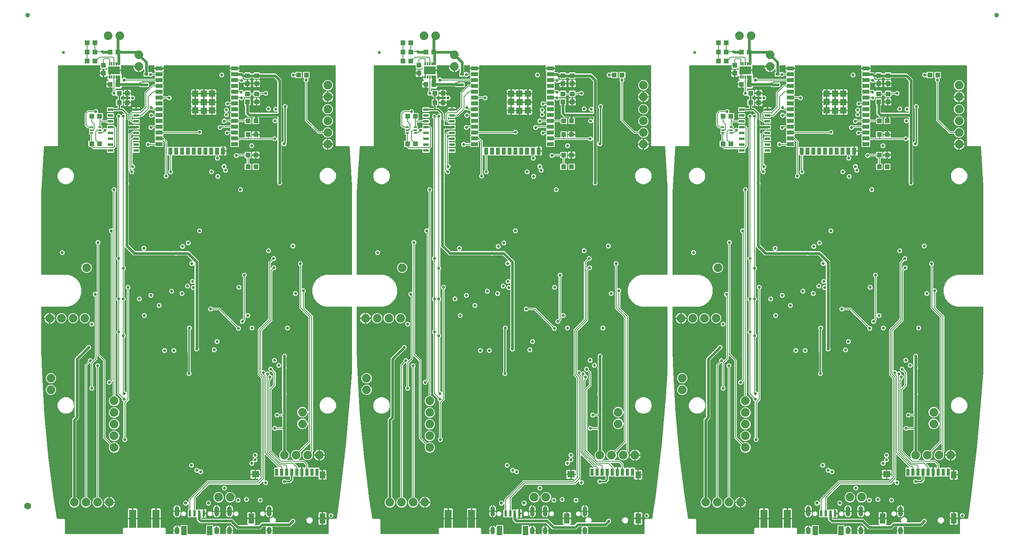
<source format=gbl>
G04 EAGLE Gerber RS-274X export*
G75*
%MOMM*%
%FSLAX34Y34*%
%LPD*%
%INBottom Copper*%
%IPPOS*%
%AMOC8*
5,1,8,0,0,1.08239X$1,22.5*%
G01*
%ADD10R,1.200000X2.000000*%
%ADD11R,0.600000X1.350000*%
%ADD12C,0.635000*%
%ADD13C,0.755600*%
%ADD14R,1.500000X4.000000*%
%ADD15R,1.000000X1.100000*%
%ADD16R,1.100000X1.000000*%
%ADD17C,1.879600*%
%ADD18R,0.830000X0.630000*%
%ADD19R,1.200000X0.600000*%
%ADD20R,0.660000X0.300000*%
%ADD21R,0.350000X0.800000*%
%ADD22R,2.500000X1.700000*%
%ADD23R,1.500000X0.900000*%
%ADD24R,0.900000X1.500000*%
%ADD25R,1.330000X1.330000*%
%ADD26R,0.700000X1.600000*%
%ADD27R,1.200000X2.200000*%
%ADD28R,1.600000X1.400000*%
%ADD29R,1.200000X1.600000*%
%ADD30C,1.000000*%
%ADD31C,1.500000*%
%ADD32C,0.558800*%
%ADD33C,0.660400*%
%ADD34C,0.304800*%
%ADD35C,0.177800*%
%ADD36C,0.736600*%
%ADD37C,0.705600*%

G36*
X500216Y2540D02*
X500216Y2540D01*
X500222Y2545D01*
X500227Y2542D01*
X501284Y2912D01*
X501288Y2919D01*
X501294Y2917D01*
X502242Y3512D01*
X502245Y3520D01*
X502250Y3519D01*
X503042Y4311D01*
X503043Y4319D01*
X503049Y4320D01*
X503645Y5268D01*
X503644Y5276D01*
X503649Y5278D01*
X504019Y6334D01*
X504018Y6339D01*
X504020Y6341D01*
X504018Y6343D01*
X504022Y6345D01*
X504147Y7458D01*
X504145Y7461D01*
X504147Y7463D01*
X504147Y9464D01*
X506689Y9464D01*
X506689Y6716D01*
X506397Y5249D01*
X505814Y3841D01*
X505803Y3796D01*
X505784Y3754D01*
X505775Y3677D01*
X505757Y3601D01*
X505762Y3555D01*
X505757Y3510D01*
X505773Y3433D01*
X505780Y3356D01*
X505799Y3314D01*
X505809Y3269D01*
X505849Y3203D01*
X505880Y3131D01*
X505912Y3098D01*
X505935Y3058D01*
X505994Y3008D01*
X506047Y2950D01*
X506087Y2928D01*
X506122Y2898D01*
X506194Y2869D01*
X506262Y2832D01*
X506308Y2824D01*
X506350Y2806D01*
X506486Y2791D01*
X506504Y2788D01*
X506509Y2789D01*
X506517Y2788D01*
X628062Y2788D01*
X628082Y2791D01*
X628101Y2789D01*
X628203Y2811D01*
X628305Y2828D01*
X628322Y2837D01*
X628342Y2841D01*
X628431Y2894D01*
X628522Y2943D01*
X628536Y2957D01*
X628553Y2967D01*
X628620Y3046D01*
X628692Y3121D01*
X628700Y3139D01*
X628713Y3154D01*
X628752Y3251D01*
X628795Y3344D01*
X628797Y3364D01*
X628805Y3382D01*
X628823Y3549D01*
X628823Y33901D01*
X630460Y35538D01*
X645530Y35538D01*
X645619Y35552D01*
X645708Y35559D01*
X645739Y35572D01*
X645773Y35578D01*
X645852Y35620D01*
X645935Y35654D01*
X645960Y35677D01*
X645990Y35693D01*
X646052Y35758D01*
X646119Y35817D01*
X646136Y35846D01*
X646160Y35871D01*
X646197Y35952D01*
X646242Y36030D01*
X646253Y36072D01*
X646263Y36094D01*
X646267Y36126D01*
X646284Y36192D01*
X653417Y86580D01*
X653417Y86587D01*
X653419Y86597D01*
X666139Y193745D01*
X666138Y193754D01*
X666141Y193767D01*
X675644Y301248D01*
X675643Y301255D01*
X675645Y301265D01*
X679182Y355008D01*
X679180Y355027D01*
X679183Y355058D01*
X679183Y497437D01*
X679180Y497457D01*
X679182Y497477D01*
X679160Y497578D01*
X679144Y497680D01*
X679134Y497698D01*
X679130Y497717D01*
X679077Y497806D01*
X679028Y497897D01*
X679014Y497911D01*
X679004Y497928D01*
X678925Y497995D01*
X678850Y498067D01*
X678832Y498075D01*
X678817Y498088D01*
X678721Y498127D01*
X678627Y498170D01*
X678607Y498173D01*
X678589Y498180D01*
X678422Y498198D01*
X621897Y498198D01*
X611489Y501580D01*
X602637Y508012D01*
X596205Y516865D01*
X592823Y527272D01*
X592823Y538215D01*
X596205Y548622D01*
X602637Y557474D01*
X611489Y563906D01*
X621897Y567288D01*
X678422Y567288D01*
X678442Y567291D01*
X678461Y567289D01*
X678563Y567311D01*
X678665Y567328D01*
X678682Y567337D01*
X678702Y567341D01*
X678791Y567394D01*
X678882Y567443D01*
X678896Y567457D01*
X678913Y567467D01*
X678980Y567546D01*
X679052Y567621D01*
X679060Y567639D01*
X679073Y567654D01*
X679112Y567751D01*
X679155Y567844D01*
X679157Y567864D01*
X679165Y567882D01*
X679183Y568049D01*
X679183Y761242D01*
X679181Y761258D01*
X679182Y761285D01*
X674299Y846731D01*
X674274Y846847D01*
X674247Y846967D01*
X674246Y846969D01*
X674246Y846971D01*
X674183Y847075D01*
X674121Y847178D01*
X674120Y847179D01*
X674119Y847181D01*
X674027Y847259D01*
X673934Y847338D01*
X673932Y847339D01*
X673931Y847340D01*
X673821Y847384D01*
X673706Y847430D01*
X673704Y847430D01*
X673702Y847431D01*
X673695Y847431D01*
X673539Y847448D01*
X645260Y847448D01*
X643623Y849086D01*
X643623Y1022743D01*
X643620Y1022763D01*
X643622Y1022783D01*
X643600Y1022884D01*
X643584Y1022986D01*
X643574Y1023004D01*
X643570Y1023023D01*
X643517Y1023112D01*
X643468Y1023203D01*
X643454Y1023217D01*
X643444Y1023234D01*
X643365Y1023301D01*
X643290Y1023373D01*
X643272Y1023381D01*
X643257Y1023394D01*
X643161Y1023433D01*
X643067Y1023476D01*
X643047Y1023479D01*
X643029Y1023486D01*
X642862Y1023504D01*
X434595Y1023504D01*
X434478Y1023485D01*
X434360Y1023467D01*
X434356Y1023465D01*
X434352Y1023465D01*
X434248Y1023409D01*
X434141Y1023355D01*
X434138Y1023352D01*
X434135Y1023350D01*
X434054Y1023264D01*
X433970Y1023178D01*
X433968Y1023174D01*
X433965Y1023171D01*
X433916Y1023064D01*
X433864Y1022956D01*
X433864Y1022952D01*
X433862Y1022948D01*
X433849Y1022830D01*
X433834Y1022712D01*
X433835Y1022707D01*
X433835Y1022704D01*
X433838Y1022690D01*
X433860Y1022546D01*
X434039Y1021878D01*
X434039Y1018566D01*
X424760Y1018566D01*
X424740Y1018563D01*
X424721Y1018565D01*
X424619Y1018543D01*
X424517Y1018527D01*
X424500Y1018517D01*
X424480Y1018513D01*
X424391Y1018460D01*
X424300Y1018412D01*
X424286Y1018397D01*
X424269Y1018387D01*
X424202Y1018308D01*
X424131Y1018233D01*
X424122Y1018215D01*
X424109Y1018200D01*
X424070Y1018104D01*
X424027Y1018010D01*
X424025Y1017990D01*
X424017Y1017972D01*
X423999Y1017805D01*
X423999Y1016281D01*
X424002Y1016262D01*
X424000Y1016242D01*
X424022Y1016141D01*
X424039Y1016038D01*
X424048Y1016021D01*
X424052Y1016001D01*
X424105Y1015912D01*
X424154Y1015821D01*
X424168Y1015807D01*
X424178Y1015790D01*
X424257Y1015723D01*
X424332Y1015652D01*
X424350Y1015643D01*
X424365Y1015630D01*
X424461Y1015592D01*
X424555Y1015548D01*
X424575Y1015546D01*
X424593Y1015538D01*
X424760Y1015520D01*
X434039Y1015520D01*
X434039Y1012209D01*
X433866Y1011562D01*
X433531Y1010983D01*
X433241Y1010693D01*
X433229Y1010676D01*
X433213Y1010664D01*
X433157Y1010577D01*
X433097Y1010493D01*
X433091Y1010474D01*
X433080Y1010457D01*
X433055Y1010357D01*
X433025Y1010258D01*
X433025Y1010238D01*
X433020Y1010219D01*
X433028Y1010116D01*
X433031Y1010012D01*
X433038Y1009993D01*
X433039Y1009973D01*
X433080Y1009878D01*
X433116Y1009781D01*
X433128Y1009765D01*
X433136Y1009747D01*
X433241Y1009616D01*
X433294Y1009563D01*
X433300Y1009536D01*
X433316Y1009434D01*
X433326Y1009417D01*
X433330Y1009397D01*
X433383Y1009308D01*
X433432Y1009217D01*
X433446Y1009203D01*
X433456Y1009186D01*
X433535Y1009119D01*
X433610Y1009048D01*
X433628Y1009039D01*
X433643Y1009026D01*
X433739Y1008988D01*
X433833Y1008944D01*
X433853Y1008942D01*
X433871Y1008934D01*
X434038Y1008916D01*
X440982Y1008916D01*
X443540Y1006358D01*
X443598Y1006316D01*
X443650Y1006267D01*
X443697Y1006245D01*
X443739Y1006215D01*
X443808Y1006194D01*
X443873Y1006163D01*
X443925Y1006158D01*
X443975Y1006142D01*
X444046Y1006144D01*
X444117Y1006136D01*
X444168Y1006147D01*
X444220Y1006149D01*
X444288Y1006173D01*
X444358Y1006189D01*
X444403Y1006215D01*
X444451Y1006233D01*
X444507Y1006278D01*
X444569Y1006315D01*
X444603Y1006354D01*
X444643Y1006387D01*
X444682Y1006447D01*
X444729Y1006502D01*
X444748Y1006550D01*
X444776Y1006594D01*
X444794Y1006663D01*
X444821Y1006730D01*
X444829Y1006801D01*
X444837Y1006832D01*
X444835Y1006856D01*
X444839Y1006897D01*
X444839Y1007480D01*
X445881Y1008522D01*
X457355Y1008522D01*
X458397Y1007480D01*
X458397Y1006577D01*
X458400Y1006557D01*
X458398Y1006538D01*
X458420Y1006436D01*
X458436Y1006334D01*
X458446Y1006317D01*
X458450Y1006297D01*
X458503Y1006208D01*
X458552Y1006117D01*
X458566Y1006103D01*
X458576Y1006086D01*
X458655Y1006019D01*
X458730Y1005948D01*
X458748Y1005939D01*
X458763Y1005926D01*
X458859Y1005888D01*
X458953Y1005844D01*
X458973Y1005842D01*
X458991Y1005834D01*
X459158Y1005816D01*
X464078Y1005816D01*
X464098Y1005819D01*
X464117Y1005817D01*
X464219Y1005839D01*
X464321Y1005856D01*
X464338Y1005865D01*
X464358Y1005869D01*
X464447Y1005922D01*
X464538Y1005971D01*
X464552Y1005985D01*
X464569Y1005995D01*
X464636Y1006074D01*
X464708Y1006149D01*
X464716Y1006167D01*
X464729Y1006182D01*
X464768Y1006279D01*
X464811Y1006372D01*
X464813Y1006392D01*
X464821Y1006410D01*
X464839Y1006577D01*
X464839Y1007480D01*
X465881Y1008522D01*
X477355Y1008522D01*
X478397Y1007480D01*
X478397Y1006577D01*
X478400Y1006557D01*
X478398Y1006538D01*
X478420Y1006436D01*
X478436Y1006334D01*
X478446Y1006317D01*
X478450Y1006297D01*
X478503Y1006208D01*
X478552Y1006117D01*
X478566Y1006103D01*
X478576Y1006086D01*
X478655Y1006019D01*
X478730Y1005948D01*
X478748Y1005939D01*
X478763Y1005926D01*
X478859Y1005888D01*
X478953Y1005844D01*
X478973Y1005842D01*
X478991Y1005834D01*
X479158Y1005816D01*
X513612Y1005816D01*
X526141Y993287D01*
X526141Y856289D01*
X526152Y856218D01*
X526154Y856147D01*
X526172Y856098D01*
X526180Y856046D01*
X526214Y855983D01*
X526239Y855916D01*
X526271Y855875D01*
X526296Y855829D01*
X526348Y855779D01*
X526392Y855723D01*
X526436Y855695D01*
X526474Y855659D01*
X526539Y855629D01*
X526599Y855590D01*
X526650Y855578D01*
X526697Y855556D01*
X526768Y855548D01*
X526838Y855530D01*
X526890Y855534D01*
X526941Y855529D01*
X527012Y855544D01*
X527083Y855550D01*
X527131Y855570D01*
X527182Y855581D01*
X527243Y855618D01*
X527309Y855646D01*
X527365Y855691D01*
X527393Y855707D01*
X527408Y855725D01*
X527440Y855751D01*
X529513Y857824D01*
X529554Y857824D01*
X529574Y857827D01*
X529593Y857825D01*
X529695Y857847D01*
X529797Y857864D01*
X529814Y857873D01*
X529834Y857877D01*
X529923Y857930D01*
X530014Y857979D01*
X530028Y857993D01*
X530045Y858003D01*
X530112Y858082D01*
X530184Y858157D01*
X530192Y858175D01*
X530205Y858190D01*
X530244Y858287D01*
X530287Y858380D01*
X530289Y858400D01*
X530297Y858418D01*
X530315Y858585D01*
X530315Y929714D01*
X530301Y929804D01*
X530293Y929895D01*
X530281Y929925D01*
X530276Y929957D01*
X530233Y930038D01*
X530197Y930122D01*
X530171Y930154D01*
X530160Y930174D01*
X530137Y930197D01*
X530092Y930253D01*
X528537Y931808D01*
X528537Y936017D01*
X531513Y938993D01*
X535723Y938993D01*
X538699Y936017D01*
X538699Y931808D01*
X537144Y930253D01*
X537091Y930179D01*
X537031Y930109D01*
X537019Y930079D01*
X537000Y930053D01*
X536973Y929966D01*
X536939Y929881D01*
X536935Y929840D01*
X536928Y929818D01*
X536929Y929786D01*
X536921Y929714D01*
X536921Y853375D01*
X536869Y853302D01*
X536809Y853233D01*
X536797Y853203D01*
X536778Y853176D01*
X536751Y853089D01*
X536717Y853005D01*
X536713Y852964D01*
X536706Y852941D01*
X536707Y852909D01*
X536699Y852838D01*
X536699Y850639D01*
X533723Y847662D01*
X529513Y847662D01*
X527440Y849736D01*
X527382Y849778D01*
X527330Y849827D01*
X527283Y849849D01*
X527241Y849879D01*
X527172Y849900D01*
X527107Y849931D01*
X527055Y849936D01*
X527005Y849952D01*
X526934Y849950D01*
X526863Y849958D01*
X526812Y849947D01*
X526760Y849945D01*
X526692Y849921D01*
X526622Y849905D01*
X526577Y849879D01*
X526529Y849861D01*
X526473Y849816D01*
X526411Y849779D01*
X526377Y849740D01*
X526337Y849707D01*
X526298Y849647D01*
X526251Y849592D01*
X526232Y849544D01*
X526204Y849500D01*
X526186Y849431D01*
X526159Y849364D01*
X526151Y849293D01*
X526143Y849262D01*
X526145Y849238D01*
X526141Y849197D01*
X526141Y771011D01*
X526155Y770921D01*
X526163Y770830D01*
X526175Y770800D01*
X526180Y770768D01*
X526223Y770688D01*
X526259Y770604D01*
X526285Y770571D01*
X526296Y770551D01*
X526319Y770529D01*
X526364Y770473D01*
X527039Y769798D01*
X527039Y765589D01*
X524063Y762612D01*
X519853Y762612D01*
X516877Y765589D01*
X516877Y769827D01*
X516885Y769836D01*
X516897Y769866D01*
X516916Y769892D01*
X516943Y769979D01*
X516977Y770064D01*
X516981Y770105D01*
X516988Y770127D01*
X516987Y770160D01*
X516995Y770231D01*
X516995Y861097D01*
X516984Y861168D01*
X516982Y861240D01*
X516964Y861289D01*
X516956Y861340D01*
X516922Y861404D01*
X516897Y861471D01*
X516865Y861512D01*
X516840Y861558D01*
X516788Y861607D01*
X516744Y861663D01*
X516700Y861691D01*
X516662Y861727D01*
X516597Y861757D01*
X516537Y861796D01*
X516486Y861809D01*
X516439Y861831D01*
X516368Y861838D01*
X516298Y861856D01*
X516246Y861852D01*
X516195Y861858D01*
X516124Y861842D01*
X516053Y861837D01*
X516005Y861816D01*
X515954Y861805D01*
X515893Y861769D01*
X515827Y861741D01*
X515771Y861696D01*
X515743Y861679D01*
X515728Y861661D01*
X515696Y861636D01*
X512723Y858662D01*
X508513Y858662D01*
X506323Y860852D01*
X506250Y860906D01*
X506180Y860965D01*
X506150Y860977D01*
X506124Y860996D01*
X506037Y861023D01*
X505952Y861057D01*
X505911Y861062D01*
X505889Y861068D01*
X505856Y861068D01*
X505785Y861075D01*
X434038Y861075D01*
X434018Y861072D01*
X433999Y861074D01*
X433897Y861052D01*
X433795Y861036D01*
X433778Y861026D01*
X433758Y861022D01*
X433669Y860969D01*
X433578Y860921D01*
X433564Y860906D01*
X433547Y860896D01*
X433480Y860817D01*
X433408Y860742D01*
X433400Y860724D01*
X433387Y860709D01*
X433348Y860613D01*
X433305Y860519D01*
X433303Y860499D01*
X433295Y860481D01*
X433277Y860314D01*
X433277Y859406D01*
X432702Y858831D01*
X432690Y858815D01*
X432675Y858803D01*
X432619Y858716D01*
X432558Y858632D01*
X432552Y858613D01*
X432542Y858596D01*
X432516Y858495D01*
X432486Y858397D01*
X432486Y858377D01*
X432482Y858357D01*
X432490Y858254D01*
X432492Y858151D01*
X432499Y858132D01*
X432501Y858112D01*
X432541Y858017D01*
X432577Y857920D01*
X432589Y857904D01*
X432597Y857886D01*
X432702Y857755D01*
X433277Y857180D01*
X433277Y846706D01*
X432235Y845664D01*
X415761Y845664D01*
X414719Y846706D01*
X414719Y857180D01*
X415294Y857755D01*
X415306Y857771D01*
X415321Y857784D01*
X415377Y857871D01*
X415438Y857955D01*
X415444Y857974D01*
X415454Y857990D01*
X415480Y858091D01*
X415510Y858190D01*
X415510Y858210D01*
X415514Y858229D01*
X415506Y858332D01*
X415504Y858436D01*
X415497Y858454D01*
X415495Y858474D01*
X415455Y858569D01*
X415419Y858667D01*
X415407Y858682D01*
X415399Y858701D01*
X415294Y858831D01*
X414719Y859406D01*
X414719Y869880D01*
X415294Y870455D01*
X415306Y870471D01*
X415321Y870484D01*
X415377Y870571D01*
X415438Y870655D01*
X415444Y870674D01*
X415454Y870690D01*
X415480Y870791D01*
X415510Y870890D01*
X415510Y870910D01*
X415514Y870929D01*
X415506Y871032D01*
X415504Y871136D01*
X415497Y871154D01*
X415495Y871174D01*
X415455Y871269D01*
X415419Y871367D01*
X415407Y871382D01*
X415399Y871401D01*
X415294Y871531D01*
X414719Y872106D01*
X414719Y873914D01*
X414716Y873934D01*
X414718Y873954D01*
X414696Y874055D01*
X414680Y874157D01*
X414670Y874175D01*
X414666Y874194D01*
X414613Y874283D01*
X414564Y874374D01*
X414550Y874388D01*
X414540Y874405D01*
X414461Y874472D01*
X414386Y874544D01*
X414368Y874552D01*
X414353Y874565D01*
X414257Y874604D01*
X414163Y874647D01*
X414143Y874650D01*
X414125Y874657D01*
X413958Y874675D01*
X413458Y874675D01*
X413368Y874661D01*
X413277Y874654D01*
X413247Y874641D01*
X413215Y874636D01*
X413134Y874593D01*
X413051Y874557D01*
X413018Y874532D01*
X412998Y874521D01*
X412976Y874497D01*
X412920Y874452D01*
X409890Y871422D01*
X405680Y871422D01*
X402704Y874399D01*
X402704Y878608D01*
X405680Y881584D01*
X409890Y881584D01*
X411240Y880234D01*
X411313Y880181D01*
X411383Y880121D01*
X411413Y880109D01*
X411439Y880090D01*
X411526Y880064D01*
X411611Y880029D01*
X411652Y880025D01*
X411674Y880018D01*
X411707Y880019D01*
X411778Y880011D01*
X413958Y880011D01*
X413978Y880014D01*
X413997Y880012D01*
X414099Y880034D01*
X414201Y880051D01*
X414218Y880060D01*
X414238Y880064D01*
X414327Y880117D01*
X414418Y880166D01*
X414432Y880180D01*
X414449Y880190D01*
X414516Y880269D01*
X414588Y880344D01*
X414596Y880362D01*
X414609Y880377D01*
X414648Y880474D01*
X414691Y880567D01*
X414693Y880587D01*
X414701Y880605D01*
X414719Y880772D01*
X414719Y882580D01*
X415294Y883155D01*
X415306Y883171D01*
X415321Y883184D01*
X415377Y883271D01*
X415438Y883355D01*
X415444Y883374D01*
X415454Y883390D01*
X415480Y883491D01*
X415510Y883590D01*
X415510Y883610D01*
X415514Y883629D01*
X415506Y883732D01*
X415504Y883836D01*
X415497Y883854D01*
X415495Y883874D01*
X415455Y883969D01*
X415419Y884067D01*
X415407Y884082D01*
X415399Y884101D01*
X415294Y884231D01*
X414719Y884806D01*
X414719Y886614D01*
X414717Y886628D01*
X414718Y886639D01*
X414717Y886644D01*
X414718Y886654D01*
X414696Y886755D01*
X414680Y886857D01*
X414670Y886875D01*
X414666Y886894D01*
X414613Y886983D01*
X414564Y887074D01*
X414550Y887088D01*
X414540Y887105D01*
X414461Y887172D01*
X414386Y887244D01*
X414368Y887252D01*
X414353Y887265D01*
X414257Y887304D01*
X414163Y887347D01*
X414143Y887350D01*
X414125Y887357D01*
X413958Y887375D01*
X398133Y887375D01*
X398113Y887372D01*
X398094Y887374D01*
X397992Y887352D01*
X397890Y887336D01*
X397873Y887326D01*
X397853Y887322D01*
X397764Y887269D01*
X397673Y887221D01*
X397659Y887206D01*
X397642Y887196D01*
X397575Y887117D01*
X397503Y887042D01*
X397495Y887024D01*
X397482Y887009D01*
X397443Y886913D01*
X397400Y886819D01*
X397398Y886799D01*
X397390Y886781D01*
X397375Y886642D01*
X394396Y883662D01*
X390186Y883662D01*
X387210Y886639D01*
X387210Y890848D01*
X390186Y893824D01*
X394396Y893824D01*
X395286Y892934D01*
X395359Y892881D01*
X395429Y892821D01*
X395459Y892809D01*
X395485Y892790D01*
X395572Y892764D01*
X395657Y892729D01*
X395698Y892725D01*
X395720Y892718D01*
X395753Y892719D01*
X395824Y892711D01*
X413958Y892711D01*
X413978Y892714D01*
X413997Y892712D01*
X414099Y892734D01*
X414201Y892751D01*
X414218Y892760D01*
X414238Y892764D01*
X414327Y892817D01*
X414418Y892866D01*
X414432Y892880D01*
X414449Y892890D01*
X414516Y892969D01*
X414588Y893044D01*
X414596Y893062D01*
X414609Y893077D01*
X414648Y893174D01*
X414691Y893267D01*
X414693Y893287D01*
X414701Y893305D01*
X414719Y893472D01*
X414719Y895280D01*
X415294Y895855D01*
X415306Y895871D01*
X415321Y895884D01*
X415377Y895971D01*
X415438Y896055D01*
X415444Y896074D01*
X415454Y896090D01*
X415480Y896191D01*
X415510Y896290D01*
X415510Y896310D01*
X415514Y896329D01*
X415506Y896432D01*
X415504Y896536D01*
X415497Y896554D01*
X415495Y896574D01*
X415455Y896669D01*
X415419Y896767D01*
X415407Y896782D01*
X415399Y896801D01*
X415294Y896931D01*
X414719Y897506D01*
X414719Y899314D01*
X414716Y899334D01*
X414718Y899354D01*
X414696Y899455D01*
X414680Y899557D01*
X414670Y899575D01*
X414666Y899594D01*
X414613Y899683D01*
X414564Y899774D01*
X414550Y899788D01*
X414540Y899805D01*
X414461Y899872D01*
X414386Y899944D01*
X414368Y899952D01*
X414353Y899965D01*
X414257Y900004D01*
X414163Y900047D01*
X414143Y900050D01*
X414125Y900057D01*
X413958Y900075D01*
X406571Y900075D01*
X406481Y900061D01*
X406390Y900054D01*
X406360Y900041D01*
X406328Y900036D01*
X406247Y899993D01*
X406164Y899957D01*
X406131Y899932D01*
X406111Y899921D01*
X406089Y899897D01*
X406033Y899852D01*
X403413Y897232D01*
X399203Y897232D01*
X396227Y900209D01*
X396227Y904418D01*
X399203Y907394D01*
X403413Y907394D01*
X405173Y905634D01*
X405246Y905581D01*
X405316Y905521D01*
X405346Y905509D01*
X405372Y905490D01*
X405459Y905464D01*
X405544Y905429D01*
X405585Y905425D01*
X405607Y905418D01*
X405640Y905419D01*
X405711Y905411D01*
X413958Y905411D01*
X413978Y905414D01*
X413997Y905412D01*
X414099Y905434D01*
X414201Y905451D01*
X414218Y905460D01*
X414238Y905464D01*
X414327Y905517D01*
X414418Y905566D01*
X414432Y905580D01*
X414449Y905590D01*
X414516Y905669D01*
X414588Y905744D01*
X414596Y905762D01*
X414609Y905777D01*
X414648Y905874D01*
X414691Y905967D01*
X414693Y905987D01*
X414701Y906005D01*
X414719Y906172D01*
X414719Y907980D01*
X415294Y908555D01*
X415306Y908571D01*
X415321Y908584D01*
X415377Y908671D01*
X415438Y908755D01*
X415444Y908774D01*
X415454Y908790D01*
X415480Y908891D01*
X415510Y908990D01*
X415510Y909010D01*
X415514Y909029D01*
X415506Y909132D01*
X415504Y909236D01*
X415497Y909254D01*
X415495Y909274D01*
X415455Y909369D01*
X415419Y909467D01*
X415407Y909482D01*
X415399Y909501D01*
X415294Y909631D01*
X414719Y910206D01*
X414719Y920680D01*
X415294Y921255D01*
X415306Y921271D01*
X415321Y921284D01*
X415377Y921371D01*
X415438Y921455D01*
X415444Y921474D01*
X415454Y921490D01*
X415480Y921591D01*
X415510Y921690D01*
X415510Y921710D01*
X415514Y921729D01*
X415506Y921832D01*
X415504Y921936D01*
X415497Y921954D01*
X415495Y921974D01*
X415455Y922069D01*
X415419Y922167D01*
X415407Y922182D01*
X415399Y922201D01*
X415294Y922331D01*
X414719Y922906D01*
X414719Y933380D01*
X415294Y933955D01*
X415306Y933971D01*
X415321Y933984D01*
X415377Y934071D01*
X415438Y934155D01*
X415444Y934174D01*
X415454Y934190D01*
X415480Y934291D01*
X415510Y934390D01*
X415510Y934410D01*
X415514Y934429D01*
X415506Y934532D01*
X415504Y934636D01*
X415497Y934654D01*
X415495Y934674D01*
X415455Y934769D01*
X415419Y934867D01*
X415407Y934882D01*
X415399Y934901D01*
X415294Y935031D01*
X414719Y935606D01*
X414719Y937414D01*
X414716Y937434D01*
X414718Y937454D01*
X414696Y937555D01*
X414680Y937657D01*
X414670Y937675D01*
X414666Y937694D01*
X414613Y937783D01*
X414564Y937874D01*
X414550Y937888D01*
X414540Y937905D01*
X414461Y937972D01*
X414386Y938044D01*
X414368Y938052D01*
X414353Y938065D01*
X414257Y938104D01*
X414163Y938147D01*
X414143Y938150D01*
X414125Y938157D01*
X413958Y938175D01*
X413851Y938175D01*
X413761Y938161D01*
X413670Y938154D01*
X413640Y938141D01*
X413608Y938136D01*
X413527Y938093D01*
X413443Y938057D01*
X413411Y938032D01*
X413391Y938021D01*
X413369Y937997D01*
X413313Y937952D01*
X410283Y934922D01*
X406073Y934922D01*
X403097Y937899D01*
X403097Y942108D01*
X406073Y945084D01*
X410283Y945084D01*
X411633Y943734D01*
X411707Y943681D01*
X411776Y943621D01*
X411806Y943609D01*
X411832Y943590D01*
X411919Y943564D01*
X412004Y943529D01*
X412045Y943525D01*
X412067Y943518D01*
X412100Y943519D01*
X412171Y943511D01*
X413958Y943511D01*
X413978Y943514D01*
X413997Y943512D01*
X414099Y943534D01*
X414201Y943551D01*
X414218Y943560D01*
X414238Y943564D01*
X414327Y943617D01*
X414418Y943666D01*
X414432Y943680D01*
X414449Y943690D01*
X414516Y943769D01*
X414588Y943844D01*
X414596Y943862D01*
X414609Y943877D01*
X414648Y943974D01*
X414691Y944067D01*
X414693Y944087D01*
X414701Y944105D01*
X414719Y944272D01*
X414719Y946080D01*
X415294Y946655D01*
X415306Y946671D01*
X415321Y946684D01*
X415377Y946771D01*
X415438Y946855D01*
X415444Y946874D01*
X415454Y946890D01*
X415480Y946991D01*
X415510Y947090D01*
X415510Y947110D01*
X415514Y947129D01*
X415506Y947232D01*
X415504Y947336D01*
X415497Y947354D01*
X415495Y947374D01*
X415455Y947469D01*
X415419Y947567D01*
X415407Y947582D01*
X415399Y947601D01*
X415294Y947731D01*
X414719Y948306D01*
X414719Y958780D01*
X415294Y959355D01*
X415306Y959371D01*
X415321Y959384D01*
X415377Y959471D01*
X415438Y959555D01*
X415444Y959574D01*
X415454Y959590D01*
X415480Y959691D01*
X415510Y959790D01*
X415510Y959810D01*
X415514Y959829D01*
X415506Y959932D01*
X415504Y960036D01*
X415497Y960054D01*
X415495Y960074D01*
X415455Y960169D01*
X415419Y960267D01*
X415407Y960282D01*
X415399Y960301D01*
X415294Y960431D01*
X414719Y961006D01*
X414719Y971480D01*
X415294Y972055D01*
X415306Y972071D01*
X415321Y972084D01*
X415377Y972171D01*
X415438Y972255D01*
X415444Y972274D01*
X415454Y972290D01*
X415480Y972391D01*
X415510Y972490D01*
X415510Y972510D01*
X415514Y972529D01*
X415506Y972632D01*
X415504Y972736D01*
X415497Y972754D01*
X415495Y972774D01*
X415455Y972869D01*
X415419Y972967D01*
X415407Y972982D01*
X415399Y973001D01*
X415311Y973111D01*
X415310Y973111D01*
X415310Y973112D01*
X415294Y973131D01*
X414719Y973706D01*
X414719Y984180D01*
X415294Y984755D01*
X415306Y984771D01*
X415321Y984784D01*
X415377Y984871D01*
X415438Y984955D01*
X415444Y984974D01*
X415454Y984990D01*
X415480Y985091D01*
X415510Y985190D01*
X415510Y985210D01*
X415514Y985229D01*
X415506Y985332D01*
X415504Y985436D01*
X415497Y985454D01*
X415495Y985474D01*
X415455Y985569D01*
X415419Y985667D01*
X415407Y985682D01*
X415399Y985701D01*
X415294Y985831D01*
X414719Y986406D01*
X414719Y996880D01*
X415294Y997455D01*
X415306Y997471D01*
X415321Y997484D01*
X415377Y997571D01*
X415438Y997655D01*
X415444Y997674D01*
X415454Y997690D01*
X415480Y997791D01*
X415510Y997890D01*
X415510Y997910D01*
X415514Y997929D01*
X415506Y998032D01*
X415504Y998136D01*
X415497Y998154D01*
X415495Y998174D01*
X415455Y998269D01*
X415419Y998367D01*
X415407Y998382D01*
X415399Y998401D01*
X415294Y998531D01*
X414719Y999106D01*
X414719Y1009580D01*
X414755Y1009616D01*
X414767Y1009632D01*
X414783Y1009645D01*
X414839Y1009732D01*
X414899Y1009816D01*
X414905Y1009835D01*
X414916Y1009852D01*
X414941Y1009952D01*
X414971Y1010051D01*
X414971Y1010071D01*
X414976Y1010090D01*
X414968Y1010193D01*
X414965Y1010297D01*
X414958Y1010315D01*
X414957Y1010335D01*
X414916Y1010430D01*
X414880Y1010528D01*
X414868Y1010543D01*
X414860Y1010562D01*
X414755Y1010693D01*
X414465Y1010983D01*
X414130Y1011562D01*
X413957Y1012209D01*
X413957Y1015520D01*
X423236Y1015520D01*
X423256Y1015523D01*
X423275Y1015521D01*
X423377Y1015543D01*
X423479Y1015560D01*
X423496Y1015569D01*
X423516Y1015573D01*
X423605Y1015626D01*
X423696Y1015675D01*
X423710Y1015689D01*
X423727Y1015699D01*
X423794Y1015778D01*
X423865Y1015853D01*
X423874Y1015871D01*
X423887Y1015886D01*
X423926Y1015983D01*
X423969Y1016076D01*
X423971Y1016096D01*
X423979Y1016115D01*
X423997Y1016281D01*
X423997Y1017805D01*
X423994Y1017825D01*
X423996Y1017845D01*
X423974Y1017946D01*
X423957Y1018048D01*
X423948Y1018065D01*
X423944Y1018085D01*
X423891Y1018174D01*
X423842Y1018265D01*
X423828Y1018279D01*
X423818Y1018296D01*
X423739Y1018363D01*
X423664Y1018435D01*
X423646Y1018443D01*
X423631Y1018456D01*
X423535Y1018495D01*
X423441Y1018538D01*
X423421Y1018540D01*
X423403Y1018548D01*
X423236Y1018566D01*
X413957Y1018566D01*
X413957Y1021878D01*
X414136Y1022546D01*
X414148Y1022665D01*
X414161Y1022783D01*
X414160Y1022787D01*
X414161Y1022791D01*
X414135Y1022906D01*
X414109Y1023023D01*
X414107Y1023027D01*
X414106Y1023031D01*
X414044Y1023132D01*
X413983Y1023234D01*
X413980Y1023237D01*
X413978Y1023240D01*
X413887Y1023316D01*
X413796Y1023394D01*
X413792Y1023396D01*
X413789Y1023398D01*
X413679Y1023441D01*
X413568Y1023486D01*
X413563Y1023487D01*
X413560Y1023488D01*
X413546Y1023488D01*
X413401Y1023504D01*
X269835Y1023504D01*
X269718Y1023485D01*
X269600Y1023467D01*
X269596Y1023465D01*
X269592Y1023465D01*
X269488Y1023409D01*
X269381Y1023355D01*
X269378Y1023352D01*
X269375Y1023350D01*
X269294Y1023264D01*
X269210Y1023178D01*
X269208Y1023174D01*
X269205Y1023171D01*
X269156Y1023064D01*
X269104Y1022956D01*
X269104Y1022952D01*
X269102Y1022948D01*
X269089Y1022830D01*
X269074Y1022712D01*
X269075Y1022707D01*
X269075Y1022704D01*
X269078Y1022690D01*
X269100Y1022546D01*
X269279Y1021878D01*
X269279Y1018566D01*
X260000Y1018566D01*
X259980Y1018563D01*
X259961Y1018565D01*
X259859Y1018543D01*
X259757Y1018527D01*
X259740Y1018517D01*
X259720Y1018513D01*
X259631Y1018460D01*
X259540Y1018412D01*
X259526Y1018397D01*
X259509Y1018387D01*
X259442Y1018308D01*
X259371Y1018233D01*
X259362Y1018215D01*
X259349Y1018200D01*
X259310Y1018104D01*
X259267Y1018010D01*
X259265Y1017990D01*
X259257Y1017972D01*
X259239Y1017805D01*
X259239Y1016281D01*
X259242Y1016262D01*
X259240Y1016242D01*
X259262Y1016141D01*
X259279Y1016038D01*
X259288Y1016021D01*
X259292Y1016001D01*
X259345Y1015912D01*
X259394Y1015821D01*
X259408Y1015807D01*
X259418Y1015790D01*
X259497Y1015723D01*
X259572Y1015652D01*
X259590Y1015643D01*
X259605Y1015630D01*
X259701Y1015592D01*
X259795Y1015548D01*
X259815Y1015546D01*
X259833Y1015538D01*
X260000Y1015520D01*
X269279Y1015520D01*
X269279Y1012209D01*
X269106Y1011562D01*
X268771Y1010983D01*
X268481Y1010693D01*
X268469Y1010676D01*
X268453Y1010664D01*
X268397Y1010577D01*
X268337Y1010493D01*
X268331Y1010474D01*
X268320Y1010457D01*
X268295Y1010357D01*
X268265Y1010258D01*
X268265Y1010238D01*
X268260Y1010219D01*
X268268Y1010116D01*
X268271Y1010012D01*
X268278Y1009993D01*
X268279Y1009973D01*
X268320Y1009878D01*
X268356Y1009781D01*
X268368Y1009765D01*
X268376Y1009747D01*
X268481Y1009616D01*
X268517Y1009580D01*
X268517Y999106D01*
X267942Y998531D01*
X267930Y998515D01*
X267915Y998503D01*
X267859Y998416D01*
X267798Y998332D01*
X267792Y998313D01*
X267782Y998296D01*
X267756Y998195D01*
X267726Y998097D01*
X267726Y998077D01*
X267722Y998057D01*
X267730Y997954D01*
X267732Y997851D01*
X267739Y997832D01*
X267741Y997812D01*
X267781Y997717D01*
X267817Y997620D01*
X267829Y997604D01*
X267837Y997586D01*
X267942Y997455D01*
X268517Y996880D01*
X268517Y986406D01*
X267942Y985831D01*
X267930Y985815D01*
X267915Y985803D01*
X267859Y985716D01*
X267798Y985632D01*
X267792Y985613D01*
X267782Y985596D01*
X267756Y985495D01*
X267726Y985397D01*
X267726Y985377D01*
X267722Y985357D01*
X267730Y985254D01*
X267732Y985151D01*
X267739Y985132D01*
X267741Y985112D01*
X267781Y985017D01*
X267817Y984920D01*
X267829Y984904D01*
X267837Y984886D01*
X267942Y984755D01*
X268517Y984180D01*
X268517Y973706D01*
X267942Y973131D01*
X267930Y973115D01*
X267915Y973103D01*
X267884Y973055D01*
X267878Y973048D01*
X267873Y973038D01*
X267859Y973016D01*
X267798Y972932D01*
X267792Y972913D01*
X267782Y972896D01*
X267756Y972795D01*
X267726Y972697D01*
X267726Y972677D01*
X267722Y972657D01*
X267730Y972554D01*
X267732Y972451D01*
X267739Y972432D01*
X267741Y972412D01*
X267781Y972317D01*
X267817Y972220D01*
X267829Y972204D01*
X267837Y972186D01*
X267942Y972055D01*
X268517Y971480D01*
X268517Y961006D01*
X267942Y960431D01*
X267930Y960415D01*
X267915Y960403D01*
X267859Y960316D01*
X267798Y960232D01*
X267792Y960213D01*
X267782Y960196D01*
X267756Y960095D01*
X267726Y959997D01*
X267726Y959977D01*
X267722Y959957D01*
X267730Y959854D01*
X267732Y959751D01*
X267739Y959732D01*
X267741Y959712D01*
X267781Y959617D01*
X267817Y959520D01*
X267829Y959504D01*
X267837Y959486D01*
X267942Y959355D01*
X268517Y958780D01*
X268517Y956972D01*
X268520Y956952D01*
X268518Y956933D01*
X268540Y956831D01*
X268556Y956729D01*
X268566Y956712D01*
X268570Y956692D01*
X268623Y956603D01*
X268672Y956512D01*
X268686Y956498D01*
X268696Y956481D01*
X268775Y956414D01*
X268850Y956343D01*
X268868Y956334D01*
X268883Y956321D01*
X268979Y956283D01*
X269073Y956239D01*
X269093Y956237D01*
X269111Y956229D01*
X269278Y956211D01*
X277585Y956211D01*
X277675Y956226D01*
X277766Y956233D01*
X277796Y956245D01*
X277828Y956251D01*
X277909Y956293D01*
X277992Y956329D01*
X278025Y956355D01*
X278045Y956366D01*
X278067Y956389D01*
X278123Y956434D01*
X279513Y957824D01*
X283723Y957824D01*
X286699Y954848D01*
X286699Y950639D01*
X283723Y947662D01*
X279513Y947662D01*
X276523Y950652D01*
X276450Y950706D01*
X276380Y950765D01*
X276350Y950777D01*
X276324Y950796D01*
X276237Y950823D01*
X276152Y950857D01*
X276111Y950862D01*
X276089Y950868D01*
X276056Y950868D01*
X275985Y950875D01*
X269278Y950875D01*
X269258Y950872D01*
X269239Y950874D01*
X269137Y950852D01*
X269035Y950836D01*
X269018Y950826D01*
X268998Y950822D01*
X268909Y950769D01*
X268818Y950721D01*
X268804Y950706D01*
X268787Y950696D01*
X268720Y950617D01*
X268648Y950542D01*
X268640Y950524D01*
X268627Y950509D01*
X268588Y950413D01*
X268545Y950319D01*
X268543Y950299D01*
X268535Y950281D01*
X268517Y950114D01*
X268517Y948306D01*
X267942Y947731D01*
X267930Y947715D01*
X267915Y947703D01*
X267859Y947616D01*
X267798Y947532D01*
X267792Y947513D01*
X267782Y947496D01*
X267756Y947395D01*
X267726Y947297D01*
X267726Y947277D01*
X267722Y947257D01*
X267730Y947154D01*
X267732Y947051D01*
X267739Y947032D01*
X267741Y947012D01*
X267781Y946917D01*
X267817Y946820D01*
X267829Y946804D01*
X267837Y946786D01*
X267942Y946655D01*
X268517Y946080D01*
X268517Y935606D01*
X267942Y935031D01*
X267930Y935015D01*
X267915Y935003D01*
X267859Y934916D01*
X267798Y934832D01*
X267792Y934813D01*
X267782Y934796D01*
X267756Y934695D01*
X267726Y934597D01*
X267726Y934577D01*
X267722Y934557D01*
X267730Y934454D01*
X267732Y934351D01*
X267739Y934332D01*
X267741Y934312D01*
X267781Y934217D01*
X267817Y934120D01*
X267829Y934104D01*
X267837Y934086D01*
X267942Y933955D01*
X268517Y933380D01*
X268517Y922906D01*
X267942Y922331D01*
X267930Y922315D01*
X267915Y922303D01*
X267859Y922216D01*
X267798Y922132D01*
X267792Y922113D01*
X267782Y922096D01*
X267756Y921995D01*
X267726Y921897D01*
X267726Y921877D01*
X267722Y921857D01*
X267730Y921754D01*
X267732Y921651D01*
X267739Y921632D01*
X267741Y921612D01*
X267781Y921517D01*
X267817Y921420D01*
X267829Y921404D01*
X267837Y921386D01*
X267942Y921255D01*
X268517Y920680D01*
X268517Y910206D01*
X267942Y909631D01*
X267930Y909615D01*
X267915Y909603D01*
X267859Y909516D01*
X267798Y909432D01*
X267792Y909413D01*
X267782Y909396D01*
X267756Y909295D01*
X267726Y909197D01*
X267726Y909177D01*
X267722Y909157D01*
X267730Y909054D01*
X267732Y908951D01*
X267739Y908932D01*
X267741Y908912D01*
X267781Y908817D01*
X267817Y908720D01*
X267829Y908704D01*
X267837Y908686D01*
X267942Y908555D01*
X268517Y907980D01*
X268517Y897506D01*
X267942Y896931D01*
X267930Y896915D01*
X267915Y896903D01*
X267859Y896816D01*
X267798Y896732D01*
X267792Y896713D01*
X267782Y896696D01*
X267756Y896595D01*
X267726Y896497D01*
X267726Y896477D01*
X267722Y896457D01*
X267730Y896354D01*
X267732Y896251D01*
X267739Y896232D01*
X267741Y896212D01*
X267781Y896117D01*
X267817Y896020D01*
X267829Y896004D01*
X267837Y895986D01*
X267942Y895855D01*
X268517Y895280D01*
X268517Y884806D01*
X267942Y884231D01*
X267930Y884215D01*
X267915Y884203D01*
X267859Y884116D01*
X267798Y884032D01*
X267792Y884013D01*
X267782Y883996D01*
X267756Y883895D01*
X267726Y883797D01*
X267726Y883777D01*
X267722Y883757D01*
X267730Y883654D01*
X267732Y883551D01*
X267739Y883532D01*
X267741Y883512D01*
X267781Y883417D01*
X267817Y883320D01*
X267829Y883304D01*
X267837Y883286D01*
X267942Y883155D01*
X268517Y882580D01*
X268517Y880772D01*
X268520Y880752D01*
X268518Y880733D01*
X268540Y880631D01*
X268556Y880529D01*
X268566Y880512D01*
X268570Y880492D01*
X268623Y880403D01*
X268672Y880312D01*
X268686Y880298D01*
X268696Y880281D01*
X268775Y880214D01*
X268850Y880143D01*
X268868Y880134D01*
X268883Y880121D01*
X268979Y880083D01*
X269073Y880039D01*
X269093Y880037D01*
X269111Y880029D01*
X269278Y880011D01*
X342155Y880011D01*
X342245Y880026D01*
X342336Y880033D01*
X342366Y880045D01*
X342398Y880051D01*
X342479Y880093D01*
X342562Y880129D01*
X342595Y880155D01*
X342615Y880166D01*
X342637Y880189D01*
X342693Y880234D01*
X345553Y883094D01*
X349763Y883094D01*
X352739Y880118D01*
X352739Y875909D01*
X349763Y872932D01*
X345553Y872932D01*
X344033Y874452D01*
X343960Y874506D01*
X343890Y874565D01*
X343860Y874577D01*
X343834Y874596D01*
X343747Y874623D01*
X343662Y874657D01*
X343621Y874662D01*
X343599Y874668D01*
X343566Y874668D01*
X343495Y874675D01*
X269278Y874675D01*
X269258Y874672D01*
X269239Y874674D01*
X269137Y874652D01*
X269035Y874636D01*
X269018Y874626D01*
X268998Y874622D01*
X268909Y874569D01*
X268818Y874521D01*
X268804Y874506D01*
X268787Y874496D01*
X268720Y874417D01*
X268648Y874342D01*
X268640Y874324D01*
X268627Y874309D01*
X268588Y874213D01*
X268545Y874119D01*
X268543Y874099D01*
X268535Y874081D01*
X268517Y873914D01*
X268517Y872106D01*
X267942Y871531D01*
X267930Y871515D01*
X267915Y871503D01*
X267859Y871416D01*
X267798Y871332D01*
X267792Y871313D01*
X267782Y871296D01*
X267756Y871195D01*
X267726Y871097D01*
X267726Y871077D01*
X267722Y871057D01*
X267730Y870954D01*
X267732Y870851D01*
X267739Y870832D01*
X267741Y870812D01*
X267781Y870717D01*
X267817Y870620D01*
X267829Y870604D01*
X267837Y870586D01*
X267942Y870455D01*
X268517Y869880D01*
X268517Y867932D01*
X268531Y867842D01*
X268539Y867751D01*
X268551Y867722D01*
X268556Y867690D01*
X268599Y867609D01*
X268635Y867525D01*
X268661Y867493D01*
X268672Y867472D01*
X268695Y867450D01*
X268740Y867394D01*
X271509Y864625D01*
X277286Y858848D01*
X277286Y846214D01*
X277297Y846143D01*
X277299Y846072D01*
X277317Y846023D01*
X277325Y845971D01*
X277359Y845908D01*
X277384Y845841D01*
X277416Y845800D01*
X277441Y845754D01*
X277493Y845705D01*
X277537Y845649D01*
X277581Y845621D01*
X277619Y845585D01*
X277684Y845555D01*
X277744Y845516D01*
X277795Y845503D01*
X277842Y845481D01*
X277913Y845473D01*
X277983Y845456D01*
X278035Y845460D01*
X278086Y845454D01*
X278157Y845469D01*
X278228Y845475D01*
X278276Y845495D01*
X278327Y845506D01*
X278388Y845543D01*
X278454Y845571D01*
X278510Y845616D01*
X278538Y845632D01*
X278553Y845650D01*
X278585Y845676D01*
X279231Y846322D01*
X289705Y846322D01*
X290280Y845747D01*
X290296Y845735D01*
X290308Y845720D01*
X290396Y845664D01*
X290479Y845603D01*
X290498Y845598D01*
X290515Y845587D01*
X290616Y845562D01*
X290715Y845531D01*
X290734Y845532D01*
X290754Y845527D01*
X290857Y845535D01*
X290960Y845537D01*
X290979Y845544D01*
X290999Y845546D01*
X291094Y845586D01*
X291191Y845622D01*
X291207Y845634D01*
X291225Y845642D01*
X291356Y845747D01*
X291931Y846322D01*
X302405Y846322D01*
X302980Y845747D01*
X302996Y845735D01*
X303008Y845720D01*
X303096Y845664D01*
X303179Y845603D01*
X303198Y845598D01*
X303215Y845587D01*
X303316Y845562D01*
X303415Y845531D01*
X303434Y845532D01*
X303454Y845527D01*
X303557Y845535D01*
X303660Y845537D01*
X303679Y845544D01*
X303699Y845546D01*
X303794Y845586D01*
X303891Y845622D01*
X303907Y845634D01*
X303925Y845642D01*
X304056Y845747D01*
X304631Y846322D01*
X315105Y846322D01*
X315680Y845747D01*
X315696Y845735D01*
X315708Y845720D01*
X315796Y845664D01*
X315879Y845603D01*
X315898Y845598D01*
X315915Y845587D01*
X316016Y845562D01*
X316115Y845531D01*
X316134Y845532D01*
X316154Y845527D01*
X316257Y845535D01*
X316360Y845537D01*
X316379Y845544D01*
X316399Y845546D01*
X316494Y845586D01*
X316591Y845622D01*
X316607Y845634D01*
X316625Y845642D01*
X316756Y845747D01*
X317331Y846322D01*
X327805Y846322D01*
X328380Y845747D01*
X328396Y845735D01*
X328408Y845720D01*
X328496Y845664D01*
X328579Y845603D01*
X328598Y845598D01*
X328615Y845587D01*
X328716Y845562D01*
X328815Y845531D01*
X328834Y845532D01*
X328854Y845527D01*
X328957Y845535D01*
X329060Y845537D01*
X329079Y845544D01*
X329099Y845546D01*
X329194Y845586D01*
X329291Y845622D01*
X329307Y845634D01*
X329325Y845642D01*
X329456Y845747D01*
X330031Y846322D01*
X340505Y846322D01*
X341080Y845747D01*
X341096Y845735D01*
X341108Y845720D01*
X341196Y845664D01*
X341279Y845603D01*
X341298Y845598D01*
X341315Y845587D01*
X341416Y845562D01*
X341515Y845531D01*
X341534Y845532D01*
X341554Y845527D01*
X341657Y845535D01*
X341760Y845537D01*
X341779Y845544D01*
X341799Y845546D01*
X341894Y845586D01*
X341991Y845622D01*
X342007Y845634D01*
X342025Y845642D01*
X342156Y845747D01*
X342731Y846322D01*
X353205Y846322D01*
X353780Y845747D01*
X353796Y845735D01*
X353808Y845720D01*
X353896Y845664D01*
X353979Y845603D01*
X353998Y845598D01*
X354015Y845587D01*
X354116Y845562D01*
X354215Y845531D01*
X354234Y845532D01*
X354254Y845527D01*
X354357Y845535D01*
X354460Y845537D01*
X354479Y845544D01*
X354499Y845546D01*
X354594Y845586D01*
X354691Y845622D01*
X354707Y845634D01*
X354725Y845642D01*
X354856Y845747D01*
X355431Y846322D01*
X365905Y846322D01*
X366480Y845747D01*
X366496Y845735D01*
X366508Y845720D01*
X366596Y845664D01*
X366679Y845603D01*
X366698Y845598D01*
X366715Y845587D01*
X366816Y845562D01*
X366915Y845531D01*
X366934Y845532D01*
X366954Y845527D01*
X367057Y845535D01*
X367160Y845537D01*
X367179Y845544D01*
X367199Y845546D01*
X367294Y845586D01*
X367391Y845622D01*
X367407Y845634D01*
X367425Y845642D01*
X367556Y845747D01*
X368131Y846322D01*
X378605Y846322D01*
X379180Y845747D01*
X379196Y845735D01*
X379208Y845720D01*
X379296Y845664D01*
X379379Y845603D01*
X379398Y845598D01*
X379415Y845587D01*
X379516Y845562D01*
X379615Y845531D01*
X379634Y845532D01*
X379654Y845527D01*
X379757Y845535D01*
X379860Y845537D01*
X379879Y845544D01*
X379899Y845546D01*
X379994Y845586D01*
X380091Y845622D01*
X380107Y845634D01*
X380125Y845642D01*
X380256Y845747D01*
X380831Y846322D01*
X391305Y846322D01*
X391341Y846286D01*
X391357Y846274D01*
X391370Y846259D01*
X391457Y846202D01*
X391541Y846142D01*
X391560Y846136D01*
X391576Y846126D01*
X391677Y846100D01*
X391776Y846070D01*
X391796Y846070D01*
X391815Y846066D01*
X391918Y846074D01*
X392022Y846076D01*
X392040Y846083D01*
X392060Y846085D01*
X392155Y846125D01*
X392253Y846161D01*
X392268Y846173D01*
X392287Y846181D01*
X392418Y846286D01*
X392708Y846576D01*
X393287Y846911D01*
X393934Y847084D01*
X397245Y847084D01*
X397245Y837805D01*
X397248Y837786D01*
X397246Y837766D01*
X397268Y837665D01*
X397285Y837563D01*
X397294Y837545D01*
X397298Y837525D01*
X397351Y837436D01*
X397400Y837345D01*
X397414Y837331D01*
X397424Y837314D01*
X397503Y837247D01*
X397578Y837176D01*
X397596Y837167D01*
X397611Y837154D01*
X397707Y837116D01*
X397801Y837072D01*
X397821Y837070D01*
X397839Y837063D01*
X398006Y837044D01*
X398769Y837044D01*
X398769Y837042D01*
X398006Y837042D01*
X397986Y837039D01*
X397967Y837041D01*
X397865Y837019D01*
X397763Y837003D01*
X397746Y836993D01*
X397726Y836989D01*
X397637Y836936D01*
X397546Y836888D01*
X397532Y836873D01*
X397515Y836863D01*
X397448Y836784D01*
X397377Y836709D01*
X397368Y836691D01*
X397355Y836676D01*
X397316Y836580D01*
X397273Y836486D01*
X397271Y836466D01*
X397263Y836448D01*
X397245Y836281D01*
X397245Y827002D01*
X393934Y827002D01*
X393287Y827176D01*
X392708Y827510D01*
X392418Y827801D01*
X392401Y827812D01*
X392389Y827828D01*
X392302Y827884D01*
X392218Y827944D01*
X392199Y827950D01*
X392182Y827961D01*
X392082Y827986D01*
X391983Y828016D01*
X391963Y828016D01*
X391943Y828021D01*
X391840Y828013D01*
X391737Y828010D01*
X391718Y828003D01*
X391698Y828002D01*
X391603Y827961D01*
X391506Y827926D01*
X391490Y827913D01*
X391472Y827905D01*
X391341Y827801D01*
X391305Y827764D01*
X389620Y827764D01*
X389549Y827753D01*
X389477Y827751D01*
X389428Y827733D01*
X389377Y827725D01*
X389314Y827691D01*
X389246Y827667D01*
X389206Y827634D01*
X389160Y827610D01*
X389110Y827558D01*
X389054Y827513D01*
X389026Y827469D01*
X388990Y827431D01*
X388960Y827366D01*
X388921Y827306D01*
X388909Y827255D01*
X388887Y827208D01*
X388879Y827137D01*
X388861Y827067D01*
X388865Y827015D01*
X388860Y826964D01*
X388875Y826894D01*
X388880Y826822D01*
X388901Y826774D01*
X388912Y826723D01*
X388949Y826662D01*
X388977Y826596D01*
X389021Y826540D01*
X389038Y826512D01*
X389056Y826497D01*
X389081Y826465D01*
X391699Y823848D01*
X391699Y819639D01*
X388723Y816662D01*
X384513Y816662D01*
X381537Y819639D01*
X381537Y823848D01*
X383177Y825488D01*
X383230Y825562D01*
X383290Y825631D01*
X383302Y825661D01*
X383321Y825687D01*
X383348Y825774D01*
X383382Y825859D01*
X383386Y825900D01*
X383393Y825923D01*
X383392Y825955D01*
X383400Y826026D01*
X383400Y827003D01*
X383397Y827023D01*
X383399Y827043D01*
X383377Y827144D01*
X383361Y827246D01*
X383351Y827264D01*
X383347Y827283D01*
X383294Y827372D01*
X383245Y827463D01*
X383231Y827477D01*
X383221Y827494D01*
X383142Y827561D01*
X383067Y827633D01*
X383049Y827641D01*
X383034Y827654D01*
X382938Y827693D01*
X382844Y827736D01*
X382824Y827739D01*
X382806Y827746D01*
X382639Y827764D01*
X380831Y827764D01*
X380256Y828339D01*
X380240Y828351D01*
X380228Y828367D01*
X380140Y828423D01*
X380057Y828483D01*
X380038Y828489D01*
X380021Y828500D01*
X379920Y828525D01*
X379821Y828555D01*
X379802Y828555D01*
X379782Y828560D01*
X379679Y828552D01*
X379576Y828549D01*
X379557Y828542D01*
X379537Y828541D01*
X379442Y828500D01*
X379345Y828464D01*
X379329Y828452D01*
X379311Y828444D01*
X379180Y828339D01*
X378605Y827764D01*
X368131Y827764D01*
X367556Y828339D01*
X367540Y828351D01*
X367528Y828367D01*
X367440Y828423D01*
X367357Y828483D01*
X367338Y828489D01*
X367321Y828500D01*
X367220Y828525D01*
X367121Y828555D01*
X367102Y828555D01*
X367082Y828560D01*
X366979Y828552D01*
X366876Y828549D01*
X366857Y828542D01*
X366837Y828541D01*
X366742Y828500D01*
X366645Y828464D01*
X366629Y828452D01*
X366611Y828444D01*
X366480Y828339D01*
X365905Y827764D01*
X355431Y827764D01*
X354856Y828339D01*
X354840Y828351D01*
X354828Y828367D01*
X354740Y828423D01*
X354657Y828483D01*
X354638Y828489D01*
X354621Y828500D01*
X354520Y828525D01*
X354421Y828555D01*
X354402Y828555D01*
X354382Y828560D01*
X354279Y828552D01*
X354176Y828549D01*
X354157Y828542D01*
X354137Y828541D01*
X354042Y828500D01*
X353945Y828464D01*
X353929Y828452D01*
X353911Y828444D01*
X353780Y828339D01*
X353205Y827764D01*
X342731Y827764D01*
X342156Y828339D01*
X342140Y828351D01*
X342128Y828367D01*
X342040Y828423D01*
X341957Y828483D01*
X341938Y828489D01*
X341921Y828500D01*
X341820Y828525D01*
X341721Y828555D01*
X341702Y828555D01*
X341682Y828560D01*
X341579Y828552D01*
X341476Y828549D01*
X341457Y828542D01*
X341437Y828541D01*
X341342Y828500D01*
X341245Y828464D01*
X341229Y828452D01*
X341211Y828444D01*
X341080Y828339D01*
X340505Y827764D01*
X330031Y827764D01*
X329456Y828339D01*
X329440Y828351D01*
X329428Y828367D01*
X329340Y828423D01*
X329257Y828483D01*
X329238Y828489D01*
X329221Y828500D01*
X329120Y828525D01*
X329021Y828555D01*
X329002Y828555D01*
X328982Y828560D01*
X328879Y828552D01*
X328776Y828549D01*
X328757Y828542D01*
X328737Y828541D01*
X328642Y828500D01*
X328545Y828464D01*
X328529Y828452D01*
X328511Y828444D01*
X328380Y828339D01*
X327805Y827764D01*
X317331Y827764D01*
X316756Y828339D01*
X316740Y828351D01*
X316728Y828367D01*
X316640Y828423D01*
X316557Y828483D01*
X316538Y828489D01*
X316521Y828500D01*
X316420Y828525D01*
X316321Y828555D01*
X316302Y828555D01*
X316282Y828560D01*
X316179Y828552D01*
X316076Y828549D01*
X316057Y828542D01*
X316037Y828541D01*
X315942Y828500D01*
X315845Y828464D01*
X315829Y828452D01*
X315811Y828444D01*
X315680Y828339D01*
X315105Y827764D01*
X304631Y827764D01*
X304056Y828339D01*
X304040Y828351D01*
X304028Y828367D01*
X303940Y828423D01*
X303857Y828483D01*
X303838Y828489D01*
X303821Y828500D01*
X303720Y828525D01*
X303621Y828555D01*
X303602Y828555D01*
X303582Y828560D01*
X303479Y828552D01*
X303376Y828549D01*
X303357Y828542D01*
X303337Y828541D01*
X303242Y828500D01*
X303145Y828464D01*
X303129Y828452D01*
X303111Y828444D01*
X302980Y828339D01*
X302405Y827764D01*
X291931Y827764D01*
X291356Y828339D01*
X291340Y828351D01*
X291328Y828367D01*
X291240Y828423D01*
X291157Y828483D01*
X291138Y828489D01*
X291121Y828500D01*
X291020Y828525D01*
X290921Y828555D01*
X290902Y828555D01*
X290882Y828560D01*
X290779Y828552D01*
X290676Y828549D01*
X290657Y828542D01*
X290637Y828541D01*
X290542Y828500D01*
X290445Y828464D01*
X290429Y828452D01*
X290411Y828444D01*
X290280Y828339D01*
X289705Y827764D01*
X287897Y827764D01*
X287877Y827761D01*
X287858Y827763D01*
X287756Y827741D01*
X287654Y827725D01*
X287637Y827715D01*
X287617Y827711D01*
X287528Y827658D01*
X287437Y827610D01*
X287423Y827595D01*
X287406Y827585D01*
X287339Y827506D01*
X287267Y827431D01*
X287259Y827413D01*
X287246Y827398D01*
X287207Y827302D01*
X287164Y827208D01*
X287162Y827188D01*
X287154Y827170D01*
X287136Y827003D01*
X287136Y796726D01*
X287150Y796636D01*
X287158Y796545D01*
X287170Y796515D01*
X287175Y796483D01*
X287218Y796403D01*
X287254Y796319D01*
X287280Y796287D01*
X287291Y796266D01*
X287314Y796244D01*
X287359Y796188D01*
X289699Y793848D01*
X289699Y789639D01*
X286723Y786662D01*
X282513Y786662D01*
X279537Y789639D01*
X279537Y793848D01*
X281577Y795888D01*
X281630Y795962D01*
X281690Y796031D01*
X281702Y796061D01*
X281721Y796087D01*
X281748Y796174D01*
X281782Y796259D01*
X281786Y796300D01*
X281793Y796323D01*
X281792Y796355D01*
X281800Y796426D01*
X281800Y827003D01*
X281797Y827023D01*
X281799Y827043D01*
X281777Y827144D01*
X281761Y827246D01*
X281751Y827264D01*
X281747Y827283D01*
X281694Y827372D01*
X281645Y827463D01*
X281631Y827477D01*
X281621Y827494D01*
X281542Y827561D01*
X281467Y827633D01*
X281449Y827641D01*
X281434Y827654D01*
X281338Y827693D01*
X281244Y827736D01*
X281224Y827739D01*
X281206Y827746D01*
X281039Y827764D01*
X279231Y827764D01*
X278585Y828410D01*
X278527Y828452D01*
X278475Y828502D01*
X278428Y828524D01*
X278386Y828554D01*
X278317Y828575D01*
X278252Y828605D01*
X278200Y828611D01*
X278150Y828626D01*
X278079Y828624D01*
X278008Y828632D01*
X277957Y828621D01*
X277905Y828620D01*
X277837Y828595D01*
X277767Y828580D01*
X277722Y828553D01*
X277674Y828536D01*
X277618Y828491D01*
X277556Y828454D01*
X277522Y828414D01*
X277482Y828382D01*
X277443Y828322D01*
X277396Y828267D01*
X277377Y828219D01*
X277349Y828175D01*
X277331Y828105D01*
X277304Y828039D01*
X277296Y827968D01*
X277288Y827936D01*
X277290Y827913D01*
X277286Y827872D01*
X277286Y787576D01*
X277300Y787486D01*
X277308Y787395D01*
X277320Y787365D01*
X277325Y787333D01*
X277368Y787253D01*
X277404Y787169D01*
X277430Y787137D01*
X277441Y787116D01*
X277464Y787094D01*
X277509Y787038D01*
X279699Y784848D01*
X279699Y780639D01*
X276723Y777662D01*
X272513Y777662D01*
X269537Y780639D01*
X269537Y784848D01*
X271727Y787038D01*
X271780Y787112D01*
X271840Y787181D01*
X271852Y787211D01*
X271871Y787237D01*
X271898Y787324D01*
X271932Y787409D01*
X271936Y787450D01*
X271943Y787473D01*
X271942Y787505D01*
X271950Y787576D01*
X271950Y856323D01*
X271936Y856413D01*
X271928Y856504D01*
X271916Y856534D01*
X271911Y856566D01*
X271868Y856646D01*
X271832Y856730D01*
X271806Y856762D01*
X271795Y856783D01*
X271772Y856805D01*
X271727Y856861D01*
X269388Y859201D01*
X269372Y859212D01*
X269359Y859228D01*
X269272Y859284D01*
X269188Y859344D01*
X269169Y859350D01*
X269152Y859361D01*
X269052Y859386D01*
X268953Y859417D01*
X268933Y859416D01*
X268914Y859421D01*
X268811Y859413D01*
X268707Y859410D01*
X268688Y859403D01*
X268668Y859402D01*
X268573Y859361D01*
X268476Y859326D01*
X268460Y859313D01*
X268442Y859306D01*
X268311Y859201D01*
X267942Y858831D01*
X267930Y858815D01*
X267915Y858803D01*
X267859Y858716D01*
X267798Y858632D01*
X267792Y858613D01*
X267782Y858596D01*
X267756Y858496D01*
X267726Y858397D01*
X267726Y858377D01*
X267722Y858357D01*
X267730Y858254D01*
X267732Y858151D01*
X267739Y858132D01*
X267741Y858112D01*
X267781Y858017D01*
X267817Y857920D01*
X267829Y857904D01*
X267837Y857886D01*
X267942Y857755D01*
X268517Y857180D01*
X268517Y846706D01*
X267475Y845664D01*
X251001Y845664D01*
X249959Y846706D01*
X249959Y848084D01*
X249956Y848104D01*
X249958Y848124D01*
X249936Y848225D01*
X249920Y848327D01*
X249910Y848345D01*
X249906Y848364D01*
X249853Y848453D01*
X249804Y848544D01*
X249790Y848558D01*
X249780Y848575D01*
X249701Y848642D01*
X249626Y848714D01*
X249608Y848722D01*
X249593Y848735D01*
X249497Y848774D01*
X249403Y848817D01*
X249383Y848820D01*
X249365Y848827D01*
X249198Y848845D01*
X240581Y848845D01*
X240491Y848831D01*
X240400Y848824D01*
X240370Y848811D01*
X240338Y848806D01*
X240257Y848763D01*
X240174Y848727D01*
X240141Y848702D01*
X240121Y848691D01*
X240099Y848667D01*
X240043Y848622D01*
X237853Y846432D01*
X233643Y846432D01*
X230667Y849409D01*
X230667Y853618D01*
X233643Y856594D01*
X237853Y856594D01*
X240043Y854404D01*
X240116Y854351D01*
X240186Y854291D01*
X240216Y854279D01*
X240242Y854260D01*
X240329Y854234D01*
X240414Y854199D01*
X240455Y854195D01*
X240477Y854188D01*
X240510Y854189D01*
X240581Y854181D01*
X249198Y854181D01*
X249218Y854184D01*
X249237Y854182D01*
X249339Y854204D01*
X249441Y854221D01*
X249458Y854230D01*
X249478Y854234D01*
X249567Y854287D01*
X249658Y854336D01*
X249672Y854350D01*
X249689Y854360D01*
X249756Y854439D01*
X249828Y854514D01*
X249836Y854532D01*
X249849Y854547D01*
X249888Y854644D01*
X249931Y854737D01*
X249933Y854757D01*
X249941Y854775D01*
X249959Y854942D01*
X249959Y857180D01*
X250534Y857755D01*
X250546Y857771D01*
X250561Y857784D01*
X250617Y857871D01*
X250678Y857955D01*
X250684Y857974D01*
X250694Y857990D01*
X250720Y858091D01*
X250750Y858190D01*
X250750Y858210D01*
X250754Y858229D01*
X250746Y858332D01*
X250744Y858436D01*
X250737Y858454D01*
X250735Y858474D01*
X250695Y858569D01*
X250659Y858667D01*
X250647Y858682D01*
X250639Y858700D01*
X250534Y858831D01*
X249959Y859406D01*
X249959Y869880D01*
X250534Y870455D01*
X250546Y870471D01*
X250561Y870484D01*
X250617Y870571D01*
X250678Y870655D01*
X250684Y870674D01*
X250694Y870690D01*
X250720Y870791D01*
X250750Y870890D01*
X250750Y870910D01*
X250754Y870929D01*
X250746Y871032D01*
X250744Y871136D01*
X250737Y871154D01*
X250735Y871174D01*
X250695Y871269D01*
X250659Y871367D01*
X250647Y871382D01*
X250639Y871400D01*
X250534Y871531D01*
X249959Y872106D01*
X249959Y882580D01*
X250534Y883155D01*
X250546Y883171D01*
X250561Y883184D01*
X250617Y883271D01*
X250678Y883355D01*
X250684Y883374D01*
X250694Y883390D01*
X250720Y883491D01*
X250750Y883590D01*
X250750Y883610D01*
X250754Y883629D01*
X250746Y883732D01*
X250744Y883836D01*
X250737Y883854D01*
X250735Y883874D01*
X250695Y883969D01*
X250659Y884067D01*
X250647Y884082D01*
X250639Y884100D01*
X250534Y884231D01*
X249959Y884806D01*
X249959Y886614D01*
X249957Y886628D01*
X249958Y886639D01*
X249957Y886644D01*
X249958Y886654D01*
X249936Y886755D01*
X249920Y886857D01*
X249910Y886875D01*
X249906Y886894D01*
X249853Y886983D01*
X249804Y887074D01*
X249790Y887088D01*
X249780Y887105D01*
X249701Y887172D01*
X249626Y887244D01*
X249608Y887252D01*
X249593Y887265D01*
X249497Y887304D01*
X249403Y887347D01*
X249383Y887350D01*
X249365Y887357D01*
X249198Y887375D01*
X247460Y887375D01*
X247440Y887372D01*
X247421Y887374D01*
X247319Y887352D01*
X247217Y887336D01*
X247200Y887326D01*
X247180Y887322D01*
X247091Y887269D01*
X247000Y887221D01*
X246986Y887206D01*
X246969Y887196D01*
X246902Y887117D01*
X246830Y887042D01*
X246822Y887024D01*
X246809Y887009D01*
X246770Y886913D01*
X246727Y886819D01*
X246725Y886799D01*
X246717Y886781D01*
X246702Y886642D01*
X243723Y883662D01*
X239513Y883662D01*
X236537Y886639D01*
X236537Y890848D01*
X239513Y893824D01*
X243723Y893824D01*
X244613Y892934D01*
X244686Y892881D01*
X244756Y892821D01*
X244786Y892809D01*
X244812Y892790D01*
X244899Y892764D01*
X244984Y892729D01*
X245025Y892725D01*
X245047Y892718D01*
X245080Y892719D01*
X245151Y892711D01*
X249198Y892711D01*
X249218Y892714D01*
X249237Y892712D01*
X249339Y892734D01*
X249441Y892751D01*
X249458Y892760D01*
X249478Y892764D01*
X249567Y892817D01*
X249658Y892866D01*
X249672Y892880D01*
X249689Y892890D01*
X249756Y892969D01*
X249828Y893044D01*
X249836Y893062D01*
X249849Y893077D01*
X249888Y893174D01*
X249931Y893267D01*
X249933Y893287D01*
X249941Y893305D01*
X249959Y893472D01*
X249959Y895280D01*
X250534Y895855D01*
X250546Y895871D01*
X250561Y895884D01*
X250617Y895971D01*
X250678Y896055D01*
X250684Y896074D01*
X250694Y896090D01*
X250720Y896191D01*
X250750Y896290D01*
X250750Y896310D01*
X250754Y896329D01*
X250746Y896432D01*
X250744Y896536D01*
X250737Y896554D01*
X250735Y896574D01*
X250695Y896669D01*
X250659Y896767D01*
X250647Y896782D01*
X250639Y896800D01*
X250534Y896931D01*
X249959Y897506D01*
X249959Y907980D01*
X250534Y908555D01*
X250546Y908571D01*
X250561Y908584D01*
X250617Y908671D01*
X250678Y908755D01*
X250684Y908774D01*
X250694Y908790D01*
X250720Y908891D01*
X250750Y908990D01*
X250750Y909010D01*
X250754Y909029D01*
X250746Y909132D01*
X250744Y909236D01*
X250737Y909254D01*
X250735Y909274D01*
X250695Y909369D01*
X250659Y909467D01*
X250647Y909482D01*
X250639Y909500D01*
X250534Y909631D01*
X249959Y910206D01*
X249959Y912014D01*
X249956Y912034D01*
X249958Y912054D01*
X249936Y912155D01*
X249920Y912257D01*
X249910Y912275D01*
X249906Y912294D01*
X249853Y912383D01*
X249804Y912474D01*
X249790Y912488D01*
X249780Y912505D01*
X249701Y912572D01*
X249626Y912644D01*
X249608Y912652D01*
X249593Y912665D01*
X249497Y912704D01*
X249403Y912747D01*
X249383Y912750D01*
X249365Y912757D01*
X249198Y912775D01*
X247821Y912775D01*
X247731Y912761D01*
X247640Y912754D01*
X247610Y912741D01*
X247578Y912736D01*
X247497Y912693D01*
X247414Y912657D01*
X247381Y912632D01*
X247361Y912621D01*
X247339Y912597D01*
X247283Y912552D01*
X244663Y909932D01*
X240453Y909932D01*
X237477Y912909D01*
X237477Y917118D01*
X240453Y920094D01*
X244663Y920094D01*
X246423Y918334D01*
X246496Y918281D01*
X246566Y918221D01*
X246596Y918209D01*
X246622Y918190D01*
X246709Y918164D01*
X246794Y918129D01*
X246835Y918125D01*
X246857Y918118D01*
X246890Y918119D01*
X246961Y918111D01*
X249198Y918111D01*
X249218Y918114D01*
X249237Y918112D01*
X249339Y918134D01*
X249441Y918151D01*
X249458Y918160D01*
X249478Y918164D01*
X249567Y918217D01*
X249658Y918266D01*
X249672Y918280D01*
X249689Y918290D01*
X249756Y918369D01*
X249828Y918444D01*
X249836Y918462D01*
X249849Y918477D01*
X249888Y918574D01*
X249931Y918667D01*
X249933Y918687D01*
X249941Y918705D01*
X249959Y918872D01*
X249959Y920680D01*
X250534Y921255D01*
X250546Y921271D01*
X250561Y921284D01*
X250617Y921371D01*
X250678Y921455D01*
X250684Y921474D01*
X250694Y921490D01*
X250720Y921591D01*
X250750Y921690D01*
X250750Y921710D01*
X250754Y921729D01*
X250746Y921832D01*
X250744Y921936D01*
X250737Y921954D01*
X250735Y921974D01*
X250695Y922069D01*
X250659Y922167D01*
X250647Y922182D01*
X250639Y922201D01*
X250534Y922331D01*
X249959Y922906D01*
X249959Y924714D01*
X249956Y924734D01*
X249958Y924754D01*
X249936Y924855D01*
X249920Y924957D01*
X249910Y924975D01*
X249906Y924994D01*
X249853Y925083D01*
X249804Y925174D01*
X249790Y925188D01*
X249780Y925205D01*
X249701Y925272D01*
X249626Y925344D01*
X249608Y925352D01*
X249593Y925365D01*
X249497Y925404D01*
X249403Y925447D01*
X249383Y925450D01*
X249365Y925457D01*
X249198Y925475D01*
X244875Y925475D01*
X244089Y926261D01*
X244015Y926315D01*
X243946Y926374D01*
X243915Y926386D01*
X243889Y926405D01*
X243802Y926432D01*
X243717Y926466D01*
X243676Y926471D01*
X243654Y926477D01*
X243622Y926477D01*
X243551Y926484D01*
X240453Y926484D01*
X239506Y927432D01*
X239490Y927444D01*
X239477Y927459D01*
X239390Y927515D01*
X239306Y927575D01*
X239287Y927581D01*
X239271Y927592D01*
X239170Y927617D01*
X239071Y927648D01*
X239051Y927647D01*
X239032Y927652D01*
X238929Y927644D01*
X238825Y927641D01*
X238807Y927635D01*
X238787Y927633D01*
X238692Y927593D01*
X238594Y927557D01*
X238579Y927544D01*
X238560Y927537D01*
X238429Y927432D01*
X222823Y911825D01*
X218158Y911825D01*
X218138Y911822D01*
X218119Y911824D01*
X218017Y911802D01*
X217915Y911786D01*
X217898Y911776D01*
X217878Y911772D01*
X217789Y911719D01*
X217698Y911671D01*
X217684Y911656D01*
X217667Y911646D01*
X217600Y911567D01*
X217528Y911492D01*
X217520Y911474D01*
X217507Y911459D01*
X217468Y911363D01*
X217425Y911269D01*
X217423Y911249D01*
X217415Y911231D01*
X217397Y911064D01*
X217397Y910756D01*
X216355Y909714D01*
X202881Y909714D01*
X201839Y910756D01*
X201839Y916354D01*
X201828Y916425D01*
X201826Y916497D01*
X201808Y916546D01*
X201800Y916597D01*
X201766Y916660D01*
X201741Y916728D01*
X201709Y916768D01*
X201684Y916814D01*
X201632Y916864D01*
X201587Y916920D01*
X201544Y916948D01*
X201506Y916983D01*
X201441Y917014D01*
X201380Y917053D01*
X201330Y917065D01*
X201283Y917087D01*
X201212Y917095D01*
X201142Y917112D01*
X201090Y917108D01*
X201039Y917114D01*
X200968Y917099D01*
X200897Y917093D01*
X200849Y917073D01*
X200798Y917062D01*
X200737Y917025D01*
X200670Y916997D01*
X200615Y916952D01*
X200587Y916936D01*
X200572Y916918D01*
X200539Y916892D01*
X200508Y916861D01*
X200455Y916787D01*
X200396Y916718D01*
X200384Y916687D01*
X200365Y916661D01*
X200338Y916574D01*
X200304Y916490D01*
X200300Y916448D01*
X200293Y916426D01*
X200294Y916394D01*
X200286Y916323D01*
X200286Y906164D01*
X200300Y906074D01*
X200308Y905983D01*
X200320Y905953D01*
X200325Y905921D01*
X200368Y905840D01*
X200404Y905756D01*
X200430Y905724D01*
X200441Y905703D01*
X200464Y905681D01*
X200509Y905625D01*
X200683Y905451D01*
X200700Y905439D01*
X200712Y905423D01*
X200799Y905367D01*
X200883Y905307D01*
X200902Y905301D01*
X200919Y905290D01*
X201019Y905265D01*
X201118Y905235D01*
X201138Y905235D01*
X201157Y905230D01*
X201260Y905238D01*
X201364Y905241D01*
X201383Y905248D01*
X201403Y905249D01*
X201498Y905290D01*
X201595Y905325D01*
X201611Y905338D01*
X201629Y905346D01*
X201760Y905451D01*
X202881Y906572D01*
X216355Y906572D01*
X217397Y905530D01*
X217397Y898056D01*
X216355Y897014D01*
X202881Y897014D01*
X201839Y898056D01*
X201839Y898364D01*
X201836Y898384D01*
X201838Y898404D01*
X201816Y898505D01*
X201800Y898607D01*
X201790Y898625D01*
X201786Y898644D01*
X201733Y898733D01*
X201684Y898824D01*
X201670Y898838D01*
X201660Y898855D01*
X201581Y898922D01*
X201506Y898994D01*
X201488Y899002D01*
X201473Y899015D01*
X201377Y899054D01*
X201283Y899097D01*
X201263Y899100D01*
X201245Y899107D01*
X201078Y899125D01*
X199463Y899125D01*
X195090Y903498D01*
X195032Y903540D01*
X194980Y903589D01*
X194933Y903611D01*
X194891Y903642D01*
X194822Y903663D01*
X194757Y903693D01*
X194705Y903699D01*
X194655Y903714D01*
X194584Y903712D01*
X194513Y903720D01*
X194462Y903709D01*
X194410Y903708D01*
X194342Y903683D01*
X194272Y903668D01*
X194227Y903641D01*
X194179Y903623D01*
X194123Y903578D01*
X194061Y903542D01*
X194027Y903502D01*
X193987Y903470D01*
X193948Y903409D01*
X193901Y903355D01*
X193882Y903306D01*
X193854Y903263D01*
X193836Y903193D01*
X193809Y903127D01*
X193801Y903055D01*
X193793Y903024D01*
X193795Y903001D01*
X193791Y902960D01*
X193791Y894427D01*
X193794Y894407D01*
X193792Y894388D01*
X193814Y894286D01*
X193830Y894184D01*
X193840Y894167D01*
X193844Y894147D01*
X193897Y894058D01*
X193946Y893967D01*
X193960Y893953D01*
X193970Y893936D01*
X194049Y893869D01*
X194124Y893798D01*
X194142Y893789D01*
X194157Y893776D01*
X194253Y893738D01*
X194347Y893694D01*
X194367Y893692D01*
X194385Y893684D01*
X194552Y893666D01*
X202360Y893666D01*
X202450Y893681D01*
X202541Y893688D01*
X202571Y893700D01*
X202603Y893706D01*
X202683Y893748D01*
X202767Y893784D01*
X202799Y893810D01*
X202820Y893821D01*
X202842Y893844D01*
X202877Y893872D01*
X216355Y893872D01*
X217397Y892830D01*
X217397Y885356D01*
X216355Y884314D01*
X202875Y884314D01*
X202824Y884351D01*
X202755Y884410D01*
X202725Y884422D01*
X202698Y884441D01*
X202611Y884468D01*
X202527Y884502D01*
X202486Y884507D01*
X202463Y884513D01*
X202431Y884513D01*
X202360Y884520D01*
X194552Y884520D01*
X194532Y884517D01*
X194513Y884519D01*
X194411Y884497D01*
X194309Y884481D01*
X194292Y884471D01*
X194272Y884467D01*
X194183Y884414D01*
X194092Y884366D01*
X194078Y884351D01*
X194061Y884341D01*
X193994Y884262D01*
X193922Y884187D01*
X193914Y884169D01*
X193901Y884154D01*
X193862Y884058D01*
X193819Y883964D01*
X193817Y883944D01*
X193809Y883926D01*
X193791Y883759D01*
X193791Y875526D01*
X193802Y875456D01*
X193804Y875384D01*
X193822Y875335D01*
X193830Y875284D01*
X193864Y875220D01*
X193889Y875153D01*
X193921Y875112D01*
X193946Y875066D01*
X193998Y875017D01*
X194042Y874961D01*
X194086Y874933D01*
X194124Y874897D01*
X194189Y874867D01*
X194249Y874828D01*
X194300Y874815D01*
X194347Y874793D01*
X194418Y874785D01*
X194488Y874768D01*
X194540Y874772D01*
X194591Y874766D01*
X194662Y874781D01*
X194733Y874787D01*
X194781Y874807D01*
X194832Y874818D01*
X194893Y874855D01*
X194959Y874883D01*
X195015Y874928D01*
X195043Y874945D01*
X195058Y874962D01*
X195090Y874988D01*
X199163Y879061D01*
X201078Y879061D01*
X201098Y879064D01*
X201117Y879062D01*
X201219Y879084D01*
X201321Y879101D01*
X201338Y879110D01*
X201358Y879114D01*
X201447Y879167D01*
X201538Y879216D01*
X201552Y879230D01*
X201569Y879240D01*
X201636Y879319D01*
X201708Y879394D01*
X201716Y879412D01*
X201729Y879427D01*
X201768Y879524D01*
X201811Y879617D01*
X201813Y879637D01*
X201821Y879655D01*
X201839Y879822D01*
X201839Y880130D01*
X202881Y881172D01*
X216355Y881172D01*
X217397Y880130D01*
X217397Y872656D01*
X216355Y871614D01*
X202881Y871614D01*
X201688Y872808D01*
X201684Y872814D01*
X201632Y872863D01*
X201588Y872919D01*
X201544Y872948D01*
X201506Y872983D01*
X201441Y873014D01*
X201381Y873052D01*
X201330Y873065D01*
X201283Y873087D01*
X201212Y873095D01*
X201142Y873112D01*
X201090Y873108D01*
X201039Y873114D01*
X200968Y873099D01*
X200897Y873093D01*
X200849Y873073D01*
X200798Y873062D01*
X200737Y873025D01*
X200671Y872997D01*
X200615Y872952D01*
X200587Y872936D01*
X200572Y872918D01*
X200540Y872892D01*
X198840Y871192D01*
X198787Y871118D01*
X198727Y871049D01*
X198715Y871019D01*
X198696Y870992D01*
X198669Y870905D01*
X198635Y870821D01*
X198631Y870780D01*
X198624Y870757D01*
X198625Y870725D01*
X198617Y870654D01*
X198617Y865352D01*
X198628Y865282D01*
X198630Y865210D01*
X198648Y865161D01*
X198656Y865110D01*
X198690Y865046D01*
X198715Y864979D01*
X198747Y864938D01*
X198772Y864892D01*
X198824Y864843D01*
X198868Y864787D01*
X198912Y864759D01*
X198950Y864723D01*
X199015Y864693D01*
X199075Y864654D01*
X199126Y864641D01*
X199173Y864619D01*
X199244Y864611D01*
X199314Y864594D01*
X199366Y864598D01*
X199417Y864592D01*
X199488Y864607D01*
X199559Y864613D01*
X199607Y864633D01*
X199658Y864644D01*
X199719Y864681D01*
X199785Y864709D01*
X199841Y864754D01*
X199869Y864771D01*
X199884Y864788D01*
X199916Y864814D01*
X201616Y866514D01*
X201669Y866588D01*
X201729Y866658D01*
X201741Y866688D01*
X201760Y866714D01*
X201787Y866801D01*
X201821Y866886D01*
X201825Y866927D01*
X201832Y866949D01*
X201831Y866981D01*
X201839Y867053D01*
X201839Y867430D01*
X202881Y868472D01*
X216355Y868472D01*
X217397Y867430D01*
X217397Y859956D01*
X216355Y858914D01*
X202934Y858914D01*
X202914Y858911D01*
X202895Y858913D01*
X202793Y858891D01*
X202691Y858875D01*
X202674Y858865D01*
X202654Y858861D01*
X202565Y858808D01*
X202474Y858760D01*
X202460Y858745D01*
X202443Y858735D01*
X202376Y858656D01*
X202304Y858581D01*
X202296Y858563D01*
X202283Y858548D01*
X202244Y858452D01*
X202201Y858358D01*
X202199Y858338D01*
X202191Y858320D01*
X202173Y858153D01*
X202173Y856533D01*
X202176Y856513D01*
X202174Y856494D01*
X202196Y856392D01*
X202212Y856290D01*
X202222Y856273D01*
X202226Y856253D01*
X202279Y856164D01*
X202328Y856073D01*
X202342Y856059D01*
X202352Y856042D01*
X202431Y855975D01*
X202506Y855904D01*
X202524Y855895D01*
X202539Y855882D01*
X202635Y855844D01*
X202729Y855800D01*
X202749Y855798D01*
X202767Y855790D01*
X202934Y855772D01*
X216355Y855772D01*
X217397Y854730D01*
X217397Y847256D01*
X216355Y846214D01*
X202934Y846214D01*
X202914Y846211D01*
X202895Y846213D01*
X202793Y846191D01*
X202691Y846175D01*
X202674Y846165D01*
X202654Y846161D01*
X202565Y846108D01*
X202474Y846060D01*
X202460Y846045D01*
X202443Y846035D01*
X202376Y845956D01*
X202304Y845881D01*
X202296Y845863D01*
X202283Y845848D01*
X202244Y845752D01*
X202201Y845658D01*
X202199Y845638D01*
X202191Y845620D01*
X202173Y845453D01*
X202173Y843833D01*
X202176Y843813D01*
X202174Y843794D01*
X202196Y843692D01*
X202212Y843590D01*
X202222Y843573D01*
X202226Y843553D01*
X202279Y843464D01*
X202328Y843373D01*
X202342Y843359D01*
X202352Y843342D01*
X202431Y843275D01*
X202506Y843204D01*
X202524Y843195D01*
X202539Y843182D01*
X202635Y843144D01*
X202729Y843100D01*
X202749Y843098D01*
X202767Y843090D01*
X202934Y843072D01*
X216355Y843072D01*
X217397Y842030D01*
X217397Y834556D01*
X216355Y833514D01*
X202934Y833514D01*
X202914Y833511D01*
X202895Y833513D01*
X202793Y833491D01*
X202691Y833475D01*
X202674Y833465D01*
X202654Y833461D01*
X202565Y833408D01*
X202474Y833360D01*
X202460Y833345D01*
X202443Y833335D01*
X202376Y833256D01*
X202304Y833181D01*
X202296Y833163D01*
X202283Y833148D01*
X202244Y833052D01*
X202201Y832958D01*
X202199Y832938D01*
X202191Y832920D01*
X202173Y832753D01*
X202173Y809095D01*
X202176Y809075D01*
X202174Y809056D01*
X202196Y808954D01*
X202212Y808852D01*
X202222Y808835D01*
X202226Y808815D01*
X202279Y808726D01*
X202328Y808635D01*
X202342Y808621D01*
X202352Y808604D01*
X202431Y808537D01*
X202506Y808466D01*
X202524Y808457D01*
X202539Y808444D01*
X202635Y808406D01*
X202729Y808362D01*
X202749Y808360D01*
X202767Y808352D01*
X202934Y808334D01*
X204023Y808334D01*
X206999Y805358D01*
X206999Y801149D01*
X204023Y798172D01*
X203322Y798172D01*
X203251Y798161D01*
X203179Y798159D01*
X203130Y798141D01*
X203079Y798133D01*
X203016Y798099D01*
X202948Y798075D01*
X202908Y798042D01*
X202862Y798018D01*
X202812Y797966D01*
X202756Y797921D01*
X202728Y797877D01*
X202692Y797839D01*
X202662Y797774D01*
X202623Y797714D01*
X202611Y797663D01*
X202589Y797616D01*
X202581Y797545D01*
X202563Y797475D01*
X202567Y797423D01*
X202562Y797372D01*
X202577Y797302D01*
X202582Y797230D01*
X202603Y797182D01*
X202614Y797131D01*
X202651Y797070D01*
X202679Y797004D01*
X202723Y796948D01*
X202740Y796920D01*
X202758Y796905D01*
X202783Y796873D01*
X205729Y793928D01*
X205729Y789719D01*
X202753Y786742D01*
X198543Y786742D01*
X195567Y789719D01*
X195567Y792816D01*
X195553Y792906D01*
X195545Y792997D01*
X195533Y793027D01*
X195528Y793059D01*
X195485Y793139D01*
X195449Y793223D01*
X195423Y793255D01*
X195412Y793276D01*
X195389Y793298D01*
X195344Y793354D01*
X195090Y793608D01*
X195032Y793650D01*
X194980Y793699D01*
X194933Y793721D01*
X194891Y793752D01*
X194822Y793773D01*
X194757Y793803D01*
X194705Y793809D01*
X194655Y793824D01*
X194584Y793822D01*
X194513Y793830D01*
X194462Y793819D01*
X194410Y793818D01*
X194342Y793793D01*
X194272Y793778D01*
X194227Y793751D01*
X194179Y793733D01*
X194123Y793688D01*
X194061Y793652D01*
X194027Y793612D01*
X193987Y793580D01*
X193948Y793519D01*
X193901Y793465D01*
X193882Y793416D01*
X193854Y793373D01*
X193836Y793303D01*
X193809Y793237D01*
X193801Y793165D01*
X193793Y793134D01*
X193795Y793111D01*
X193791Y793070D01*
X193791Y769351D01*
X193793Y769338D01*
X193792Y769327D01*
X193803Y769274D01*
X193805Y769261D01*
X193813Y769170D01*
X193825Y769140D01*
X193830Y769108D01*
X193873Y769028D01*
X193909Y768944D01*
X193935Y768912D01*
X193946Y768891D01*
X193969Y768869D01*
X194014Y768813D01*
X194299Y768528D01*
X194299Y764319D01*
X194014Y764034D01*
X193960Y763960D01*
X193901Y763890D01*
X193889Y763860D01*
X193870Y763834D01*
X193843Y763747D01*
X193809Y763662D01*
X193805Y763621D01*
X193798Y763599D01*
X193799Y763567D01*
X193791Y763495D01*
X193791Y632853D01*
X193805Y632763D01*
X193813Y632672D01*
X193825Y632642D01*
X193830Y632610D01*
X193873Y632529D01*
X193909Y632445D01*
X193935Y632413D01*
X193946Y632392D01*
X193969Y632370D01*
X194014Y632314D01*
X207289Y619039D01*
X207363Y618986D01*
X207433Y618926D01*
X207463Y618914D01*
X207489Y618895D01*
X207576Y618869D01*
X207661Y618834D01*
X207702Y618830D01*
X207724Y618823D01*
X207756Y618824D01*
X207827Y618816D01*
X223602Y618816D01*
X223673Y618827D01*
X223745Y618829D01*
X223794Y618847D01*
X223845Y618856D01*
X223908Y618889D01*
X223976Y618914D01*
X224016Y618946D01*
X224062Y618971D01*
X224112Y619023D01*
X224168Y619068D01*
X224196Y619111D01*
X224232Y619149D01*
X224262Y619214D01*
X224301Y619274D01*
X224313Y619325D01*
X224335Y619372D01*
X224343Y619443D01*
X224361Y619513D01*
X224357Y619565D01*
X224362Y619617D01*
X224347Y619687D01*
X224342Y619758D01*
X224321Y619806D01*
X224310Y619857D01*
X224273Y619919D01*
X224245Y619985D01*
X224201Y620040D01*
X224184Y620068D01*
X224166Y620083D01*
X224141Y620115D01*
X221267Y622989D01*
X221267Y627198D01*
X224243Y630174D01*
X228453Y630174D01*
X231429Y627198D01*
X231429Y622989D01*
X228555Y620115D01*
X228514Y620057D01*
X228464Y620005D01*
X228442Y619958D01*
X228412Y619916D01*
X228391Y619847D01*
X228361Y619782D01*
X228355Y619730D01*
X228340Y619681D01*
X228341Y619609D01*
X228334Y619538D01*
X228345Y619487D01*
X228346Y619435D01*
X228371Y619367D01*
X228386Y619297D01*
X228413Y619253D01*
X228430Y619204D01*
X228475Y619148D01*
X228512Y619086D01*
X228552Y619052D01*
X228584Y619012D01*
X228644Y618973D01*
X228699Y618926D01*
X228747Y618907D01*
X228791Y618879D01*
X228860Y618861D01*
X228927Y618834D01*
X228998Y618826D01*
X229030Y618819D01*
X229053Y618820D01*
X229094Y618816D01*
X293740Y618816D01*
X293830Y618831D01*
X293921Y618838D01*
X293951Y618850D01*
X293983Y618856D01*
X294064Y618898D01*
X294147Y618934D01*
X294180Y618960D01*
X294200Y618971D01*
X294222Y618994D01*
X294278Y619039D01*
X294563Y619324D01*
X298772Y619324D01*
X299057Y619039D01*
X299132Y618986D01*
X299201Y618926D01*
X299231Y618914D01*
X299257Y618895D01*
X299344Y618869D01*
X299429Y618834D01*
X299470Y618830D01*
X299492Y618823D01*
X299525Y618824D01*
X299596Y618816D01*
X324352Y618816D01*
X346123Y597045D01*
X346123Y408603D01*
X346138Y408513D01*
X346145Y408422D01*
X346157Y408392D01*
X346163Y408360D01*
X346205Y408280D01*
X346241Y408196D01*
X346267Y408164D01*
X346278Y408143D01*
X346301Y408121D01*
X346346Y408065D01*
X346631Y407780D01*
X346631Y403571D01*
X343655Y400595D01*
X339446Y400595D01*
X336469Y403571D01*
X336469Y407780D01*
X336755Y408065D01*
X336808Y408139D01*
X336867Y408208D01*
X336879Y408238D01*
X336898Y408265D01*
X336925Y408352D01*
X336959Y408436D01*
X336964Y408477D01*
X336970Y408500D01*
X336970Y408532D01*
X336977Y408603D01*
X336977Y534021D01*
X336966Y534092D01*
X336964Y534164D01*
X336946Y534213D01*
X336938Y534264D01*
X336904Y534327D01*
X336880Y534395D01*
X336847Y534436D01*
X336823Y534482D01*
X336771Y534531D01*
X336726Y534587D01*
X336682Y534615D01*
X336644Y534651D01*
X336579Y534681D01*
X336519Y534720D01*
X336468Y534733D01*
X336421Y534755D01*
X336350Y534762D01*
X336280Y534780D01*
X336228Y534776D01*
X336177Y534782D01*
X336107Y534766D01*
X336035Y534761D01*
X335987Y534740D01*
X335936Y534729D01*
X335875Y534693D01*
X335809Y534664D01*
X335806Y534662D01*
X331572Y534662D01*
X328596Y537639D01*
X328596Y541848D01*
X331572Y544824D01*
X335813Y544824D01*
X335835Y544814D01*
X335878Y544783D01*
X335946Y544762D01*
X336011Y544732D01*
X336063Y544726D01*
X336113Y544711D01*
X336184Y544713D01*
X336256Y544705D01*
X336307Y544716D01*
X336359Y544717D01*
X336426Y544742D01*
X336496Y544757D01*
X336541Y544784D01*
X336590Y544802D01*
X336646Y544846D01*
X336707Y544883D01*
X336741Y544923D01*
X336782Y544955D01*
X336820Y545016D01*
X336867Y545070D01*
X336887Y545118D01*
X336915Y545162D01*
X336932Y545232D01*
X336959Y545298D01*
X336967Y545369D01*
X336975Y545401D01*
X336973Y545424D01*
X336977Y545465D01*
X336977Y548680D01*
X336966Y548750D01*
X336964Y548822D01*
X336946Y548871D01*
X336938Y548922D01*
X336904Y548986D01*
X336880Y549053D01*
X336847Y549094D01*
X336823Y549140D01*
X336771Y549189D01*
X336726Y549245D01*
X336682Y549273D01*
X336644Y549309D01*
X336579Y549339D01*
X336519Y549378D01*
X336468Y549391D01*
X336421Y549413D01*
X336350Y549421D01*
X336280Y549438D01*
X336229Y549434D01*
X336177Y549440D01*
X336107Y549425D01*
X336035Y549419D01*
X335987Y549399D01*
X335936Y549388D01*
X335875Y549351D01*
X335809Y549323D01*
X335753Y549278D01*
X335725Y549261D01*
X335710Y549244D01*
X335678Y549218D01*
X334123Y547662D01*
X329913Y547662D01*
X326937Y550639D01*
X326937Y554848D01*
X329913Y557824D01*
X334123Y557824D01*
X335678Y556268D01*
X335736Y556227D01*
X335788Y556177D01*
X335835Y556155D01*
X335878Y556125D01*
X335946Y556104D01*
X336011Y556074D01*
X336063Y556068D01*
X336113Y556053D01*
X336185Y556054D01*
X336256Y556047D01*
X336307Y556058D01*
X336359Y556059D01*
X336426Y556084D01*
X336496Y556099D01*
X336541Y556125D01*
X336590Y556143D01*
X336646Y556188D01*
X336707Y556225D01*
X336741Y556265D01*
X336782Y556297D01*
X336820Y556357D01*
X336867Y556412D01*
X336887Y556460D01*
X336915Y556504D01*
X336932Y556573D01*
X336959Y556640D01*
X336967Y556711D01*
X336975Y556743D01*
X336973Y556766D01*
X336977Y556807D01*
X336977Y589270D01*
X336966Y589340D01*
X336964Y589412D01*
X336946Y589461D01*
X336938Y589512D01*
X336904Y589576D01*
X336880Y589643D01*
X336847Y589684D01*
X336823Y589730D01*
X336771Y589779D01*
X336726Y589835D01*
X336682Y589863D01*
X336644Y589899D01*
X336579Y589929D01*
X336519Y589968D01*
X336468Y589981D01*
X336421Y590003D01*
X336350Y590011D01*
X336280Y590028D01*
X336229Y590024D01*
X336177Y590030D01*
X336107Y590015D01*
X336035Y590009D01*
X335987Y589989D01*
X335936Y589978D01*
X335875Y589941D01*
X335809Y589913D01*
X335753Y589868D01*
X335725Y589851D01*
X335710Y589834D01*
X335678Y589808D01*
X332813Y586942D01*
X328603Y586942D01*
X325627Y589919D01*
X325627Y594128D01*
X328603Y597104D01*
X331293Y597104D01*
X331363Y597115D01*
X331435Y597117D01*
X331484Y597135D01*
X331535Y597144D01*
X331599Y597177D01*
X331666Y597202D01*
X331707Y597234D01*
X331753Y597259D01*
X331802Y597311D01*
X331858Y597356D01*
X331886Y597399D01*
X331922Y597437D01*
X331952Y597502D01*
X331991Y597562D01*
X332004Y597613D01*
X332026Y597660D01*
X332034Y597731D01*
X332051Y597801D01*
X332047Y597853D01*
X332053Y597905D01*
X332038Y597975D01*
X332032Y598046D01*
X332012Y598094D01*
X332001Y598145D01*
X331964Y598207D01*
X331936Y598272D01*
X331891Y598328D01*
X331874Y598356D01*
X331857Y598371D01*
X331831Y598403D01*
X320787Y609447D01*
X320713Y609501D01*
X320643Y609560D01*
X320613Y609572D01*
X320587Y609591D01*
X320500Y609618D01*
X320415Y609652D01*
X320374Y609657D01*
X320352Y609663D01*
X320320Y609663D01*
X320249Y609670D01*
X299596Y609670D01*
X299506Y609656D01*
X299415Y609649D01*
X299385Y609636D01*
X299353Y609631D01*
X299272Y609588D01*
X299188Y609552D01*
X299156Y609527D01*
X299136Y609516D01*
X299114Y609492D01*
X299057Y609447D01*
X298772Y609162D01*
X294563Y609162D01*
X294278Y609447D01*
X294205Y609501D01*
X294135Y609560D01*
X294105Y609572D01*
X294079Y609591D01*
X293992Y609618D01*
X293907Y609652D01*
X293866Y609657D01*
X293844Y609663D01*
X293811Y609663D01*
X293740Y609670D01*
X203724Y609670D01*
X185585Y627809D01*
X185527Y627851D01*
X185475Y627900D01*
X185428Y627922D01*
X185386Y627953D01*
X185317Y627974D01*
X185252Y628004D01*
X185200Y628010D01*
X185150Y628025D01*
X185079Y628023D01*
X185008Y628031D01*
X184957Y628020D01*
X184905Y628019D01*
X184837Y627994D01*
X184767Y627979D01*
X184722Y627952D01*
X184674Y627934D01*
X184618Y627889D01*
X184556Y627853D01*
X184522Y627813D01*
X184482Y627780D01*
X184443Y627720D01*
X184396Y627666D01*
X184377Y627617D01*
X184349Y627574D01*
X184331Y627504D01*
X184304Y627438D01*
X184296Y627366D01*
X184288Y627335D01*
X184290Y627312D01*
X184286Y627271D01*
X184286Y586696D01*
X184300Y586606D01*
X184308Y586515D01*
X184320Y586485D01*
X184325Y586453D01*
X184368Y586373D01*
X184404Y586289D01*
X184430Y586256D01*
X184441Y586236D01*
X184464Y586214D01*
X184509Y586158D01*
X186699Y583968D01*
X186699Y579759D01*
X184509Y577569D01*
X184456Y577495D01*
X184396Y577425D01*
X184384Y577395D01*
X184365Y577369D01*
X184338Y577282D01*
X184304Y577197D01*
X184300Y577156D01*
X184293Y577134D01*
X184294Y577102D01*
X184286Y577030D01*
X184286Y519576D01*
X184300Y519486D01*
X184308Y519395D01*
X184320Y519365D01*
X184325Y519333D01*
X184368Y519253D01*
X184404Y519169D01*
X184430Y519136D01*
X184441Y519116D01*
X184464Y519094D01*
X184509Y519038D01*
X186699Y516848D01*
X186699Y512639D01*
X184509Y510449D01*
X184456Y510375D01*
X184396Y510305D01*
X184384Y510275D01*
X184365Y510249D01*
X184338Y510162D01*
X184304Y510077D01*
X184300Y510036D01*
X184293Y510014D01*
X184294Y509982D01*
X184286Y509910D01*
X184286Y439576D01*
X184300Y439486D01*
X184308Y439395D01*
X184320Y439365D01*
X184325Y439333D01*
X184368Y439253D01*
X184404Y439169D01*
X184430Y439137D01*
X184441Y439116D01*
X184464Y439094D01*
X184509Y439038D01*
X186699Y436848D01*
X186699Y432639D01*
X184509Y430449D01*
X184456Y430375D01*
X184396Y430305D01*
X184384Y430275D01*
X184365Y430249D01*
X184338Y430162D01*
X184304Y430077D01*
X184300Y430036D01*
X184293Y430014D01*
X184294Y429982D01*
X184286Y429910D01*
X184286Y314585D01*
X184289Y314565D01*
X184287Y314546D01*
X184309Y314444D01*
X184325Y314342D01*
X184335Y314325D01*
X184339Y314305D01*
X184392Y314216D01*
X184441Y314125D01*
X184455Y314111D01*
X184465Y314094D01*
X184544Y314027D01*
X184619Y313956D01*
X184637Y313947D01*
X184652Y313934D01*
X184748Y313896D01*
X184842Y313852D01*
X184862Y313850D01*
X184880Y313842D01*
X185047Y313824D01*
X185723Y313824D01*
X187651Y311896D01*
X187709Y311854D01*
X187761Y311804D01*
X187808Y311783D01*
X187850Y311752D01*
X187919Y311731D01*
X187984Y311701D01*
X188036Y311695D01*
X188086Y311680D01*
X188157Y311682D01*
X188228Y311674D01*
X188279Y311685D01*
X188331Y311686D01*
X188399Y311711D01*
X188469Y311726D01*
X188514Y311753D01*
X188562Y311771D01*
X188618Y311815D01*
X188680Y311852D01*
X188714Y311892D01*
X188754Y311924D01*
X188793Y311985D01*
X188840Y312039D01*
X188859Y312087D01*
X188887Y312131D01*
X188905Y312201D01*
X188932Y312267D01*
X188940Y312339D01*
X188948Y312370D01*
X188946Y312393D01*
X188950Y312434D01*
X188950Y535530D01*
X188936Y535620D01*
X188928Y535711D01*
X188916Y535741D01*
X188911Y535773D01*
X188868Y535854D01*
X188832Y535938D01*
X188806Y535970D01*
X188795Y535990D01*
X188772Y536013D01*
X188727Y536069D01*
X186537Y538259D01*
X186537Y542468D01*
X189513Y545444D01*
X193723Y545444D01*
X196699Y542468D01*
X196699Y538259D01*
X194509Y536069D01*
X194456Y535995D01*
X194396Y535925D01*
X194384Y535895D01*
X194365Y535869D01*
X194338Y535782D01*
X194304Y535697D01*
X194300Y535656D01*
X194293Y535634D01*
X194294Y535602D01*
X194286Y535530D01*
X194286Y295197D01*
X187509Y288420D01*
X187456Y288346D01*
X187396Y288276D01*
X187384Y288246D01*
X187365Y288220D01*
X187338Y288133D01*
X187304Y288048D01*
X187300Y288007D01*
X187293Y287985D01*
X187294Y287953D01*
X187286Y287881D01*
X187286Y213576D01*
X187300Y213486D01*
X187308Y213395D01*
X187320Y213365D01*
X187325Y213333D01*
X187368Y213253D01*
X187404Y213169D01*
X187430Y213137D01*
X187441Y213116D01*
X187464Y213094D01*
X187509Y213038D01*
X189699Y210848D01*
X189699Y206639D01*
X186723Y203662D01*
X182513Y203662D01*
X179537Y206639D01*
X179537Y210848D01*
X181727Y213038D01*
X181780Y213112D01*
X181840Y213181D01*
X181852Y213211D01*
X181871Y213237D01*
X181898Y213324D01*
X181932Y213409D01*
X181936Y213450D01*
X181943Y213473D01*
X181942Y213505D01*
X181950Y213576D01*
X181950Y290423D01*
X181998Y290473D01*
X182020Y290520D01*
X182050Y290563D01*
X182071Y290631D01*
X182101Y290696D01*
X182107Y290748D01*
X182122Y290798D01*
X182121Y290869D01*
X182128Y290941D01*
X182117Y290992D01*
X182116Y291044D01*
X182091Y291111D01*
X182076Y291181D01*
X182050Y291226D01*
X182032Y291275D01*
X181987Y291331D01*
X181950Y291392D01*
X181911Y291426D01*
X181878Y291467D01*
X181818Y291505D01*
X181763Y291552D01*
X181715Y291572D01*
X181671Y291600D01*
X181602Y291617D01*
X181535Y291644D01*
X181532Y291644D01*
X178537Y294639D01*
X178537Y297736D01*
X178523Y297826D01*
X178515Y297917D01*
X178503Y297947D01*
X178498Y297979D01*
X178455Y298059D01*
X178419Y298143D01*
X178393Y298175D01*
X178382Y298196D01*
X178359Y298218D01*
X178314Y298274D01*
X168950Y307638D01*
X168950Y437910D01*
X168936Y438000D01*
X168928Y438091D01*
X168916Y438121D01*
X168911Y438153D01*
X168868Y438234D01*
X168832Y438318D01*
X168806Y438350D01*
X168795Y438370D01*
X168772Y438393D01*
X168727Y438449D01*
X166537Y440639D01*
X166537Y444848D01*
X168727Y447038D01*
X168780Y447112D01*
X168840Y447181D01*
X168852Y447211D01*
X168871Y447237D01*
X168898Y447324D01*
X168932Y447409D01*
X168936Y447450D01*
X168943Y447473D01*
X168942Y447505D01*
X168950Y447576D01*
X168950Y509720D01*
X168936Y509810D01*
X168928Y509901D01*
X168916Y509931D01*
X168911Y509963D01*
X168868Y510044D01*
X168832Y510128D01*
X168806Y510160D01*
X168795Y510181D01*
X168772Y510203D01*
X168727Y510259D01*
X166537Y512449D01*
X166537Y516658D01*
X168727Y518848D01*
X168780Y518922D01*
X168840Y518991D01*
X168852Y519021D01*
X168871Y519047D01*
X168898Y519134D01*
X168932Y519219D01*
X168936Y519260D01*
X168943Y519283D01*
X168942Y519315D01*
X168950Y519386D01*
X168950Y597910D01*
X168936Y598000D01*
X168928Y598091D01*
X168916Y598121D01*
X168911Y598153D01*
X168868Y598234D01*
X168832Y598318D01*
X168806Y598350D01*
X168795Y598370D01*
X168772Y598393D01*
X168727Y598449D01*
X166537Y600639D01*
X166537Y604848D01*
X168727Y607038D01*
X168780Y607112D01*
X168840Y607181D01*
X168852Y607211D01*
X168871Y607237D01*
X168898Y607324D01*
X168932Y607409D01*
X168936Y607450D01*
X168943Y607473D01*
X168942Y607505D01*
X168950Y607576D01*
X168950Y907910D01*
X168945Y907945D01*
X168945Y907954D01*
X168936Y907995D01*
X168936Y908000D01*
X168928Y908091D01*
X168916Y908121D01*
X168911Y908153D01*
X168896Y908180D01*
X168893Y908194D01*
X168864Y908243D01*
X168832Y908318D01*
X168806Y908350D01*
X168795Y908370D01*
X168777Y908388D01*
X168767Y908405D01*
X168752Y908418D01*
X168727Y908449D01*
X166537Y910639D01*
X166537Y914848D01*
X169513Y917824D01*
X173723Y917824D01*
X176080Y915467D01*
X176096Y915455D01*
X176108Y915440D01*
X176196Y915383D01*
X176279Y915323D01*
X176298Y915317D01*
X176315Y915307D01*
X176416Y915281D01*
X176515Y915251D01*
X176534Y915251D01*
X176554Y915246D01*
X176657Y915254D01*
X176760Y915257D01*
X176779Y915264D01*
X176799Y915266D01*
X176894Y915306D01*
X176991Y915342D01*
X177007Y915354D01*
X177025Y915362D01*
X177156Y915467D01*
X179513Y917824D01*
X183029Y917824D01*
X183099Y917835D01*
X183171Y917837D01*
X183220Y917855D01*
X183271Y917864D01*
X183335Y917897D01*
X183402Y917922D01*
X183443Y917954D01*
X183489Y917979D01*
X183538Y918031D01*
X183594Y918076D01*
X183622Y918119D01*
X183658Y918157D01*
X183688Y918222D01*
X183727Y918282D01*
X183740Y918333D01*
X183762Y918380D01*
X183770Y918451D01*
X183787Y918521D01*
X183783Y918573D01*
X183789Y918625D01*
X183774Y918695D01*
X183768Y918766D01*
X183748Y918814D01*
X183737Y918865D01*
X183700Y918927D01*
X183672Y918992D01*
X183627Y919048D01*
X183610Y919076D01*
X183593Y919091D01*
X183567Y919123D01*
X179023Y923667D01*
X178949Y923721D01*
X178880Y923780D01*
X178849Y923792D01*
X178823Y923811D01*
X178736Y923838D01*
X178651Y923872D01*
X178610Y923877D01*
X178588Y923883D01*
X178556Y923883D01*
X178485Y923890D01*
X162146Y923890D01*
X162056Y923876D01*
X161965Y923869D01*
X161935Y923856D01*
X161903Y923851D01*
X161823Y923808D01*
X161739Y923772D01*
X161707Y923747D01*
X161686Y923736D01*
X161664Y923712D01*
X161608Y923667D01*
X160355Y922414D01*
X146881Y922414D01*
X145839Y923456D01*
X145839Y930930D01*
X146881Y931972D01*
X160355Y931972D01*
X161608Y930719D01*
X161682Y930666D01*
X161751Y930606D01*
X161781Y930594D01*
X161808Y930575D01*
X161895Y930549D01*
X161979Y930514D01*
X162020Y930510D01*
X162043Y930503D01*
X162075Y930504D01*
X162146Y930496D01*
X169054Y930496D01*
X169074Y930499D01*
X169093Y930497D01*
X169195Y930519D01*
X169297Y930536D01*
X169314Y930545D01*
X169334Y930549D01*
X169423Y930602D01*
X169514Y930651D01*
X169528Y930665D01*
X169545Y930675D01*
X169612Y930754D01*
X169684Y930829D01*
X169692Y930847D01*
X169705Y930862D01*
X169744Y930959D01*
X169787Y931052D01*
X169789Y931072D01*
X169797Y931090D01*
X169815Y931257D01*
X169815Y935203D01*
X169812Y935223D01*
X169814Y935243D01*
X169792Y935344D01*
X169776Y935446D01*
X169766Y935464D01*
X169762Y935483D01*
X169709Y935572D01*
X169660Y935663D01*
X169646Y935677D01*
X169636Y935694D01*
X169557Y935761D01*
X169482Y935833D01*
X169464Y935841D01*
X169449Y935854D01*
X169353Y935893D01*
X169259Y935936D01*
X169239Y935939D01*
X169221Y935946D01*
X169054Y935964D01*
X166881Y935964D01*
X165839Y937006D01*
X165839Y948480D01*
X166881Y949522D01*
X169054Y949522D01*
X169074Y949525D01*
X169093Y949523D01*
X169195Y949545D01*
X169297Y949562D01*
X169314Y949571D01*
X169334Y949575D01*
X169423Y949628D01*
X169514Y949677D01*
X169528Y949691D01*
X169545Y949701D01*
X169612Y949780D01*
X169684Y949855D01*
X169692Y949873D01*
X169705Y949888D01*
X169744Y949985D01*
X169787Y950078D01*
X169789Y950098D01*
X169797Y950116D01*
X169815Y950283D01*
X169815Y955203D01*
X169812Y955223D01*
X169814Y955243D01*
X169792Y955344D01*
X169776Y955446D01*
X169766Y955464D01*
X169762Y955483D01*
X169709Y955572D01*
X169660Y955663D01*
X169646Y955677D01*
X169636Y955694D01*
X169557Y955761D01*
X169482Y955833D01*
X169464Y955841D01*
X169449Y955854D01*
X169353Y955893D01*
X169259Y955936D01*
X169239Y955939D01*
X169221Y955946D01*
X169054Y955964D01*
X166881Y955964D01*
X165839Y957006D01*
X165839Y957941D01*
X165828Y958012D01*
X165826Y958084D01*
X165808Y958133D01*
X165800Y958184D01*
X165766Y958248D01*
X165741Y958315D01*
X165709Y958356D01*
X165684Y958402D01*
X165632Y958451D01*
X165588Y958507D01*
X165544Y958535D01*
X165506Y958571D01*
X165441Y958601D01*
X165381Y958640D01*
X165330Y958653D01*
X165283Y958675D01*
X165212Y958682D01*
X165142Y958700D01*
X165090Y958696D01*
X165039Y958702D01*
X164968Y958686D01*
X164897Y958681D01*
X164849Y958660D01*
X164798Y958649D01*
X164737Y958613D01*
X164671Y958585D01*
X164615Y958540D01*
X164587Y958523D01*
X164572Y958505D01*
X164540Y958480D01*
X163723Y957662D01*
X159513Y957662D01*
X156537Y960639D01*
X156537Y964848D01*
X158727Y967038D01*
X158780Y967112D01*
X158840Y967181D01*
X158852Y967211D01*
X158871Y967237D01*
X158898Y967324D01*
X158932Y967409D01*
X158936Y967450D01*
X158943Y967473D01*
X158942Y967505D01*
X158950Y967576D01*
X158950Y974441D01*
X158947Y974461D01*
X158949Y974481D01*
X158927Y974582D01*
X158911Y974684D01*
X158901Y974702D01*
X158897Y974721D01*
X158844Y974810D01*
X158795Y974901D01*
X158781Y974915D01*
X158771Y974932D01*
X158692Y974999D01*
X158617Y975071D01*
X158599Y975079D01*
X158584Y975092D01*
X158488Y975131D01*
X158394Y975174D01*
X158374Y975177D01*
X158356Y975184D01*
X158189Y975202D01*
X154641Y975202D01*
X154641Y981981D01*
X154638Y982001D01*
X154640Y982021D01*
X154618Y982122D01*
X154601Y982224D01*
X154592Y982241D01*
X154588Y982261D01*
X154535Y982350D01*
X154486Y982441D01*
X154472Y982455D01*
X154462Y982472D01*
X154383Y982539D01*
X154308Y982611D01*
X154290Y982619D01*
X154275Y982632D01*
X154179Y982671D01*
X154085Y982714D01*
X154065Y982716D01*
X154047Y982724D01*
X153880Y982742D01*
X153117Y982742D01*
X153117Y983505D01*
X153114Y983525D01*
X153116Y983545D01*
X153094Y983646D01*
X153077Y983748D01*
X153068Y983765D01*
X153064Y983785D01*
X153011Y983874D01*
X152962Y983965D01*
X152948Y983979D01*
X152938Y983996D01*
X152859Y984063D01*
X152784Y984135D01*
X152766Y984143D01*
X152751Y984156D01*
X152655Y984195D01*
X152561Y984238D01*
X152541Y984240D01*
X152523Y984248D01*
X152356Y984266D01*
X145077Y984266D01*
X145077Y988078D01*
X145250Y988724D01*
X145585Y989303D01*
X146058Y989776D01*
X146637Y990111D01*
X147284Y990284D01*
X149045Y990284D01*
X149069Y990288D01*
X149093Y990285D01*
X149190Y990308D01*
X149288Y990324D01*
X149309Y990335D01*
X149333Y990340D01*
X149418Y990392D01*
X149506Y990439D01*
X149522Y990456D01*
X149543Y990469D01*
X149606Y990545D01*
X149675Y990617D01*
X149685Y990639D01*
X149700Y990657D01*
X149737Y990750D01*
X149779Y990840D01*
X149781Y990864D01*
X149790Y990887D01*
X149795Y990986D01*
X149806Y991085D01*
X149800Y991108D01*
X149802Y991132D01*
X149774Y991228D01*
X149753Y991325D01*
X149741Y991346D01*
X149734Y991369D01*
X149678Y991451D01*
X149627Y991536D01*
X149609Y991552D01*
X149595Y991572D01*
X149516Y991631D01*
X149440Y991696D01*
X149418Y991705D01*
X149399Y991719D01*
X149242Y991780D01*
X148887Y991876D01*
X148308Y992210D01*
X147835Y992683D01*
X147500Y993262D01*
X147327Y993909D01*
X147327Y997369D01*
X151505Y997369D01*
X151524Y997372D01*
X151544Y997370D01*
X151646Y997392D01*
X151748Y997409D01*
X151765Y997418D01*
X151785Y997422D01*
X151874Y997475D01*
X151965Y997524D01*
X151979Y997538D01*
X151996Y997548D01*
X152063Y997627D01*
X152134Y997702D01*
X152143Y997720D01*
X152156Y997735D01*
X152194Y997831D01*
X152238Y997925D01*
X152240Y997945D01*
X152248Y997963D01*
X152266Y998130D01*
X152266Y998356D01*
X152263Y998376D01*
X152265Y998396D01*
X152243Y998497D01*
X152226Y998599D01*
X152217Y998617D01*
X152213Y998636D01*
X152160Y998725D01*
X152111Y998816D01*
X152097Y998830D01*
X152087Y998847D01*
X152008Y998914D01*
X151933Y998986D01*
X151915Y998994D01*
X151900Y999007D01*
X151803Y999046D01*
X151710Y999089D01*
X151690Y999092D01*
X151672Y999099D01*
X151505Y999117D01*
X147327Y999117D01*
X147327Y1000334D01*
X147323Y1000358D01*
X147326Y1000382D01*
X147304Y1000479D01*
X147288Y1000577D01*
X147276Y1000598D01*
X147271Y1000621D01*
X147219Y1000706D01*
X147172Y1000794D01*
X147155Y1000811D01*
X147142Y1000831D01*
X147066Y1000895D01*
X146994Y1000963D01*
X146972Y1000974D01*
X146954Y1000989D01*
X146861Y1001025D01*
X146771Y1001067D01*
X146747Y1001070D01*
X146725Y1001079D01*
X146625Y1001083D01*
X146527Y1001094D01*
X146503Y1001089D01*
X146479Y1001090D01*
X146383Y1001063D01*
X146286Y1001042D01*
X146265Y1001030D01*
X146242Y1001023D01*
X146160Y1000967D01*
X146075Y1000916D01*
X146059Y1000897D01*
X146040Y1000884D01*
X145980Y1000804D01*
X145915Y1000729D01*
X145906Y1000706D01*
X145892Y1000687D01*
X145831Y1000531D01*
X145786Y1000362D01*
X145451Y999783D01*
X144978Y999310D01*
X144399Y998976D01*
X143752Y998802D01*
X139941Y998802D01*
X139941Y1006081D01*
X139938Y1006101D01*
X139940Y1006121D01*
X139918Y1006222D01*
X139901Y1006324D01*
X139892Y1006341D01*
X139888Y1006361D01*
X139835Y1006450D01*
X139786Y1006541D01*
X139772Y1006555D01*
X139762Y1006572D01*
X139683Y1006639D01*
X139608Y1006711D01*
X139590Y1006719D01*
X139575Y1006732D01*
X139479Y1006771D01*
X139385Y1006814D01*
X139365Y1006816D01*
X139347Y1006824D01*
X139180Y1006842D01*
X138417Y1006842D01*
X138417Y1006844D01*
X139180Y1006844D01*
X139200Y1006847D01*
X139219Y1006845D01*
X139321Y1006867D01*
X139423Y1006884D01*
X139440Y1006893D01*
X139460Y1006897D01*
X139549Y1006951D01*
X139640Y1006999D01*
X139654Y1007013D01*
X139671Y1007024D01*
X139738Y1007102D01*
X139809Y1007177D01*
X139818Y1007195D01*
X139831Y1007210D01*
X139870Y1007307D01*
X139913Y1007400D01*
X139915Y1007420D01*
X139923Y1007439D01*
X139941Y1007605D01*
X139941Y1014884D01*
X143753Y1014884D01*
X144399Y1014711D01*
X144978Y1014376D01*
X145278Y1014077D01*
X145336Y1014035D01*
X145388Y1013985D01*
X145435Y1013963D01*
X145477Y1013933D01*
X145546Y1013912D01*
X145611Y1013882D01*
X145663Y1013876D01*
X145713Y1013861D01*
X145784Y1013863D01*
X145855Y1013855D01*
X145906Y1013866D01*
X145958Y1013867D01*
X146026Y1013892D01*
X146096Y1013907D01*
X146141Y1013934D01*
X146189Y1013951D01*
X146245Y1013996D01*
X146307Y1014033D01*
X146341Y1014073D01*
X146381Y1014105D01*
X146420Y1014165D01*
X146467Y1014220D01*
X146486Y1014268D01*
X146514Y1014312D01*
X146532Y1014381D01*
X146559Y1014448D01*
X146567Y1014519D01*
X146575Y1014551D01*
X146573Y1014574D01*
X146577Y1014615D01*
X146577Y1017149D01*
X146566Y1017220D01*
X146564Y1017292D01*
X146546Y1017341D01*
X146538Y1017392D01*
X146504Y1017455D01*
X146479Y1017523D01*
X146447Y1017563D01*
X146422Y1017609D01*
X146370Y1017659D01*
X146326Y1017715D01*
X146282Y1017743D01*
X146244Y1017779D01*
X146179Y1017809D01*
X146119Y1017848D01*
X146068Y1017860D01*
X146021Y1017882D01*
X145950Y1017890D01*
X145880Y1017908D01*
X145828Y1017904D01*
X145777Y1017909D01*
X145706Y1017894D01*
X145635Y1017889D01*
X145587Y1017868D01*
X145536Y1017857D01*
X145475Y1017820D01*
X145409Y1017792D01*
X145353Y1017747D01*
X145325Y1017731D01*
X145310Y1017713D01*
X145278Y1017687D01*
X144155Y1016564D01*
X132681Y1016564D01*
X131639Y1017606D01*
X131639Y1022743D01*
X131636Y1022763D01*
X131638Y1022783D01*
X131616Y1022884D01*
X131600Y1022986D01*
X131590Y1023004D01*
X131586Y1023023D01*
X131533Y1023112D01*
X131484Y1023203D01*
X131470Y1023217D01*
X131460Y1023234D01*
X131381Y1023301D01*
X131306Y1023373D01*
X131288Y1023381D01*
X131273Y1023394D01*
X131177Y1023433D01*
X131083Y1023476D01*
X131063Y1023479D01*
X131045Y1023486D01*
X130878Y1023504D01*
X40374Y1023504D01*
X40354Y1023501D01*
X40335Y1023503D01*
X40233Y1023481D01*
X40131Y1023465D01*
X40114Y1023455D01*
X40094Y1023451D01*
X40005Y1023398D01*
X39914Y1023350D01*
X39900Y1023335D01*
X39883Y1023325D01*
X39816Y1023246D01*
X39744Y1023171D01*
X39736Y1023153D01*
X39723Y1023138D01*
X39684Y1023042D01*
X39641Y1022948D01*
X39639Y1022928D01*
X39631Y1022910D01*
X39613Y1022743D01*
X39613Y849086D01*
X37976Y847448D01*
X9681Y847448D01*
X9564Y847429D01*
X9446Y847411D01*
X9442Y847409D01*
X9438Y847409D01*
X9334Y847353D01*
X9227Y847298D01*
X9224Y847295D01*
X9221Y847294D01*
X9141Y847209D01*
X9056Y847121D01*
X9054Y847118D01*
X9052Y847115D01*
X9002Y847008D01*
X8950Y846899D01*
X8949Y846895D01*
X8948Y846892D01*
X8947Y846880D01*
X8921Y846734D01*
X2784Y747310D01*
X2786Y747293D01*
X2783Y747264D01*
X2783Y568049D01*
X2786Y568029D01*
X2784Y568010D01*
X2806Y567908D01*
X2822Y567806D01*
X2832Y567789D01*
X2836Y567769D01*
X2889Y567680D01*
X2938Y567589D01*
X2952Y567575D01*
X2962Y567558D01*
X3041Y567491D01*
X3116Y567420D01*
X3134Y567411D01*
X3149Y567398D01*
X3245Y567360D01*
X3339Y567316D01*
X3359Y567314D01*
X3377Y567306D01*
X3544Y567288D01*
X61339Y567288D01*
X71747Y563906D01*
X80599Y557474D01*
X87031Y548622D01*
X90413Y538215D01*
X90413Y527272D01*
X87031Y516865D01*
X80599Y508012D01*
X71746Y501580D01*
X61339Y498198D01*
X3544Y498198D01*
X3524Y498195D01*
X3505Y498197D01*
X3403Y498175D01*
X3301Y498159D01*
X3284Y498149D01*
X3264Y498145D01*
X3175Y498092D01*
X3084Y498044D01*
X3070Y498029D01*
X3053Y498019D01*
X2986Y497940D01*
X2914Y497865D01*
X2906Y497847D01*
X2893Y497832D01*
X2854Y497736D01*
X2811Y497642D01*
X2809Y497622D01*
X2801Y497604D01*
X2783Y497437D01*
X2783Y400719D01*
X2784Y400709D01*
X2783Y400693D01*
X4318Y354590D01*
X4319Y354582D01*
X4318Y354570D01*
X9730Y262408D01*
X9733Y262398D01*
X9732Y262383D01*
X18260Y170457D01*
X18262Y170447D01*
X18263Y170431D01*
X29896Y78846D01*
X29898Y78839D01*
X29899Y78827D01*
X36419Y36184D01*
X36445Y36103D01*
X36463Y36019D01*
X36483Y35986D01*
X36495Y35950D01*
X36546Y35882D01*
X36590Y35808D01*
X36619Y35783D01*
X36642Y35753D01*
X36712Y35704D01*
X36777Y35648D01*
X36812Y35634D01*
X36843Y35612D01*
X36925Y35588D01*
X37005Y35556D01*
X37054Y35551D01*
X37080Y35543D01*
X37110Y35545D01*
X37171Y35538D01*
X52776Y35538D01*
X54413Y33901D01*
X54413Y3549D01*
X54416Y3529D01*
X54414Y3510D01*
X54436Y3408D01*
X54452Y3306D01*
X54462Y3289D01*
X54466Y3269D01*
X54519Y3180D01*
X54568Y3089D01*
X54582Y3075D01*
X54592Y3058D01*
X54671Y2991D01*
X54746Y2920D01*
X54764Y2911D01*
X54779Y2898D01*
X54875Y2860D01*
X54969Y2816D01*
X54989Y2814D01*
X55007Y2806D01*
X55174Y2788D01*
X180292Y2788D01*
X180312Y2791D01*
X180331Y2789D01*
X180433Y2811D01*
X180535Y2828D01*
X180552Y2837D01*
X180572Y2841D01*
X180661Y2894D01*
X180752Y2943D01*
X180766Y2957D01*
X180783Y2967D01*
X180850Y3046D01*
X180922Y3121D01*
X180930Y3139D01*
X180943Y3154D01*
X180982Y3251D01*
X181025Y3344D01*
X181027Y3364D01*
X181035Y3382D01*
X181053Y3549D01*
X181053Y14741D01*
X182690Y16378D01*
X191116Y16378D01*
X191136Y16381D01*
X191155Y16379D01*
X191257Y16401D01*
X191359Y16418D01*
X191376Y16427D01*
X191396Y16431D01*
X191485Y16484D01*
X191576Y16533D01*
X191590Y16547D01*
X191607Y16557D01*
X191674Y16636D01*
X191746Y16711D01*
X191754Y16729D01*
X191767Y16744D01*
X191806Y16841D01*
X191849Y16934D01*
X191851Y16954D01*
X191859Y16972D01*
X191877Y17139D01*
X191877Y34490D01*
X201156Y34490D01*
X201176Y34493D01*
X201195Y34491D01*
X201297Y34513D01*
X201399Y34530D01*
X201416Y34539D01*
X201436Y34543D01*
X201525Y34596D01*
X201616Y34645D01*
X201630Y34659D01*
X201647Y34669D01*
X201714Y34748D01*
X201785Y34823D01*
X201794Y34841D01*
X201807Y34856D01*
X201846Y34953D01*
X201889Y35046D01*
X201891Y35066D01*
X201899Y35085D01*
X201917Y35251D01*
X201917Y36014D01*
X201919Y36014D01*
X201919Y35251D01*
X201922Y35232D01*
X201920Y35212D01*
X201942Y35111D01*
X201959Y35008D01*
X201968Y34991D01*
X201972Y34971D01*
X202025Y34882D01*
X202074Y34791D01*
X202088Y34777D01*
X202098Y34760D01*
X202177Y34693D01*
X202252Y34622D01*
X202270Y34613D01*
X202285Y34600D01*
X202381Y34562D01*
X202475Y34518D01*
X202495Y34516D01*
X202513Y34508D01*
X202680Y34490D01*
X211959Y34490D01*
X211959Y17139D01*
X211962Y17119D01*
X211960Y17100D01*
X211982Y16998D01*
X211998Y16896D01*
X212008Y16879D01*
X212012Y16859D01*
X212065Y16770D01*
X212114Y16679D01*
X212128Y16665D01*
X212138Y16648D01*
X212217Y16581D01*
X212292Y16510D01*
X212310Y16501D01*
X212325Y16488D01*
X212421Y16450D01*
X212515Y16406D01*
X212535Y16404D01*
X212553Y16396D01*
X212720Y16378D01*
X241916Y16378D01*
X241936Y16381D01*
X241955Y16379D01*
X242057Y16401D01*
X242159Y16418D01*
X242176Y16427D01*
X242196Y16431D01*
X242285Y16484D01*
X242376Y16533D01*
X242390Y16547D01*
X242407Y16557D01*
X242474Y16636D01*
X242546Y16711D01*
X242554Y16729D01*
X242567Y16744D01*
X242606Y16841D01*
X242649Y16934D01*
X242651Y16954D01*
X242659Y16972D01*
X242677Y17139D01*
X242677Y34490D01*
X251956Y34490D01*
X251976Y34493D01*
X251995Y34491D01*
X252097Y34513D01*
X252199Y34530D01*
X252216Y34539D01*
X252236Y34543D01*
X252325Y34596D01*
X252416Y34645D01*
X252430Y34659D01*
X252447Y34669D01*
X252514Y34748D01*
X252585Y34823D01*
X252594Y34841D01*
X252607Y34856D01*
X252646Y34953D01*
X252689Y35046D01*
X252691Y35066D01*
X252699Y35085D01*
X252717Y35251D01*
X252717Y36014D01*
X252719Y36014D01*
X252719Y35251D01*
X252722Y35232D01*
X252720Y35212D01*
X252742Y35111D01*
X252759Y35008D01*
X252768Y34991D01*
X252772Y34971D01*
X252825Y34882D01*
X252874Y34791D01*
X252888Y34777D01*
X252898Y34760D01*
X252977Y34693D01*
X253052Y34622D01*
X253070Y34613D01*
X253085Y34600D01*
X253181Y34562D01*
X253275Y34518D01*
X253295Y34516D01*
X253313Y34508D01*
X253480Y34490D01*
X262759Y34490D01*
X262759Y17139D01*
X262762Y17119D01*
X262760Y17100D01*
X262782Y16998D01*
X262798Y16896D01*
X262808Y16879D01*
X262812Y16859D01*
X262865Y16770D01*
X262914Y16679D01*
X262928Y16665D01*
X262938Y16648D01*
X263017Y16581D01*
X263092Y16510D01*
X263110Y16501D01*
X263125Y16488D01*
X263221Y16450D01*
X263315Y16406D01*
X263335Y16404D01*
X263353Y16396D01*
X263520Y16378D01*
X272006Y16378D01*
X273643Y14741D01*
X273643Y3549D01*
X273646Y3529D01*
X273644Y3510D01*
X273666Y3408D01*
X273682Y3306D01*
X273692Y3289D01*
X273696Y3269D01*
X273749Y3180D01*
X273798Y3089D01*
X273812Y3075D01*
X273822Y3058D01*
X273901Y2991D01*
X273976Y2920D01*
X273994Y2911D01*
X274009Y2898D01*
X274105Y2860D01*
X274199Y2816D01*
X274219Y2814D01*
X274237Y2806D01*
X274404Y2788D01*
X291019Y2788D01*
X291064Y2795D01*
X291110Y2793D01*
X291185Y2815D01*
X291262Y2828D01*
X291302Y2849D01*
X291347Y2862D01*
X291411Y2906D01*
X291479Y2943D01*
X291511Y2976D01*
X291549Y3002D01*
X291595Y3065D01*
X291649Y3121D01*
X291668Y3163D01*
X291695Y3200D01*
X291719Y3274D01*
X291752Y3344D01*
X291757Y3390D01*
X291772Y3433D01*
X291771Y3511D01*
X291779Y3589D01*
X291770Y3633D01*
X291769Y3679D01*
X291731Y3811D01*
X291727Y3829D01*
X291725Y3833D01*
X291722Y3841D01*
X291139Y5249D01*
X290847Y6716D01*
X290847Y9464D01*
X293389Y9464D01*
X293389Y7463D01*
X293391Y7460D01*
X293389Y7458D01*
X293514Y6345D01*
X293520Y6339D01*
X293517Y6334D01*
X293887Y5278D01*
X293894Y5273D01*
X293891Y5268D01*
X294487Y4320D01*
X294495Y4317D01*
X294494Y4311D01*
X295286Y3519D01*
X295294Y3518D01*
X295294Y3512D01*
X296242Y2917D01*
X296251Y2917D01*
X296252Y2912D01*
X297309Y2542D01*
X297317Y2545D01*
X297320Y2540D01*
X298433Y2414D01*
X298440Y2418D01*
X298444Y2414D01*
X299556Y2540D01*
X299562Y2545D01*
X299567Y2542D01*
X300624Y2912D01*
X300628Y2919D01*
X300634Y2917D01*
X301582Y3512D01*
X301585Y3520D01*
X301590Y3519D01*
X302382Y4311D01*
X302383Y4319D01*
X302389Y4320D01*
X302985Y5268D01*
X302984Y5276D01*
X302989Y5278D01*
X303359Y6334D01*
X303358Y6339D01*
X303360Y6341D01*
X303358Y6343D01*
X303362Y6345D01*
X303487Y7458D01*
X303485Y7461D01*
X303487Y7463D01*
X303487Y13463D01*
X303485Y13467D01*
X303487Y13469D01*
X303362Y14581D01*
X303356Y14587D01*
X303359Y14592D01*
X302989Y15649D01*
X302983Y15653D01*
X302985Y15659D01*
X302389Y16607D01*
X302381Y16610D01*
X302382Y16615D01*
X301590Y17407D01*
X301582Y17408D01*
X301582Y17414D01*
X300634Y18010D01*
X300625Y18009D01*
X300624Y18015D01*
X299567Y18384D01*
X299559Y18382D01*
X299556Y18387D01*
X299437Y18400D01*
X299437Y21004D01*
X300652Y20762D01*
X301896Y20247D01*
X302034Y20190D01*
X303199Y19411D01*
X303277Y19359D01*
X304334Y18302D01*
X304445Y18136D01*
X304461Y18119D01*
X304472Y18099D01*
X304544Y18030D01*
X304613Y17956D01*
X304633Y17945D01*
X304650Y17929D01*
X304741Y17887D01*
X304829Y17839D01*
X304852Y17835D01*
X304873Y17826D01*
X304973Y17815D01*
X305072Y17798D01*
X305095Y17801D01*
X305117Y17799D01*
X305216Y17820D01*
X305315Y17835D01*
X305335Y17846D01*
X305358Y17851D01*
X305444Y17902D01*
X305533Y17949D01*
X305549Y17965D01*
X305569Y17977D01*
X305634Y18053D01*
X305704Y18126D01*
X305714Y18146D01*
X305729Y18164D01*
X305767Y18257D01*
X305809Y18348D01*
X305812Y18371D01*
X305821Y18392D01*
X305839Y18559D01*
X305839Y21430D01*
X306881Y22472D01*
X320355Y22472D01*
X321397Y21430D01*
X321397Y3549D01*
X321400Y3529D01*
X321398Y3510D01*
X321420Y3408D01*
X321436Y3306D01*
X321446Y3289D01*
X321450Y3269D01*
X321503Y3180D01*
X321552Y3089D01*
X321566Y3075D01*
X321576Y3058D01*
X321655Y2991D01*
X321730Y2920D01*
X321748Y2911D01*
X321763Y2898D01*
X321859Y2860D01*
X321953Y2816D01*
X321973Y2814D01*
X321991Y2806D01*
X322158Y2788D01*
X361078Y2788D01*
X361098Y2791D01*
X361117Y2789D01*
X361219Y2811D01*
X361321Y2828D01*
X361338Y2837D01*
X361358Y2841D01*
X361447Y2894D01*
X361538Y2943D01*
X361552Y2957D01*
X361569Y2967D01*
X361636Y3046D01*
X361708Y3121D01*
X361716Y3139D01*
X361729Y3154D01*
X361768Y3251D01*
X361811Y3344D01*
X361813Y3364D01*
X361821Y3382D01*
X361839Y3549D01*
X361839Y21430D01*
X362881Y22472D01*
X376355Y22472D01*
X377397Y21430D01*
X377397Y18559D01*
X377400Y18536D01*
X377398Y18513D01*
X377420Y18415D01*
X377436Y18316D01*
X377447Y18296D01*
X377452Y18273D01*
X377505Y18187D01*
X377552Y18099D01*
X377568Y18083D01*
X377580Y18063D01*
X377657Y17998D01*
X377730Y17929D01*
X377751Y17920D01*
X377769Y17905D01*
X377862Y17868D01*
X377953Y17826D01*
X377976Y17823D01*
X377997Y17815D01*
X378098Y17810D01*
X378197Y17799D01*
X378220Y17804D01*
X378243Y17802D01*
X378340Y17830D01*
X378438Y17851D01*
X378458Y17863D01*
X378480Y17869D01*
X378563Y17926D01*
X378649Y17977D01*
X378664Y17995D01*
X378683Y18008D01*
X378791Y18136D01*
X378902Y18302D01*
X379959Y19359D01*
X381202Y20190D01*
X382584Y20762D01*
X383799Y21004D01*
X383799Y18400D01*
X383680Y18387D01*
X383674Y18381D01*
X383669Y18384D01*
X382612Y18015D01*
X382608Y18008D01*
X382602Y18010D01*
X381654Y17414D01*
X381651Y17406D01*
X381646Y17407D01*
X380854Y16615D01*
X380853Y16607D01*
X380847Y16607D01*
X380251Y15659D01*
X380252Y15651D01*
X380247Y15649D01*
X379877Y14592D01*
X379879Y14584D01*
X379874Y14581D01*
X379749Y13469D01*
X379751Y13465D01*
X379749Y13463D01*
X379749Y7463D01*
X379751Y7460D01*
X379749Y7458D01*
X379874Y6345D01*
X379880Y6339D01*
X379877Y6334D01*
X380247Y5278D01*
X380254Y5273D01*
X380251Y5268D01*
X380847Y4320D01*
X380855Y4317D01*
X380854Y4311D01*
X381646Y3519D01*
X381654Y3518D01*
X381654Y3512D01*
X382602Y2917D01*
X382611Y2917D01*
X382612Y2912D01*
X383669Y2542D01*
X383677Y2545D01*
X383680Y2540D01*
X384793Y2414D01*
X384800Y2418D01*
X384804Y2414D01*
X385916Y2540D01*
X385922Y2545D01*
X385927Y2542D01*
X386984Y2912D01*
X386988Y2919D01*
X386994Y2917D01*
X387942Y3512D01*
X387945Y3520D01*
X387950Y3519D01*
X388742Y4311D01*
X388743Y4319D01*
X388749Y4320D01*
X389345Y5268D01*
X389344Y5276D01*
X389349Y5278D01*
X389719Y6334D01*
X389718Y6339D01*
X389720Y6341D01*
X389718Y6343D01*
X389722Y6345D01*
X389847Y7458D01*
X389845Y7461D01*
X389847Y7463D01*
X389847Y9464D01*
X392389Y9464D01*
X392389Y6716D01*
X392097Y5249D01*
X391514Y3841D01*
X391503Y3796D01*
X391484Y3754D01*
X391475Y3677D01*
X391457Y3601D01*
X391462Y3555D01*
X391457Y3510D01*
X391473Y3433D01*
X391480Y3356D01*
X391499Y3314D01*
X391509Y3269D01*
X391549Y3203D01*
X391580Y3131D01*
X391612Y3098D01*
X391635Y3058D01*
X391694Y3008D01*
X391747Y2950D01*
X391787Y2928D01*
X391822Y2898D01*
X391894Y2869D01*
X391962Y2832D01*
X392008Y2824D01*
X392050Y2806D01*
X392186Y2791D01*
X392204Y2788D01*
X392209Y2789D01*
X392217Y2788D01*
X405319Y2788D01*
X405364Y2795D01*
X405410Y2793D01*
X405485Y2815D01*
X405562Y2828D01*
X405602Y2849D01*
X405647Y2862D01*
X405711Y2906D01*
X405779Y2943D01*
X405811Y2976D01*
X405849Y3002D01*
X405895Y3065D01*
X405949Y3121D01*
X405968Y3163D01*
X405995Y3200D01*
X406019Y3274D01*
X406052Y3344D01*
X406057Y3390D01*
X406072Y3433D01*
X406071Y3511D01*
X406079Y3589D01*
X406070Y3633D01*
X406069Y3679D01*
X406031Y3811D01*
X406027Y3829D01*
X406025Y3833D01*
X406022Y3841D01*
X405439Y5249D01*
X405147Y6716D01*
X405147Y9464D01*
X407689Y9464D01*
X407689Y7463D01*
X407691Y7460D01*
X407689Y7458D01*
X407814Y6345D01*
X407820Y6339D01*
X407817Y6334D01*
X408187Y5278D01*
X408194Y5273D01*
X408191Y5268D01*
X408787Y4320D01*
X408795Y4317D01*
X408794Y4311D01*
X409586Y3519D01*
X409594Y3518D01*
X409594Y3512D01*
X410542Y2917D01*
X410551Y2917D01*
X410552Y2912D01*
X411609Y2542D01*
X411617Y2545D01*
X411620Y2540D01*
X412733Y2414D01*
X412740Y2418D01*
X412744Y2414D01*
X413856Y2540D01*
X413862Y2545D01*
X413867Y2542D01*
X414924Y2912D01*
X414928Y2919D01*
X414934Y2917D01*
X415882Y3512D01*
X415885Y3520D01*
X415890Y3519D01*
X416682Y4311D01*
X416683Y4319D01*
X416689Y4320D01*
X417285Y5268D01*
X417284Y5276D01*
X417289Y5278D01*
X417659Y6334D01*
X417658Y6339D01*
X417660Y6341D01*
X417658Y6343D01*
X417662Y6345D01*
X417787Y7458D01*
X417785Y7461D01*
X417787Y7463D01*
X417787Y9464D01*
X420329Y9464D01*
X420329Y6716D01*
X420037Y5249D01*
X419580Y4147D01*
X419454Y3841D01*
X419443Y3796D01*
X419424Y3754D01*
X419415Y3677D01*
X419397Y3601D01*
X419402Y3555D01*
X419397Y3510D01*
X419413Y3433D01*
X419420Y3356D01*
X419439Y3314D01*
X419449Y3269D01*
X419489Y3203D01*
X419520Y3131D01*
X419552Y3098D01*
X419575Y3058D01*
X419634Y3008D01*
X419687Y2950D01*
X419727Y2928D01*
X419762Y2898D01*
X419834Y2869D01*
X419902Y2832D01*
X419947Y2824D01*
X419990Y2806D01*
X420126Y2791D01*
X420144Y2788D01*
X420149Y2789D01*
X420157Y2788D01*
X491679Y2788D01*
X491724Y2795D01*
X491770Y2793D01*
X491845Y2815D01*
X491922Y2828D01*
X491962Y2849D01*
X492007Y2862D01*
X492071Y2906D01*
X492139Y2943D01*
X492171Y2976D01*
X492209Y3002D01*
X492255Y3065D01*
X492309Y3121D01*
X492328Y3163D01*
X492355Y3200D01*
X492379Y3274D01*
X492412Y3344D01*
X492417Y3390D01*
X492432Y3433D01*
X492431Y3511D01*
X492439Y3589D01*
X492430Y3633D01*
X492429Y3679D01*
X492391Y3811D01*
X492387Y3829D01*
X492385Y3833D01*
X492382Y3841D01*
X491799Y5249D01*
X491507Y6716D01*
X491507Y9464D01*
X494049Y9464D01*
X494049Y7463D01*
X494051Y7460D01*
X494049Y7458D01*
X494174Y6345D01*
X494180Y6339D01*
X494177Y6334D01*
X494547Y5278D01*
X494554Y5273D01*
X494551Y5268D01*
X495147Y4320D01*
X495155Y4317D01*
X495154Y4311D01*
X495946Y3519D01*
X495954Y3518D01*
X495954Y3512D01*
X496902Y2917D01*
X496911Y2917D01*
X496912Y2912D01*
X497969Y2542D01*
X497977Y2545D01*
X497980Y2540D01*
X499093Y2414D01*
X499100Y2418D01*
X499104Y2414D01*
X500216Y2540D01*
G37*
G36*
X1187286Y2540D02*
X1187286Y2540D01*
X1187292Y2545D01*
X1187297Y2542D01*
X1188354Y2912D01*
X1188358Y2919D01*
X1188364Y2917D01*
X1189312Y3512D01*
X1189315Y3520D01*
X1189320Y3519D01*
X1190112Y4311D01*
X1190113Y4319D01*
X1190119Y4320D01*
X1190715Y5268D01*
X1190714Y5276D01*
X1190719Y5278D01*
X1191089Y6334D01*
X1191088Y6339D01*
X1191090Y6341D01*
X1191088Y6343D01*
X1191092Y6345D01*
X1191217Y7458D01*
X1191215Y7461D01*
X1191217Y7463D01*
X1191217Y9464D01*
X1193759Y9464D01*
X1193759Y6716D01*
X1193467Y5249D01*
X1192884Y3841D01*
X1192873Y3796D01*
X1192854Y3754D01*
X1192845Y3677D01*
X1192827Y3601D01*
X1192832Y3555D01*
X1192827Y3510D01*
X1192843Y3433D01*
X1192850Y3356D01*
X1192869Y3314D01*
X1192879Y3269D01*
X1192919Y3203D01*
X1192950Y3131D01*
X1192982Y3098D01*
X1193005Y3058D01*
X1193064Y3008D01*
X1193117Y2950D01*
X1193157Y2928D01*
X1193192Y2898D01*
X1193264Y2869D01*
X1193332Y2832D01*
X1193378Y2824D01*
X1193420Y2806D01*
X1193556Y2791D01*
X1193574Y2788D01*
X1193579Y2789D01*
X1193587Y2788D01*
X1315132Y2788D01*
X1315152Y2791D01*
X1315171Y2789D01*
X1315273Y2811D01*
X1315375Y2828D01*
X1315392Y2837D01*
X1315412Y2841D01*
X1315501Y2894D01*
X1315592Y2943D01*
X1315606Y2957D01*
X1315623Y2967D01*
X1315690Y3046D01*
X1315762Y3121D01*
X1315770Y3139D01*
X1315783Y3154D01*
X1315822Y3251D01*
X1315865Y3344D01*
X1315867Y3364D01*
X1315875Y3382D01*
X1315893Y3549D01*
X1315893Y33901D01*
X1317530Y35538D01*
X1332600Y35538D01*
X1332689Y35552D01*
X1332778Y35559D01*
X1332809Y35572D01*
X1332843Y35578D01*
X1332922Y35620D01*
X1333005Y35654D01*
X1333030Y35677D01*
X1333060Y35693D01*
X1333122Y35758D01*
X1333189Y35817D01*
X1333206Y35846D01*
X1333230Y35871D01*
X1333267Y35952D01*
X1333312Y36030D01*
X1333323Y36072D01*
X1333333Y36094D01*
X1333337Y36126D01*
X1333354Y36192D01*
X1340487Y86580D01*
X1340487Y86587D01*
X1340489Y86597D01*
X1353209Y193745D01*
X1353208Y193754D01*
X1353211Y193767D01*
X1362714Y301248D01*
X1362713Y301255D01*
X1362715Y301265D01*
X1366252Y355008D01*
X1366250Y355027D01*
X1366253Y355058D01*
X1366253Y497437D01*
X1366250Y497457D01*
X1366252Y497477D01*
X1366230Y497578D01*
X1366214Y497680D01*
X1366204Y497698D01*
X1366200Y497717D01*
X1366147Y497806D01*
X1366098Y497897D01*
X1366084Y497911D01*
X1366074Y497928D01*
X1365995Y497995D01*
X1365920Y498067D01*
X1365902Y498075D01*
X1365887Y498088D01*
X1365791Y498127D01*
X1365697Y498170D01*
X1365677Y498173D01*
X1365659Y498180D01*
X1365492Y498198D01*
X1308967Y498198D01*
X1298559Y501580D01*
X1289707Y508012D01*
X1283275Y516865D01*
X1279893Y527272D01*
X1279893Y538215D01*
X1283275Y548622D01*
X1289707Y557474D01*
X1298559Y563906D01*
X1308967Y567288D01*
X1365492Y567288D01*
X1365512Y567291D01*
X1365531Y567289D01*
X1365633Y567311D01*
X1365735Y567328D01*
X1365752Y567337D01*
X1365772Y567341D01*
X1365861Y567394D01*
X1365952Y567443D01*
X1365966Y567457D01*
X1365983Y567467D01*
X1366050Y567546D01*
X1366122Y567621D01*
X1366130Y567639D01*
X1366143Y567654D01*
X1366182Y567751D01*
X1366225Y567844D01*
X1366227Y567864D01*
X1366235Y567882D01*
X1366253Y568049D01*
X1366253Y761242D01*
X1366251Y761258D01*
X1366252Y761285D01*
X1361369Y846731D01*
X1361344Y846847D01*
X1361317Y846967D01*
X1361316Y846969D01*
X1361316Y846971D01*
X1361253Y847075D01*
X1361191Y847178D01*
X1361190Y847179D01*
X1361189Y847181D01*
X1361097Y847259D01*
X1361004Y847338D01*
X1361002Y847339D01*
X1361001Y847340D01*
X1360891Y847384D01*
X1360776Y847430D01*
X1360774Y847430D01*
X1360772Y847431D01*
X1360765Y847431D01*
X1360609Y847448D01*
X1332330Y847448D01*
X1330693Y849086D01*
X1330693Y1022743D01*
X1330690Y1022763D01*
X1330692Y1022783D01*
X1330670Y1022884D01*
X1330654Y1022986D01*
X1330644Y1023004D01*
X1330640Y1023023D01*
X1330587Y1023112D01*
X1330538Y1023203D01*
X1330524Y1023217D01*
X1330514Y1023234D01*
X1330435Y1023301D01*
X1330360Y1023373D01*
X1330342Y1023381D01*
X1330327Y1023394D01*
X1330231Y1023433D01*
X1330137Y1023476D01*
X1330117Y1023479D01*
X1330099Y1023486D01*
X1329932Y1023504D01*
X1121665Y1023504D01*
X1121548Y1023485D01*
X1121430Y1023467D01*
X1121426Y1023465D01*
X1121422Y1023465D01*
X1121318Y1023409D01*
X1121211Y1023355D01*
X1121208Y1023352D01*
X1121205Y1023350D01*
X1121124Y1023264D01*
X1121040Y1023178D01*
X1121038Y1023174D01*
X1121035Y1023171D01*
X1120986Y1023064D01*
X1120934Y1022956D01*
X1120934Y1022952D01*
X1120932Y1022948D01*
X1120919Y1022830D01*
X1120904Y1022712D01*
X1120905Y1022707D01*
X1120905Y1022704D01*
X1120908Y1022690D01*
X1120930Y1022546D01*
X1121109Y1021878D01*
X1121109Y1018566D01*
X1111830Y1018566D01*
X1111810Y1018563D01*
X1111791Y1018565D01*
X1111689Y1018543D01*
X1111587Y1018527D01*
X1111570Y1018517D01*
X1111550Y1018513D01*
X1111461Y1018460D01*
X1111370Y1018412D01*
X1111356Y1018397D01*
X1111339Y1018387D01*
X1111272Y1018308D01*
X1111201Y1018233D01*
X1111192Y1018215D01*
X1111179Y1018200D01*
X1111140Y1018104D01*
X1111097Y1018010D01*
X1111095Y1017990D01*
X1111087Y1017972D01*
X1111069Y1017805D01*
X1111069Y1016281D01*
X1111072Y1016262D01*
X1111070Y1016242D01*
X1111092Y1016141D01*
X1111109Y1016038D01*
X1111118Y1016021D01*
X1111122Y1016001D01*
X1111175Y1015912D01*
X1111224Y1015821D01*
X1111238Y1015807D01*
X1111248Y1015790D01*
X1111327Y1015723D01*
X1111402Y1015652D01*
X1111420Y1015643D01*
X1111435Y1015630D01*
X1111531Y1015592D01*
X1111625Y1015548D01*
X1111645Y1015546D01*
X1111663Y1015538D01*
X1111830Y1015520D01*
X1121109Y1015520D01*
X1121109Y1012209D01*
X1120936Y1011562D01*
X1120601Y1010983D01*
X1120311Y1010693D01*
X1120299Y1010677D01*
X1120283Y1010664D01*
X1120227Y1010577D01*
X1120167Y1010493D01*
X1120161Y1010474D01*
X1120150Y1010457D01*
X1120125Y1010357D01*
X1120095Y1010258D01*
X1120095Y1010238D01*
X1120090Y1010219D01*
X1120098Y1010116D01*
X1120101Y1010012D01*
X1120108Y1009993D01*
X1120109Y1009973D01*
X1120150Y1009878D01*
X1120186Y1009781D01*
X1120198Y1009765D01*
X1120206Y1009747D01*
X1120311Y1009616D01*
X1120364Y1009563D01*
X1120370Y1009536D01*
X1120386Y1009434D01*
X1120396Y1009417D01*
X1120400Y1009397D01*
X1120453Y1009308D01*
X1120502Y1009217D01*
X1120516Y1009203D01*
X1120526Y1009186D01*
X1120605Y1009119D01*
X1120680Y1009048D01*
X1120698Y1009039D01*
X1120713Y1009026D01*
X1120809Y1008988D01*
X1120903Y1008944D01*
X1120923Y1008942D01*
X1120941Y1008934D01*
X1121108Y1008916D01*
X1128052Y1008916D01*
X1130610Y1006358D01*
X1130668Y1006316D01*
X1130720Y1006267D01*
X1130767Y1006245D01*
X1130809Y1006215D01*
X1130878Y1006194D01*
X1130943Y1006163D01*
X1130995Y1006158D01*
X1131045Y1006142D01*
X1131116Y1006144D01*
X1131187Y1006136D01*
X1131238Y1006147D01*
X1131290Y1006149D01*
X1131358Y1006173D01*
X1131428Y1006189D01*
X1131473Y1006215D01*
X1131521Y1006233D01*
X1131577Y1006278D01*
X1131639Y1006315D01*
X1131673Y1006354D01*
X1131713Y1006387D01*
X1131752Y1006447D01*
X1131799Y1006502D01*
X1131818Y1006550D01*
X1131846Y1006594D01*
X1131864Y1006663D01*
X1131891Y1006730D01*
X1131899Y1006801D01*
X1131907Y1006832D01*
X1131905Y1006856D01*
X1131909Y1006897D01*
X1131909Y1007480D01*
X1132951Y1008522D01*
X1144425Y1008522D01*
X1145467Y1007480D01*
X1145467Y1006577D01*
X1145470Y1006557D01*
X1145468Y1006538D01*
X1145490Y1006436D01*
X1145506Y1006334D01*
X1145516Y1006317D01*
X1145520Y1006297D01*
X1145573Y1006208D01*
X1145622Y1006117D01*
X1145636Y1006103D01*
X1145646Y1006086D01*
X1145725Y1006019D01*
X1145800Y1005948D01*
X1145818Y1005939D01*
X1145833Y1005926D01*
X1145929Y1005888D01*
X1146023Y1005844D01*
X1146043Y1005842D01*
X1146061Y1005834D01*
X1146228Y1005816D01*
X1151148Y1005816D01*
X1151168Y1005819D01*
X1151187Y1005817D01*
X1151289Y1005839D01*
X1151391Y1005856D01*
X1151408Y1005865D01*
X1151428Y1005869D01*
X1151517Y1005922D01*
X1151608Y1005971D01*
X1151622Y1005985D01*
X1151639Y1005995D01*
X1151706Y1006074D01*
X1151778Y1006149D01*
X1151786Y1006167D01*
X1151799Y1006182D01*
X1151838Y1006279D01*
X1151881Y1006372D01*
X1151883Y1006392D01*
X1151891Y1006410D01*
X1151909Y1006577D01*
X1151909Y1007480D01*
X1152951Y1008522D01*
X1164425Y1008522D01*
X1165467Y1007480D01*
X1165467Y1006577D01*
X1165470Y1006557D01*
X1165468Y1006538D01*
X1165490Y1006436D01*
X1165506Y1006334D01*
X1165516Y1006317D01*
X1165520Y1006297D01*
X1165573Y1006208D01*
X1165622Y1006117D01*
X1165636Y1006103D01*
X1165646Y1006086D01*
X1165725Y1006019D01*
X1165800Y1005948D01*
X1165818Y1005939D01*
X1165833Y1005926D01*
X1165929Y1005888D01*
X1166023Y1005844D01*
X1166043Y1005842D01*
X1166061Y1005834D01*
X1166228Y1005816D01*
X1200682Y1005816D01*
X1213211Y993287D01*
X1213211Y856289D01*
X1213222Y856218D01*
X1213224Y856147D01*
X1213242Y856098D01*
X1213250Y856046D01*
X1213284Y855983D01*
X1213309Y855916D01*
X1213341Y855875D01*
X1213366Y855829D01*
X1213418Y855779D01*
X1213462Y855723D01*
X1213506Y855695D01*
X1213544Y855659D01*
X1213609Y855629D01*
X1213669Y855590D01*
X1213720Y855578D01*
X1213767Y855556D01*
X1213838Y855548D01*
X1213908Y855530D01*
X1213960Y855534D01*
X1214011Y855529D01*
X1214082Y855544D01*
X1214153Y855550D01*
X1214201Y855570D01*
X1214252Y855581D01*
X1214313Y855618D01*
X1214379Y855646D01*
X1214435Y855691D01*
X1214463Y855707D01*
X1214478Y855725D01*
X1214510Y855751D01*
X1216583Y857824D01*
X1216624Y857824D01*
X1216644Y857827D01*
X1216663Y857825D01*
X1216765Y857847D01*
X1216867Y857864D01*
X1216884Y857873D01*
X1216904Y857877D01*
X1216993Y857930D01*
X1217084Y857979D01*
X1217098Y857993D01*
X1217115Y858003D01*
X1217182Y858082D01*
X1217254Y858157D01*
X1217262Y858175D01*
X1217275Y858190D01*
X1217314Y858287D01*
X1217357Y858380D01*
X1217359Y858400D01*
X1217367Y858418D01*
X1217385Y858585D01*
X1217385Y929714D01*
X1217371Y929804D01*
X1217363Y929895D01*
X1217351Y929925D01*
X1217346Y929957D01*
X1217303Y930038D01*
X1217267Y930122D01*
X1217241Y930154D01*
X1217230Y930174D01*
X1217207Y930197D01*
X1217162Y930253D01*
X1215607Y931808D01*
X1215607Y936017D01*
X1218583Y938993D01*
X1222793Y938993D01*
X1225769Y936017D01*
X1225769Y931808D01*
X1224214Y930253D01*
X1224161Y930179D01*
X1224101Y930109D01*
X1224089Y930079D01*
X1224070Y930053D01*
X1224043Y929966D01*
X1224009Y929881D01*
X1224005Y929840D01*
X1223998Y929818D01*
X1223999Y929786D01*
X1223991Y929714D01*
X1223991Y853375D01*
X1223939Y853302D01*
X1223879Y853233D01*
X1223867Y853203D01*
X1223848Y853176D01*
X1223821Y853089D01*
X1223787Y853005D01*
X1223783Y852964D01*
X1223776Y852941D01*
X1223777Y852909D01*
X1223769Y852838D01*
X1223769Y850639D01*
X1220793Y847662D01*
X1216583Y847662D01*
X1214510Y849736D01*
X1214452Y849778D01*
X1214400Y849827D01*
X1214353Y849849D01*
X1214311Y849879D01*
X1214242Y849900D01*
X1214177Y849931D01*
X1214125Y849936D01*
X1214075Y849952D01*
X1214004Y849950D01*
X1213933Y849958D01*
X1213882Y849947D01*
X1213830Y849945D01*
X1213762Y849921D01*
X1213692Y849905D01*
X1213647Y849879D01*
X1213599Y849861D01*
X1213543Y849816D01*
X1213481Y849779D01*
X1213447Y849740D01*
X1213407Y849707D01*
X1213368Y849647D01*
X1213321Y849592D01*
X1213302Y849544D01*
X1213274Y849500D01*
X1213256Y849431D01*
X1213229Y849364D01*
X1213221Y849293D01*
X1213213Y849262D01*
X1213215Y849238D01*
X1213211Y849197D01*
X1213211Y771011D01*
X1213225Y770921D01*
X1213233Y770830D01*
X1213245Y770800D01*
X1213250Y770768D01*
X1213293Y770688D01*
X1213329Y770604D01*
X1213355Y770571D01*
X1213366Y770551D01*
X1213389Y770529D01*
X1213434Y770473D01*
X1214109Y769798D01*
X1214109Y765589D01*
X1211133Y762612D01*
X1206923Y762612D01*
X1203947Y765589D01*
X1203947Y769827D01*
X1203955Y769836D01*
X1203967Y769866D01*
X1203986Y769892D01*
X1204013Y769979D01*
X1204047Y770064D01*
X1204051Y770105D01*
X1204058Y770127D01*
X1204057Y770160D01*
X1204065Y770231D01*
X1204065Y861097D01*
X1204054Y861168D01*
X1204052Y861240D01*
X1204034Y861289D01*
X1204026Y861340D01*
X1203992Y861404D01*
X1203967Y861471D01*
X1203935Y861512D01*
X1203910Y861558D01*
X1203858Y861607D01*
X1203814Y861663D01*
X1203770Y861691D01*
X1203732Y861727D01*
X1203667Y861757D01*
X1203607Y861796D01*
X1203556Y861809D01*
X1203509Y861831D01*
X1203438Y861838D01*
X1203368Y861856D01*
X1203316Y861852D01*
X1203265Y861858D01*
X1203194Y861842D01*
X1203123Y861837D01*
X1203075Y861816D01*
X1203024Y861805D01*
X1202963Y861769D01*
X1202897Y861741D01*
X1202841Y861696D01*
X1202813Y861679D01*
X1202798Y861661D01*
X1202766Y861636D01*
X1199793Y858662D01*
X1195583Y858662D01*
X1193393Y860852D01*
X1193320Y860906D01*
X1193250Y860965D01*
X1193220Y860977D01*
X1193194Y860996D01*
X1193107Y861023D01*
X1193022Y861057D01*
X1192981Y861062D01*
X1192959Y861068D01*
X1192926Y861068D01*
X1192855Y861075D01*
X1121108Y861075D01*
X1121088Y861072D01*
X1121069Y861074D01*
X1120967Y861052D01*
X1120865Y861036D01*
X1120848Y861026D01*
X1120828Y861022D01*
X1120739Y860969D01*
X1120648Y860921D01*
X1120634Y860906D01*
X1120617Y860896D01*
X1120550Y860817D01*
X1120478Y860742D01*
X1120470Y860724D01*
X1120457Y860709D01*
X1120418Y860613D01*
X1120375Y860519D01*
X1120373Y860499D01*
X1120365Y860481D01*
X1120347Y860314D01*
X1120347Y859406D01*
X1119772Y858831D01*
X1119760Y858815D01*
X1119745Y858803D01*
X1119689Y858716D01*
X1119628Y858632D01*
X1119622Y858613D01*
X1119612Y858596D01*
X1119586Y858495D01*
X1119556Y858397D01*
X1119556Y858377D01*
X1119552Y858357D01*
X1119560Y858254D01*
X1119562Y858151D01*
X1119569Y858132D01*
X1119571Y858112D01*
X1119611Y858017D01*
X1119647Y857920D01*
X1119659Y857904D01*
X1119667Y857886D01*
X1119772Y857755D01*
X1120347Y857180D01*
X1120347Y846706D01*
X1119305Y845664D01*
X1102831Y845664D01*
X1101789Y846706D01*
X1101789Y857180D01*
X1102364Y857755D01*
X1102376Y857771D01*
X1102391Y857784D01*
X1102447Y857871D01*
X1102508Y857955D01*
X1102514Y857974D01*
X1102524Y857990D01*
X1102550Y858091D01*
X1102580Y858190D01*
X1102580Y858210D01*
X1102584Y858229D01*
X1102576Y858332D01*
X1102574Y858436D01*
X1102567Y858454D01*
X1102565Y858474D01*
X1102525Y858569D01*
X1102489Y858667D01*
X1102477Y858682D01*
X1102469Y858701D01*
X1102364Y858831D01*
X1101789Y859406D01*
X1101789Y869880D01*
X1102364Y870455D01*
X1102376Y870471D01*
X1102391Y870484D01*
X1102447Y870571D01*
X1102508Y870655D01*
X1102514Y870674D01*
X1102524Y870690D01*
X1102550Y870791D01*
X1102580Y870890D01*
X1102580Y870910D01*
X1102584Y870929D01*
X1102576Y871032D01*
X1102574Y871136D01*
X1102567Y871154D01*
X1102565Y871174D01*
X1102525Y871269D01*
X1102489Y871367D01*
X1102477Y871382D01*
X1102469Y871401D01*
X1102364Y871531D01*
X1101789Y872106D01*
X1101789Y873914D01*
X1101786Y873934D01*
X1101788Y873954D01*
X1101766Y874055D01*
X1101750Y874157D01*
X1101740Y874175D01*
X1101736Y874194D01*
X1101683Y874283D01*
X1101634Y874374D01*
X1101620Y874388D01*
X1101610Y874405D01*
X1101531Y874472D01*
X1101456Y874544D01*
X1101438Y874552D01*
X1101423Y874565D01*
X1101327Y874604D01*
X1101233Y874647D01*
X1101213Y874650D01*
X1101195Y874657D01*
X1101028Y874675D01*
X1100528Y874675D01*
X1100438Y874661D01*
X1100347Y874654D01*
X1100317Y874641D01*
X1100285Y874636D01*
X1100204Y874593D01*
X1100121Y874557D01*
X1100088Y874532D01*
X1100068Y874521D01*
X1100046Y874497D01*
X1099990Y874452D01*
X1096960Y871422D01*
X1092750Y871422D01*
X1089774Y874399D01*
X1089774Y878608D01*
X1092750Y881584D01*
X1096960Y881584D01*
X1098310Y880234D01*
X1098383Y880181D01*
X1098453Y880121D01*
X1098483Y880109D01*
X1098509Y880090D01*
X1098596Y880064D01*
X1098681Y880029D01*
X1098722Y880025D01*
X1098744Y880018D01*
X1098777Y880019D01*
X1098848Y880011D01*
X1101028Y880011D01*
X1101048Y880014D01*
X1101067Y880012D01*
X1101169Y880034D01*
X1101271Y880051D01*
X1101288Y880060D01*
X1101308Y880064D01*
X1101397Y880117D01*
X1101488Y880166D01*
X1101502Y880180D01*
X1101519Y880190D01*
X1101586Y880269D01*
X1101658Y880344D01*
X1101666Y880362D01*
X1101679Y880377D01*
X1101718Y880474D01*
X1101761Y880567D01*
X1101763Y880587D01*
X1101771Y880605D01*
X1101789Y880772D01*
X1101789Y882580D01*
X1102364Y883155D01*
X1102376Y883171D01*
X1102391Y883184D01*
X1102447Y883271D01*
X1102508Y883355D01*
X1102514Y883374D01*
X1102524Y883390D01*
X1102550Y883491D01*
X1102580Y883590D01*
X1102580Y883610D01*
X1102584Y883629D01*
X1102576Y883732D01*
X1102574Y883836D01*
X1102567Y883854D01*
X1102565Y883874D01*
X1102525Y883969D01*
X1102489Y884067D01*
X1102477Y884082D01*
X1102469Y884101D01*
X1102364Y884231D01*
X1101789Y884806D01*
X1101789Y886614D01*
X1101787Y886628D01*
X1101788Y886639D01*
X1101787Y886644D01*
X1101788Y886654D01*
X1101766Y886755D01*
X1101750Y886857D01*
X1101740Y886875D01*
X1101736Y886894D01*
X1101683Y886983D01*
X1101634Y887074D01*
X1101620Y887088D01*
X1101610Y887105D01*
X1101531Y887172D01*
X1101456Y887244D01*
X1101438Y887252D01*
X1101423Y887265D01*
X1101327Y887304D01*
X1101233Y887347D01*
X1101213Y887350D01*
X1101195Y887357D01*
X1101028Y887375D01*
X1085203Y887375D01*
X1085183Y887372D01*
X1085164Y887374D01*
X1085062Y887352D01*
X1084960Y887336D01*
X1084943Y887326D01*
X1084923Y887322D01*
X1084834Y887269D01*
X1084743Y887221D01*
X1084729Y887206D01*
X1084712Y887196D01*
X1084645Y887117D01*
X1084573Y887042D01*
X1084565Y887024D01*
X1084552Y887009D01*
X1084513Y886913D01*
X1084470Y886819D01*
X1084468Y886799D01*
X1084460Y886781D01*
X1084445Y886642D01*
X1081466Y883662D01*
X1077256Y883662D01*
X1074280Y886639D01*
X1074280Y890848D01*
X1077256Y893824D01*
X1081466Y893824D01*
X1082356Y892934D01*
X1082429Y892881D01*
X1082499Y892821D01*
X1082529Y892809D01*
X1082555Y892790D01*
X1082642Y892764D01*
X1082727Y892729D01*
X1082768Y892725D01*
X1082790Y892718D01*
X1082823Y892719D01*
X1082894Y892711D01*
X1101028Y892711D01*
X1101048Y892714D01*
X1101067Y892712D01*
X1101169Y892734D01*
X1101271Y892751D01*
X1101288Y892760D01*
X1101308Y892764D01*
X1101397Y892817D01*
X1101488Y892866D01*
X1101502Y892880D01*
X1101519Y892890D01*
X1101586Y892969D01*
X1101658Y893044D01*
X1101666Y893062D01*
X1101679Y893077D01*
X1101718Y893174D01*
X1101761Y893267D01*
X1101763Y893287D01*
X1101771Y893305D01*
X1101789Y893472D01*
X1101789Y895280D01*
X1102364Y895855D01*
X1102376Y895871D01*
X1102391Y895884D01*
X1102447Y895971D01*
X1102508Y896055D01*
X1102514Y896074D01*
X1102524Y896090D01*
X1102550Y896191D01*
X1102580Y896290D01*
X1102580Y896310D01*
X1102584Y896329D01*
X1102576Y896432D01*
X1102574Y896536D01*
X1102567Y896554D01*
X1102565Y896574D01*
X1102525Y896669D01*
X1102489Y896767D01*
X1102477Y896782D01*
X1102469Y896801D01*
X1102364Y896931D01*
X1101789Y897506D01*
X1101789Y899314D01*
X1101786Y899334D01*
X1101788Y899354D01*
X1101766Y899455D01*
X1101750Y899557D01*
X1101740Y899575D01*
X1101736Y899594D01*
X1101683Y899683D01*
X1101634Y899774D01*
X1101620Y899788D01*
X1101610Y899805D01*
X1101531Y899872D01*
X1101456Y899944D01*
X1101438Y899952D01*
X1101423Y899965D01*
X1101327Y900004D01*
X1101233Y900047D01*
X1101213Y900050D01*
X1101195Y900057D01*
X1101028Y900075D01*
X1093641Y900075D01*
X1093551Y900061D01*
X1093460Y900054D01*
X1093430Y900041D01*
X1093398Y900036D01*
X1093317Y899993D01*
X1093234Y899957D01*
X1093201Y899932D01*
X1093181Y899921D01*
X1093159Y899897D01*
X1093103Y899852D01*
X1090483Y897232D01*
X1086273Y897232D01*
X1083297Y900209D01*
X1083297Y904418D01*
X1086273Y907394D01*
X1090483Y907394D01*
X1092243Y905634D01*
X1092316Y905581D01*
X1092386Y905521D01*
X1092416Y905509D01*
X1092442Y905490D01*
X1092529Y905464D01*
X1092614Y905429D01*
X1092655Y905425D01*
X1092677Y905418D01*
X1092710Y905419D01*
X1092781Y905411D01*
X1101028Y905411D01*
X1101048Y905414D01*
X1101067Y905412D01*
X1101169Y905434D01*
X1101271Y905451D01*
X1101288Y905460D01*
X1101308Y905464D01*
X1101397Y905517D01*
X1101488Y905566D01*
X1101502Y905580D01*
X1101519Y905590D01*
X1101586Y905669D01*
X1101658Y905744D01*
X1101666Y905762D01*
X1101679Y905777D01*
X1101718Y905874D01*
X1101761Y905967D01*
X1101763Y905987D01*
X1101771Y906005D01*
X1101789Y906172D01*
X1101789Y907980D01*
X1102364Y908555D01*
X1102376Y908571D01*
X1102391Y908584D01*
X1102447Y908671D01*
X1102508Y908755D01*
X1102514Y908774D01*
X1102524Y908790D01*
X1102550Y908891D01*
X1102580Y908990D01*
X1102580Y909010D01*
X1102584Y909029D01*
X1102576Y909132D01*
X1102574Y909236D01*
X1102567Y909254D01*
X1102565Y909274D01*
X1102525Y909369D01*
X1102489Y909467D01*
X1102477Y909482D01*
X1102469Y909501D01*
X1102364Y909631D01*
X1101789Y910206D01*
X1101789Y920680D01*
X1102364Y921255D01*
X1102376Y921271D01*
X1102391Y921284D01*
X1102447Y921371D01*
X1102508Y921455D01*
X1102514Y921474D01*
X1102524Y921490D01*
X1102550Y921591D01*
X1102580Y921690D01*
X1102580Y921710D01*
X1102584Y921729D01*
X1102576Y921832D01*
X1102574Y921936D01*
X1102567Y921954D01*
X1102565Y921974D01*
X1102525Y922069D01*
X1102489Y922167D01*
X1102477Y922182D01*
X1102469Y922201D01*
X1102364Y922331D01*
X1101789Y922906D01*
X1101789Y933380D01*
X1102364Y933955D01*
X1102376Y933971D01*
X1102391Y933984D01*
X1102447Y934071D01*
X1102508Y934155D01*
X1102514Y934174D01*
X1102524Y934190D01*
X1102550Y934291D01*
X1102580Y934390D01*
X1102580Y934410D01*
X1102584Y934429D01*
X1102576Y934532D01*
X1102574Y934636D01*
X1102567Y934654D01*
X1102565Y934674D01*
X1102525Y934769D01*
X1102489Y934867D01*
X1102477Y934882D01*
X1102469Y934901D01*
X1102364Y935031D01*
X1101789Y935606D01*
X1101789Y937414D01*
X1101786Y937434D01*
X1101788Y937454D01*
X1101766Y937555D01*
X1101750Y937657D01*
X1101740Y937675D01*
X1101736Y937694D01*
X1101683Y937783D01*
X1101634Y937874D01*
X1101620Y937888D01*
X1101610Y937905D01*
X1101531Y937972D01*
X1101456Y938044D01*
X1101438Y938052D01*
X1101423Y938065D01*
X1101327Y938104D01*
X1101233Y938147D01*
X1101213Y938150D01*
X1101195Y938157D01*
X1101028Y938175D01*
X1100921Y938175D01*
X1100831Y938161D01*
X1100740Y938154D01*
X1100710Y938141D01*
X1100678Y938136D01*
X1100597Y938093D01*
X1100514Y938057D01*
X1100481Y938032D01*
X1100461Y938021D01*
X1100439Y937997D01*
X1100383Y937952D01*
X1097353Y934922D01*
X1093143Y934922D01*
X1090167Y937899D01*
X1090167Y942108D01*
X1093143Y945084D01*
X1097353Y945084D01*
X1098703Y943734D01*
X1098776Y943681D01*
X1098846Y943621D01*
X1098876Y943609D01*
X1098902Y943590D01*
X1098989Y943564D01*
X1099074Y943529D01*
X1099115Y943525D01*
X1099137Y943518D01*
X1099170Y943519D01*
X1099241Y943511D01*
X1101028Y943511D01*
X1101048Y943514D01*
X1101067Y943512D01*
X1101169Y943534D01*
X1101271Y943551D01*
X1101288Y943560D01*
X1101308Y943564D01*
X1101397Y943617D01*
X1101488Y943666D01*
X1101502Y943680D01*
X1101519Y943690D01*
X1101586Y943769D01*
X1101658Y943844D01*
X1101666Y943862D01*
X1101679Y943877D01*
X1101718Y943974D01*
X1101761Y944067D01*
X1101763Y944087D01*
X1101771Y944105D01*
X1101789Y944272D01*
X1101789Y946080D01*
X1102364Y946655D01*
X1102376Y946671D01*
X1102391Y946684D01*
X1102447Y946771D01*
X1102508Y946855D01*
X1102514Y946874D01*
X1102524Y946890D01*
X1102550Y946991D01*
X1102580Y947090D01*
X1102580Y947110D01*
X1102584Y947129D01*
X1102576Y947232D01*
X1102574Y947336D01*
X1102567Y947354D01*
X1102565Y947374D01*
X1102525Y947469D01*
X1102489Y947567D01*
X1102477Y947582D01*
X1102469Y947601D01*
X1102364Y947731D01*
X1101789Y948306D01*
X1101789Y958780D01*
X1102364Y959355D01*
X1102376Y959371D01*
X1102391Y959384D01*
X1102447Y959471D01*
X1102508Y959555D01*
X1102514Y959574D01*
X1102524Y959590D01*
X1102550Y959691D01*
X1102580Y959790D01*
X1102580Y959810D01*
X1102584Y959829D01*
X1102576Y959932D01*
X1102574Y960036D01*
X1102567Y960054D01*
X1102565Y960074D01*
X1102525Y960169D01*
X1102489Y960267D01*
X1102477Y960282D01*
X1102469Y960301D01*
X1102364Y960431D01*
X1101789Y961006D01*
X1101789Y971480D01*
X1102364Y972055D01*
X1102376Y972071D01*
X1102391Y972084D01*
X1102447Y972171D01*
X1102508Y972255D01*
X1102514Y972274D01*
X1102524Y972290D01*
X1102550Y972391D01*
X1102580Y972490D01*
X1102580Y972510D01*
X1102584Y972529D01*
X1102576Y972632D01*
X1102574Y972736D01*
X1102567Y972754D01*
X1102565Y972774D01*
X1102525Y972869D01*
X1102489Y972967D01*
X1102477Y972982D01*
X1102469Y973001D01*
X1102381Y973111D01*
X1102380Y973111D01*
X1102380Y973112D01*
X1102364Y973131D01*
X1101789Y973706D01*
X1101789Y984180D01*
X1102364Y984755D01*
X1102376Y984771D01*
X1102391Y984784D01*
X1102447Y984871D01*
X1102508Y984955D01*
X1102514Y984974D01*
X1102524Y984990D01*
X1102550Y985091D01*
X1102580Y985190D01*
X1102580Y985210D01*
X1102584Y985229D01*
X1102576Y985332D01*
X1102574Y985436D01*
X1102567Y985454D01*
X1102565Y985474D01*
X1102525Y985569D01*
X1102489Y985667D01*
X1102477Y985682D01*
X1102469Y985701D01*
X1102364Y985831D01*
X1101789Y986406D01*
X1101789Y996880D01*
X1102364Y997455D01*
X1102376Y997471D01*
X1102391Y997484D01*
X1102447Y997571D01*
X1102508Y997655D01*
X1102514Y997674D01*
X1102524Y997690D01*
X1102550Y997791D01*
X1102580Y997890D01*
X1102580Y997910D01*
X1102584Y997929D01*
X1102576Y998032D01*
X1102574Y998136D01*
X1102567Y998154D01*
X1102565Y998174D01*
X1102525Y998269D01*
X1102489Y998367D01*
X1102477Y998382D01*
X1102469Y998401D01*
X1102364Y998531D01*
X1101789Y999106D01*
X1101789Y1009580D01*
X1101825Y1009616D01*
X1101837Y1009632D01*
X1101853Y1009645D01*
X1101909Y1009732D01*
X1101969Y1009816D01*
X1101975Y1009835D01*
X1101986Y1009852D01*
X1102011Y1009952D01*
X1102041Y1010051D01*
X1102041Y1010071D01*
X1102046Y1010090D01*
X1102038Y1010193D01*
X1102035Y1010297D01*
X1102028Y1010316D01*
X1102027Y1010335D01*
X1101986Y1010430D01*
X1101950Y1010528D01*
X1101938Y1010543D01*
X1101930Y1010562D01*
X1101825Y1010693D01*
X1101535Y1010983D01*
X1101200Y1011562D01*
X1101027Y1012209D01*
X1101027Y1015520D01*
X1110306Y1015520D01*
X1110326Y1015523D01*
X1110345Y1015521D01*
X1110447Y1015543D01*
X1110549Y1015560D01*
X1110566Y1015569D01*
X1110586Y1015573D01*
X1110675Y1015626D01*
X1110766Y1015675D01*
X1110780Y1015689D01*
X1110797Y1015699D01*
X1110864Y1015778D01*
X1110935Y1015853D01*
X1110944Y1015871D01*
X1110957Y1015886D01*
X1110996Y1015983D01*
X1111039Y1016076D01*
X1111041Y1016096D01*
X1111049Y1016115D01*
X1111067Y1016281D01*
X1111067Y1017805D01*
X1111064Y1017825D01*
X1111066Y1017845D01*
X1111044Y1017946D01*
X1111027Y1018048D01*
X1111018Y1018065D01*
X1111014Y1018085D01*
X1110961Y1018174D01*
X1110912Y1018265D01*
X1110898Y1018279D01*
X1110888Y1018296D01*
X1110809Y1018363D01*
X1110734Y1018435D01*
X1110716Y1018443D01*
X1110701Y1018456D01*
X1110605Y1018495D01*
X1110511Y1018538D01*
X1110491Y1018540D01*
X1110473Y1018548D01*
X1110306Y1018566D01*
X1101027Y1018566D01*
X1101027Y1021878D01*
X1101206Y1022546D01*
X1101218Y1022665D01*
X1101231Y1022783D01*
X1101230Y1022787D01*
X1101231Y1022791D01*
X1101205Y1022906D01*
X1101179Y1023023D01*
X1101177Y1023027D01*
X1101176Y1023031D01*
X1101114Y1023132D01*
X1101053Y1023234D01*
X1101050Y1023237D01*
X1101048Y1023240D01*
X1100957Y1023316D01*
X1100866Y1023394D01*
X1100862Y1023396D01*
X1100859Y1023398D01*
X1100749Y1023441D01*
X1100638Y1023486D01*
X1100633Y1023487D01*
X1100630Y1023488D01*
X1100616Y1023488D01*
X1100471Y1023504D01*
X956905Y1023504D01*
X956788Y1023485D01*
X956670Y1023467D01*
X956666Y1023465D01*
X956662Y1023465D01*
X956558Y1023409D01*
X956451Y1023355D01*
X956448Y1023352D01*
X956445Y1023350D01*
X956364Y1023264D01*
X956280Y1023178D01*
X956278Y1023174D01*
X956275Y1023171D01*
X956226Y1023064D01*
X956174Y1022956D01*
X956174Y1022952D01*
X956172Y1022948D01*
X956159Y1022830D01*
X956144Y1022712D01*
X956145Y1022707D01*
X956145Y1022704D01*
X956148Y1022690D01*
X956170Y1022546D01*
X956349Y1021878D01*
X956349Y1018566D01*
X947070Y1018566D01*
X947050Y1018563D01*
X947031Y1018565D01*
X946929Y1018543D01*
X946827Y1018527D01*
X946810Y1018517D01*
X946790Y1018513D01*
X946701Y1018460D01*
X946610Y1018412D01*
X946596Y1018397D01*
X946579Y1018387D01*
X946512Y1018308D01*
X946441Y1018233D01*
X946432Y1018215D01*
X946419Y1018200D01*
X946380Y1018104D01*
X946337Y1018010D01*
X946335Y1017990D01*
X946327Y1017972D01*
X946309Y1017805D01*
X946309Y1016281D01*
X946312Y1016262D01*
X946310Y1016242D01*
X946332Y1016141D01*
X946349Y1016038D01*
X946358Y1016021D01*
X946362Y1016001D01*
X946415Y1015912D01*
X946464Y1015821D01*
X946478Y1015807D01*
X946488Y1015790D01*
X946567Y1015723D01*
X946642Y1015652D01*
X946660Y1015643D01*
X946675Y1015630D01*
X946771Y1015592D01*
X946865Y1015548D01*
X946885Y1015546D01*
X946903Y1015538D01*
X947070Y1015520D01*
X956349Y1015520D01*
X956349Y1012209D01*
X956176Y1011562D01*
X955841Y1010983D01*
X955551Y1010693D01*
X955539Y1010676D01*
X955523Y1010664D01*
X955467Y1010577D01*
X955407Y1010493D01*
X955401Y1010474D01*
X955390Y1010457D01*
X955365Y1010357D01*
X955335Y1010258D01*
X955335Y1010238D01*
X955330Y1010219D01*
X955338Y1010116D01*
X955341Y1010012D01*
X955348Y1009993D01*
X955349Y1009973D01*
X955390Y1009878D01*
X955426Y1009781D01*
X955438Y1009765D01*
X955446Y1009747D01*
X955551Y1009616D01*
X955587Y1009580D01*
X955587Y999106D01*
X955012Y998531D01*
X955000Y998515D01*
X954985Y998503D01*
X954929Y998416D01*
X954868Y998332D01*
X954862Y998313D01*
X954852Y998296D01*
X954826Y998195D01*
X954796Y998097D01*
X954796Y998077D01*
X954792Y998057D01*
X954800Y997954D01*
X954802Y997851D01*
X954809Y997832D01*
X954811Y997812D01*
X954851Y997717D01*
X954887Y997620D01*
X954899Y997604D01*
X954907Y997586D01*
X955012Y997455D01*
X955587Y996880D01*
X955587Y986406D01*
X955012Y985831D01*
X955000Y985815D01*
X954985Y985803D01*
X954929Y985716D01*
X954868Y985632D01*
X954862Y985613D01*
X954852Y985596D01*
X954826Y985495D01*
X954796Y985397D01*
X954796Y985377D01*
X954792Y985357D01*
X954800Y985254D01*
X954802Y985151D01*
X954809Y985132D01*
X954811Y985112D01*
X954851Y985017D01*
X954887Y984920D01*
X954899Y984904D01*
X954907Y984886D01*
X955012Y984755D01*
X955587Y984180D01*
X955587Y973706D01*
X955012Y973131D01*
X955000Y973115D01*
X954985Y973103D01*
X954954Y973055D01*
X954948Y973048D01*
X954943Y973038D01*
X954929Y973016D01*
X954868Y972932D01*
X954862Y972913D01*
X954852Y972896D01*
X954826Y972795D01*
X954796Y972697D01*
X954796Y972677D01*
X954792Y972657D01*
X954800Y972554D01*
X954802Y972451D01*
X954809Y972432D01*
X954811Y972412D01*
X954851Y972317D01*
X954887Y972220D01*
X954899Y972204D01*
X954907Y972186D01*
X955012Y972055D01*
X955587Y971480D01*
X955587Y961006D01*
X955012Y960431D01*
X955000Y960415D01*
X954985Y960403D01*
X954929Y960316D01*
X954868Y960232D01*
X954862Y960213D01*
X954852Y960196D01*
X954826Y960095D01*
X954796Y959997D01*
X954796Y959977D01*
X954792Y959957D01*
X954800Y959854D01*
X954802Y959751D01*
X954809Y959732D01*
X954811Y959712D01*
X954851Y959617D01*
X954887Y959520D01*
X954899Y959504D01*
X954907Y959486D01*
X955012Y959355D01*
X955587Y958780D01*
X955587Y956972D01*
X955590Y956952D01*
X955588Y956933D01*
X955610Y956831D01*
X955626Y956729D01*
X955636Y956712D01*
X955640Y956692D01*
X955693Y956603D01*
X955742Y956512D01*
X955756Y956498D01*
X955766Y956481D01*
X955845Y956414D01*
X955920Y956343D01*
X955938Y956334D01*
X955953Y956321D01*
X956049Y956283D01*
X956143Y956239D01*
X956163Y956237D01*
X956181Y956229D01*
X956348Y956211D01*
X964655Y956211D01*
X964745Y956226D01*
X964836Y956233D01*
X964866Y956245D01*
X964898Y956251D01*
X964979Y956293D01*
X965062Y956329D01*
X965095Y956355D01*
X965115Y956366D01*
X965137Y956389D01*
X965193Y956434D01*
X966583Y957824D01*
X970793Y957824D01*
X973769Y954848D01*
X973769Y950639D01*
X970793Y947662D01*
X966583Y947662D01*
X963593Y950652D01*
X963520Y950706D01*
X963450Y950765D01*
X963420Y950777D01*
X963394Y950796D01*
X963307Y950823D01*
X963222Y950857D01*
X963181Y950862D01*
X963159Y950868D01*
X963126Y950868D01*
X963055Y950875D01*
X956348Y950875D01*
X956328Y950872D01*
X956309Y950874D01*
X956207Y950852D01*
X956105Y950836D01*
X956088Y950826D01*
X956068Y950822D01*
X955979Y950769D01*
X955888Y950721D01*
X955874Y950706D01*
X955857Y950696D01*
X955790Y950617D01*
X955718Y950542D01*
X955710Y950524D01*
X955697Y950509D01*
X955658Y950413D01*
X955615Y950319D01*
X955613Y950299D01*
X955605Y950281D01*
X955587Y950114D01*
X955587Y948306D01*
X955012Y947731D01*
X955000Y947715D01*
X954985Y947703D01*
X954929Y947616D01*
X954868Y947532D01*
X954862Y947513D01*
X954852Y947496D01*
X954826Y947395D01*
X954796Y947297D01*
X954796Y947277D01*
X954792Y947257D01*
X954800Y947154D01*
X954802Y947051D01*
X954809Y947032D01*
X954811Y947012D01*
X954851Y946917D01*
X954887Y946820D01*
X954899Y946804D01*
X954907Y946786D01*
X955012Y946655D01*
X955587Y946080D01*
X955587Y935606D01*
X955012Y935031D01*
X955000Y935015D01*
X954985Y935003D01*
X954929Y934916D01*
X954868Y934832D01*
X954862Y934813D01*
X954852Y934796D01*
X954826Y934695D01*
X954796Y934597D01*
X954796Y934577D01*
X954792Y934557D01*
X954800Y934454D01*
X954802Y934351D01*
X954809Y934332D01*
X954811Y934312D01*
X954851Y934217D01*
X954887Y934120D01*
X954899Y934104D01*
X954907Y934086D01*
X955012Y933955D01*
X955587Y933380D01*
X955587Y922906D01*
X955012Y922331D01*
X955000Y922315D01*
X954985Y922303D01*
X954929Y922216D01*
X954868Y922132D01*
X954862Y922113D01*
X954852Y922096D01*
X954826Y921995D01*
X954796Y921897D01*
X954796Y921877D01*
X954792Y921857D01*
X954800Y921754D01*
X954802Y921651D01*
X954809Y921632D01*
X954811Y921612D01*
X954851Y921517D01*
X954887Y921420D01*
X954899Y921404D01*
X954907Y921386D01*
X955012Y921255D01*
X955587Y920680D01*
X955587Y910206D01*
X955012Y909631D01*
X955000Y909615D01*
X954985Y909603D01*
X954929Y909516D01*
X954868Y909432D01*
X954862Y909413D01*
X954852Y909396D01*
X954826Y909295D01*
X954796Y909197D01*
X954796Y909177D01*
X954792Y909157D01*
X954800Y909054D01*
X954802Y908951D01*
X954809Y908932D01*
X954811Y908912D01*
X954851Y908817D01*
X954887Y908720D01*
X954899Y908704D01*
X954907Y908686D01*
X955012Y908555D01*
X955587Y907980D01*
X955587Y897506D01*
X955012Y896931D01*
X955000Y896915D01*
X954985Y896903D01*
X954929Y896816D01*
X954868Y896732D01*
X954862Y896713D01*
X954852Y896696D01*
X954826Y896595D01*
X954796Y896497D01*
X954796Y896477D01*
X954792Y896457D01*
X954800Y896354D01*
X954802Y896251D01*
X954809Y896232D01*
X954811Y896212D01*
X954851Y896117D01*
X954887Y896020D01*
X954899Y896004D01*
X954907Y895986D01*
X955012Y895855D01*
X955587Y895280D01*
X955587Y884806D01*
X955012Y884231D01*
X955000Y884215D01*
X954985Y884203D01*
X954929Y884116D01*
X954868Y884032D01*
X954862Y884013D01*
X954852Y883996D01*
X954826Y883895D01*
X954796Y883797D01*
X954796Y883777D01*
X954792Y883757D01*
X954800Y883654D01*
X954802Y883551D01*
X954809Y883532D01*
X954811Y883512D01*
X954851Y883417D01*
X954887Y883320D01*
X954899Y883304D01*
X954907Y883286D01*
X955012Y883155D01*
X955587Y882580D01*
X955587Y880772D01*
X955590Y880752D01*
X955588Y880733D01*
X955610Y880631D01*
X955626Y880529D01*
X955636Y880512D01*
X955640Y880492D01*
X955693Y880403D01*
X955742Y880312D01*
X955756Y880298D01*
X955766Y880281D01*
X955845Y880214D01*
X955920Y880143D01*
X955938Y880134D01*
X955953Y880121D01*
X956049Y880083D01*
X956143Y880039D01*
X956163Y880037D01*
X956181Y880029D01*
X956348Y880011D01*
X1029225Y880011D01*
X1029315Y880026D01*
X1029406Y880033D01*
X1029436Y880045D01*
X1029468Y880051D01*
X1029549Y880093D01*
X1029632Y880129D01*
X1029665Y880155D01*
X1029685Y880166D01*
X1029707Y880189D01*
X1029763Y880234D01*
X1032623Y883094D01*
X1036833Y883094D01*
X1039809Y880118D01*
X1039809Y875909D01*
X1036833Y872932D01*
X1032623Y872932D01*
X1031103Y874452D01*
X1031030Y874506D01*
X1030960Y874565D01*
X1030930Y874577D01*
X1030904Y874596D01*
X1030817Y874623D01*
X1030732Y874657D01*
X1030691Y874662D01*
X1030669Y874668D01*
X1030636Y874668D01*
X1030565Y874675D01*
X956348Y874675D01*
X956328Y874672D01*
X956309Y874674D01*
X956207Y874652D01*
X956105Y874636D01*
X956088Y874626D01*
X956068Y874622D01*
X955979Y874569D01*
X955888Y874521D01*
X955874Y874506D01*
X955857Y874496D01*
X955790Y874417D01*
X955718Y874342D01*
X955710Y874324D01*
X955697Y874309D01*
X955658Y874213D01*
X955615Y874119D01*
X955613Y874099D01*
X955605Y874081D01*
X955587Y873914D01*
X955587Y872106D01*
X955012Y871531D01*
X955000Y871515D01*
X954985Y871503D01*
X954929Y871416D01*
X954868Y871332D01*
X954862Y871313D01*
X954852Y871296D01*
X954826Y871195D01*
X954796Y871097D01*
X954796Y871077D01*
X954792Y871057D01*
X954800Y870954D01*
X954802Y870851D01*
X954809Y870832D01*
X954811Y870812D01*
X954851Y870717D01*
X954887Y870620D01*
X954899Y870604D01*
X954907Y870586D01*
X955012Y870455D01*
X955587Y869880D01*
X955587Y867932D01*
X955601Y867842D01*
X955609Y867751D01*
X955621Y867722D01*
X955626Y867690D01*
X955669Y867609D01*
X955705Y867525D01*
X955731Y867493D01*
X955742Y867472D01*
X955765Y867450D01*
X955810Y867394D01*
X958579Y864625D01*
X964356Y858848D01*
X964356Y846214D01*
X964367Y846143D01*
X964369Y846072D01*
X964387Y846023D01*
X964395Y845971D01*
X964429Y845908D01*
X964454Y845841D01*
X964486Y845800D01*
X964511Y845754D01*
X964563Y845705D01*
X964607Y845649D01*
X964651Y845621D01*
X964689Y845585D01*
X964754Y845555D01*
X964814Y845516D01*
X964865Y845503D01*
X964912Y845481D01*
X964983Y845473D01*
X965053Y845456D01*
X965105Y845460D01*
X965156Y845454D01*
X965227Y845469D01*
X965298Y845475D01*
X965346Y845495D01*
X965397Y845506D01*
X965458Y845543D01*
X965524Y845571D01*
X965580Y845616D01*
X965608Y845632D01*
X965623Y845650D01*
X965655Y845676D01*
X966301Y846322D01*
X976775Y846322D01*
X977350Y845747D01*
X977366Y845735D01*
X977378Y845720D01*
X977466Y845664D01*
X977549Y845603D01*
X977568Y845598D01*
X977585Y845587D01*
X977686Y845562D01*
X977785Y845531D01*
X977804Y845532D01*
X977824Y845527D01*
X977927Y845535D01*
X978030Y845537D01*
X978049Y845544D01*
X978069Y845546D01*
X978164Y845586D01*
X978261Y845622D01*
X978277Y845634D01*
X978295Y845642D01*
X978426Y845747D01*
X979001Y846322D01*
X989475Y846322D01*
X990050Y845747D01*
X990066Y845735D01*
X990078Y845720D01*
X990166Y845664D01*
X990249Y845603D01*
X990268Y845598D01*
X990285Y845587D01*
X990386Y845562D01*
X990485Y845531D01*
X990504Y845532D01*
X990524Y845527D01*
X990627Y845535D01*
X990730Y845537D01*
X990749Y845544D01*
X990769Y845546D01*
X990864Y845586D01*
X990961Y845622D01*
X990977Y845634D01*
X990995Y845642D01*
X991126Y845747D01*
X991701Y846322D01*
X1002175Y846322D01*
X1002750Y845747D01*
X1002766Y845735D01*
X1002778Y845720D01*
X1002866Y845664D01*
X1002949Y845603D01*
X1002968Y845598D01*
X1002985Y845587D01*
X1003086Y845562D01*
X1003185Y845531D01*
X1003204Y845532D01*
X1003224Y845527D01*
X1003327Y845535D01*
X1003430Y845537D01*
X1003449Y845544D01*
X1003469Y845546D01*
X1003564Y845586D01*
X1003661Y845622D01*
X1003677Y845634D01*
X1003695Y845642D01*
X1003826Y845747D01*
X1004401Y846322D01*
X1014875Y846322D01*
X1015450Y845747D01*
X1015466Y845735D01*
X1015478Y845720D01*
X1015566Y845664D01*
X1015649Y845603D01*
X1015668Y845598D01*
X1015685Y845587D01*
X1015786Y845562D01*
X1015885Y845531D01*
X1015904Y845532D01*
X1015924Y845527D01*
X1016027Y845535D01*
X1016130Y845537D01*
X1016149Y845544D01*
X1016169Y845546D01*
X1016264Y845586D01*
X1016361Y845622D01*
X1016377Y845634D01*
X1016395Y845642D01*
X1016526Y845747D01*
X1017101Y846322D01*
X1027575Y846322D01*
X1028150Y845747D01*
X1028166Y845735D01*
X1028178Y845720D01*
X1028266Y845664D01*
X1028349Y845603D01*
X1028368Y845598D01*
X1028385Y845587D01*
X1028486Y845562D01*
X1028585Y845531D01*
X1028604Y845532D01*
X1028624Y845527D01*
X1028727Y845535D01*
X1028830Y845537D01*
X1028849Y845544D01*
X1028869Y845546D01*
X1028964Y845586D01*
X1029061Y845622D01*
X1029077Y845634D01*
X1029095Y845642D01*
X1029226Y845747D01*
X1029801Y846322D01*
X1040275Y846322D01*
X1040850Y845747D01*
X1040866Y845735D01*
X1040878Y845720D01*
X1040966Y845664D01*
X1041049Y845603D01*
X1041068Y845598D01*
X1041085Y845587D01*
X1041186Y845562D01*
X1041285Y845531D01*
X1041304Y845532D01*
X1041324Y845527D01*
X1041427Y845535D01*
X1041530Y845537D01*
X1041549Y845544D01*
X1041569Y845546D01*
X1041664Y845586D01*
X1041761Y845622D01*
X1041777Y845634D01*
X1041795Y845642D01*
X1041926Y845747D01*
X1042501Y846322D01*
X1052975Y846322D01*
X1053550Y845747D01*
X1053566Y845735D01*
X1053578Y845720D01*
X1053666Y845664D01*
X1053749Y845603D01*
X1053768Y845598D01*
X1053785Y845587D01*
X1053886Y845562D01*
X1053985Y845531D01*
X1054004Y845532D01*
X1054024Y845527D01*
X1054127Y845535D01*
X1054230Y845537D01*
X1054249Y845544D01*
X1054269Y845546D01*
X1054364Y845586D01*
X1054461Y845622D01*
X1054477Y845634D01*
X1054495Y845642D01*
X1054626Y845747D01*
X1055201Y846322D01*
X1065675Y846322D01*
X1066250Y845747D01*
X1066266Y845735D01*
X1066278Y845720D01*
X1066366Y845664D01*
X1066449Y845603D01*
X1066468Y845598D01*
X1066485Y845587D01*
X1066586Y845562D01*
X1066685Y845531D01*
X1066704Y845532D01*
X1066724Y845527D01*
X1066827Y845535D01*
X1066930Y845537D01*
X1066949Y845544D01*
X1066969Y845546D01*
X1067064Y845586D01*
X1067161Y845622D01*
X1067177Y845634D01*
X1067195Y845642D01*
X1067326Y845747D01*
X1067901Y846322D01*
X1078375Y846322D01*
X1078411Y846286D01*
X1078427Y846274D01*
X1078440Y846259D01*
X1078527Y846202D01*
X1078611Y846142D01*
X1078630Y846136D01*
X1078646Y846126D01*
X1078747Y846100D01*
X1078846Y846070D01*
X1078866Y846070D01*
X1078885Y846066D01*
X1078988Y846074D01*
X1079092Y846076D01*
X1079110Y846083D01*
X1079130Y846085D01*
X1079225Y846125D01*
X1079323Y846161D01*
X1079338Y846173D01*
X1079357Y846181D01*
X1079488Y846286D01*
X1079778Y846576D01*
X1080357Y846911D01*
X1081004Y847084D01*
X1084315Y847084D01*
X1084315Y837805D01*
X1084318Y837786D01*
X1084316Y837766D01*
X1084338Y837665D01*
X1084355Y837563D01*
X1084364Y837545D01*
X1084368Y837525D01*
X1084421Y837436D01*
X1084470Y837345D01*
X1084484Y837331D01*
X1084494Y837314D01*
X1084573Y837247D01*
X1084648Y837176D01*
X1084666Y837167D01*
X1084681Y837154D01*
X1084777Y837116D01*
X1084871Y837072D01*
X1084891Y837070D01*
X1084909Y837063D01*
X1085076Y837044D01*
X1085839Y837044D01*
X1085839Y837042D01*
X1085076Y837042D01*
X1085056Y837039D01*
X1085037Y837041D01*
X1084935Y837019D01*
X1084833Y837003D01*
X1084816Y836993D01*
X1084796Y836989D01*
X1084707Y836936D01*
X1084616Y836888D01*
X1084602Y836873D01*
X1084585Y836863D01*
X1084518Y836784D01*
X1084447Y836709D01*
X1084438Y836691D01*
X1084425Y836676D01*
X1084386Y836580D01*
X1084343Y836486D01*
X1084341Y836466D01*
X1084333Y836448D01*
X1084315Y836281D01*
X1084315Y827002D01*
X1081004Y827002D01*
X1080357Y827176D01*
X1079778Y827510D01*
X1079488Y827801D01*
X1079471Y827812D01*
X1079459Y827828D01*
X1079372Y827884D01*
X1079288Y827944D01*
X1079269Y827950D01*
X1079252Y827961D01*
X1079152Y827986D01*
X1079053Y828016D01*
X1079033Y828016D01*
X1079013Y828021D01*
X1078910Y828013D01*
X1078807Y828010D01*
X1078788Y828003D01*
X1078768Y828002D01*
X1078673Y827961D01*
X1078576Y827926D01*
X1078560Y827913D01*
X1078542Y827905D01*
X1078411Y827801D01*
X1078375Y827764D01*
X1076690Y827764D01*
X1076619Y827753D01*
X1076547Y827751D01*
X1076498Y827733D01*
X1076447Y827725D01*
X1076384Y827691D01*
X1076316Y827667D01*
X1076276Y827634D01*
X1076230Y827610D01*
X1076180Y827558D01*
X1076124Y827513D01*
X1076096Y827469D01*
X1076060Y827431D01*
X1076030Y827366D01*
X1075991Y827306D01*
X1075979Y827255D01*
X1075957Y827208D01*
X1075949Y827137D01*
X1075931Y827067D01*
X1075935Y827015D01*
X1075930Y826964D01*
X1075945Y826894D01*
X1075950Y826822D01*
X1075971Y826774D01*
X1075982Y826723D01*
X1076019Y826662D01*
X1076047Y826596D01*
X1076091Y826540D01*
X1076108Y826512D01*
X1076126Y826497D01*
X1076151Y826465D01*
X1078769Y823848D01*
X1078769Y819639D01*
X1075793Y816662D01*
X1071583Y816662D01*
X1068607Y819639D01*
X1068607Y823848D01*
X1070247Y825488D01*
X1070300Y825562D01*
X1070360Y825631D01*
X1070372Y825661D01*
X1070391Y825687D01*
X1070418Y825774D01*
X1070452Y825859D01*
X1070456Y825900D01*
X1070463Y825923D01*
X1070462Y825955D01*
X1070470Y826026D01*
X1070470Y827003D01*
X1070467Y827023D01*
X1070469Y827043D01*
X1070447Y827144D01*
X1070431Y827246D01*
X1070421Y827264D01*
X1070417Y827283D01*
X1070364Y827372D01*
X1070315Y827463D01*
X1070301Y827477D01*
X1070291Y827494D01*
X1070212Y827561D01*
X1070137Y827633D01*
X1070119Y827641D01*
X1070104Y827654D01*
X1070008Y827693D01*
X1069914Y827736D01*
X1069894Y827739D01*
X1069876Y827746D01*
X1069709Y827764D01*
X1067901Y827764D01*
X1067326Y828339D01*
X1067310Y828351D01*
X1067298Y828367D01*
X1067210Y828423D01*
X1067127Y828483D01*
X1067108Y828489D01*
X1067091Y828500D01*
X1066990Y828525D01*
X1066891Y828555D01*
X1066872Y828555D01*
X1066852Y828560D01*
X1066749Y828552D01*
X1066646Y828549D01*
X1066627Y828542D01*
X1066607Y828541D01*
X1066512Y828500D01*
X1066415Y828464D01*
X1066399Y828452D01*
X1066381Y828444D01*
X1066250Y828339D01*
X1065675Y827764D01*
X1055201Y827764D01*
X1054626Y828339D01*
X1054610Y828351D01*
X1054598Y828367D01*
X1054510Y828423D01*
X1054427Y828483D01*
X1054408Y828489D01*
X1054391Y828500D01*
X1054290Y828525D01*
X1054191Y828555D01*
X1054172Y828555D01*
X1054152Y828560D01*
X1054049Y828552D01*
X1053946Y828549D01*
X1053927Y828542D01*
X1053907Y828541D01*
X1053812Y828500D01*
X1053715Y828464D01*
X1053699Y828452D01*
X1053681Y828444D01*
X1053550Y828339D01*
X1052975Y827764D01*
X1042501Y827764D01*
X1041926Y828339D01*
X1041910Y828351D01*
X1041898Y828367D01*
X1041810Y828423D01*
X1041727Y828483D01*
X1041708Y828489D01*
X1041691Y828500D01*
X1041590Y828525D01*
X1041491Y828555D01*
X1041472Y828555D01*
X1041452Y828560D01*
X1041349Y828552D01*
X1041246Y828549D01*
X1041227Y828542D01*
X1041207Y828541D01*
X1041112Y828500D01*
X1041015Y828464D01*
X1040999Y828452D01*
X1040981Y828444D01*
X1040850Y828339D01*
X1040275Y827764D01*
X1029801Y827764D01*
X1029226Y828339D01*
X1029210Y828351D01*
X1029198Y828367D01*
X1029110Y828423D01*
X1029027Y828483D01*
X1029008Y828489D01*
X1028991Y828500D01*
X1028890Y828525D01*
X1028791Y828555D01*
X1028772Y828555D01*
X1028752Y828560D01*
X1028649Y828552D01*
X1028546Y828549D01*
X1028527Y828542D01*
X1028507Y828541D01*
X1028412Y828500D01*
X1028315Y828464D01*
X1028299Y828452D01*
X1028281Y828444D01*
X1028150Y828339D01*
X1027575Y827764D01*
X1017101Y827764D01*
X1016526Y828339D01*
X1016510Y828351D01*
X1016498Y828367D01*
X1016410Y828423D01*
X1016327Y828483D01*
X1016308Y828489D01*
X1016291Y828500D01*
X1016190Y828525D01*
X1016091Y828555D01*
X1016072Y828555D01*
X1016052Y828560D01*
X1015949Y828552D01*
X1015846Y828549D01*
X1015827Y828542D01*
X1015807Y828541D01*
X1015712Y828500D01*
X1015615Y828464D01*
X1015599Y828452D01*
X1015581Y828444D01*
X1015450Y828339D01*
X1014875Y827764D01*
X1004401Y827764D01*
X1003826Y828339D01*
X1003810Y828351D01*
X1003798Y828367D01*
X1003710Y828423D01*
X1003627Y828483D01*
X1003608Y828489D01*
X1003591Y828500D01*
X1003490Y828525D01*
X1003391Y828555D01*
X1003372Y828555D01*
X1003352Y828560D01*
X1003249Y828552D01*
X1003146Y828549D01*
X1003127Y828542D01*
X1003107Y828541D01*
X1003012Y828500D01*
X1002915Y828464D01*
X1002899Y828452D01*
X1002881Y828444D01*
X1002750Y828339D01*
X1002175Y827764D01*
X991701Y827764D01*
X991126Y828339D01*
X991110Y828351D01*
X991098Y828367D01*
X991010Y828423D01*
X990927Y828483D01*
X990908Y828489D01*
X990891Y828500D01*
X990790Y828525D01*
X990691Y828555D01*
X990672Y828555D01*
X990652Y828560D01*
X990549Y828552D01*
X990446Y828549D01*
X990427Y828542D01*
X990407Y828541D01*
X990312Y828500D01*
X990215Y828464D01*
X990199Y828452D01*
X990181Y828444D01*
X990050Y828339D01*
X989475Y827764D01*
X979001Y827764D01*
X978426Y828339D01*
X978410Y828351D01*
X978398Y828367D01*
X978310Y828423D01*
X978227Y828483D01*
X978208Y828489D01*
X978191Y828500D01*
X978090Y828525D01*
X977991Y828555D01*
X977972Y828555D01*
X977952Y828560D01*
X977849Y828552D01*
X977746Y828549D01*
X977727Y828542D01*
X977707Y828541D01*
X977612Y828500D01*
X977515Y828464D01*
X977499Y828452D01*
X977481Y828444D01*
X977350Y828339D01*
X976775Y827764D01*
X974967Y827764D01*
X974947Y827761D01*
X974928Y827763D01*
X974826Y827741D01*
X974724Y827725D01*
X974707Y827715D01*
X974687Y827711D01*
X974598Y827658D01*
X974507Y827610D01*
X974493Y827595D01*
X974476Y827585D01*
X974409Y827506D01*
X974337Y827431D01*
X974329Y827413D01*
X974316Y827398D01*
X974277Y827302D01*
X974234Y827208D01*
X974232Y827188D01*
X974224Y827170D01*
X974206Y827003D01*
X974206Y796726D01*
X974220Y796636D01*
X974228Y796545D01*
X974240Y796515D01*
X974245Y796483D01*
X974288Y796403D01*
X974324Y796319D01*
X974350Y796287D01*
X974361Y796266D01*
X974384Y796244D01*
X974429Y796188D01*
X976769Y793848D01*
X976769Y789639D01*
X973793Y786662D01*
X969583Y786662D01*
X966607Y789639D01*
X966607Y793848D01*
X968647Y795888D01*
X968700Y795962D01*
X968760Y796031D01*
X968772Y796061D01*
X968791Y796087D01*
X968818Y796174D01*
X968852Y796259D01*
X968856Y796300D01*
X968863Y796323D01*
X968862Y796355D01*
X968870Y796426D01*
X968870Y827003D01*
X968867Y827023D01*
X968869Y827043D01*
X968847Y827144D01*
X968831Y827246D01*
X968821Y827264D01*
X968817Y827283D01*
X968764Y827372D01*
X968715Y827463D01*
X968701Y827477D01*
X968691Y827494D01*
X968612Y827561D01*
X968537Y827633D01*
X968519Y827641D01*
X968504Y827654D01*
X968408Y827693D01*
X968314Y827736D01*
X968294Y827739D01*
X968276Y827746D01*
X968109Y827764D01*
X966301Y827764D01*
X965655Y828410D01*
X965597Y828452D01*
X965545Y828502D01*
X965498Y828524D01*
X965456Y828554D01*
X965387Y828575D01*
X965322Y828605D01*
X965270Y828611D01*
X965220Y828626D01*
X965149Y828624D01*
X965078Y828632D01*
X965027Y828621D01*
X964975Y828620D01*
X964907Y828595D01*
X964837Y828580D01*
X964792Y828553D01*
X964744Y828536D01*
X964688Y828491D01*
X964626Y828454D01*
X964592Y828414D01*
X964552Y828382D01*
X964513Y828322D01*
X964466Y828267D01*
X964447Y828219D01*
X964419Y828175D01*
X964401Y828105D01*
X964374Y828039D01*
X964366Y827968D01*
X964358Y827936D01*
X964360Y827913D01*
X964356Y827872D01*
X964356Y787576D01*
X964370Y787486D01*
X964378Y787395D01*
X964390Y787365D01*
X964395Y787333D01*
X964438Y787253D01*
X964474Y787169D01*
X964500Y787137D01*
X964511Y787116D01*
X964534Y787094D01*
X964579Y787038D01*
X966769Y784848D01*
X966769Y780639D01*
X963793Y777662D01*
X959583Y777662D01*
X956607Y780639D01*
X956607Y784848D01*
X958797Y787038D01*
X958850Y787112D01*
X958910Y787181D01*
X958922Y787211D01*
X958941Y787237D01*
X958968Y787324D01*
X959002Y787409D01*
X959006Y787450D01*
X959013Y787473D01*
X959012Y787505D01*
X959020Y787576D01*
X959020Y856323D01*
X959006Y856413D01*
X958998Y856504D01*
X958986Y856534D01*
X958981Y856566D01*
X958938Y856646D01*
X958902Y856730D01*
X958876Y856762D01*
X958865Y856783D01*
X958842Y856805D01*
X958797Y856861D01*
X956458Y859201D01*
X956442Y859212D01*
X956429Y859228D01*
X956342Y859284D01*
X956258Y859344D01*
X956239Y859350D01*
X956222Y859361D01*
X956122Y859386D01*
X956023Y859417D01*
X956003Y859416D01*
X955984Y859421D01*
X955881Y859413D01*
X955777Y859410D01*
X955758Y859403D01*
X955738Y859402D01*
X955643Y859361D01*
X955546Y859326D01*
X955530Y859313D01*
X955512Y859306D01*
X955381Y859201D01*
X955012Y858831D01*
X955000Y858815D01*
X954985Y858803D01*
X954929Y858716D01*
X954868Y858632D01*
X954862Y858613D01*
X954852Y858596D01*
X954826Y858496D01*
X954796Y858397D01*
X954796Y858377D01*
X954792Y858357D01*
X954800Y858254D01*
X954802Y858151D01*
X954809Y858132D01*
X954811Y858112D01*
X954851Y858017D01*
X954887Y857920D01*
X954899Y857904D01*
X954907Y857886D01*
X955012Y857755D01*
X955587Y857180D01*
X955587Y846706D01*
X954545Y845664D01*
X938071Y845664D01*
X937029Y846706D01*
X937029Y848084D01*
X937026Y848104D01*
X937028Y848124D01*
X937006Y848225D01*
X936990Y848327D01*
X936980Y848345D01*
X936976Y848364D01*
X936923Y848453D01*
X936874Y848544D01*
X936860Y848558D01*
X936850Y848575D01*
X936771Y848642D01*
X936696Y848714D01*
X936678Y848722D01*
X936663Y848735D01*
X936567Y848774D01*
X936473Y848817D01*
X936453Y848820D01*
X936435Y848827D01*
X936268Y848845D01*
X927651Y848845D01*
X927561Y848831D01*
X927470Y848824D01*
X927440Y848811D01*
X927408Y848806D01*
X927327Y848763D01*
X927244Y848727D01*
X927211Y848702D01*
X927191Y848691D01*
X927169Y848667D01*
X927113Y848622D01*
X924923Y846432D01*
X920713Y846432D01*
X917737Y849409D01*
X917737Y853618D01*
X920713Y856594D01*
X924923Y856594D01*
X927113Y854404D01*
X927186Y854351D01*
X927256Y854291D01*
X927286Y854279D01*
X927312Y854260D01*
X927399Y854234D01*
X927484Y854199D01*
X927525Y854195D01*
X927547Y854188D01*
X927580Y854189D01*
X927651Y854181D01*
X936268Y854181D01*
X936288Y854184D01*
X936307Y854182D01*
X936409Y854204D01*
X936511Y854221D01*
X936528Y854230D01*
X936548Y854234D01*
X936637Y854287D01*
X936728Y854336D01*
X936742Y854350D01*
X936759Y854360D01*
X936826Y854439D01*
X936898Y854514D01*
X936906Y854532D01*
X936919Y854547D01*
X936958Y854644D01*
X937001Y854737D01*
X937003Y854757D01*
X937011Y854775D01*
X937029Y854942D01*
X937029Y857180D01*
X937604Y857755D01*
X937616Y857771D01*
X937631Y857784D01*
X937687Y857871D01*
X937748Y857955D01*
X937754Y857974D01*
X937764Y857990D01*
X937790Y858091D01*
X937820Y858190D01*
X937820Y858210D01*
X937824Y858229D01*
X937816Y858332D01*
X937814Y858436D01*
X937807Y858454D01*
X937805Y858474D01*
X937765Y858569D01*
X937729Y858667D01*
X937717Y858682D01*
X937709Y858700D01*
X937604Y858831D01*
X937029Y859406D01*
X937029Y869880D01*
X937604Y870455D01*
X937616Y870471D01*
X937631Y870484D01*
X937687Y870571D01*
X937748Y870655D01*
X937754Y870674D01*
X937764Y870690D01*
X937790Y870791D01*
X937820Y870890D01*
X937820Y870910D01*
X937824Y870929D01*
X937816Y871032D01*
X937814Y871136D01*
X937807Y871154D01*
X937805Y871174D01*
X937765Y871269D01*
X937729Y871367D01*
X937717Y871382D01*
X937709Y871400D01*
X937604Y871531D01*
X937029Y872106D01*
X937029Y882580D01*
X937604Y883155D01*
X937616Y883171D01*
X937631Y883184D01*
X937687Y883271D01*
X937748Y883355D01*
X937754Y883374D01*
X937764Y883390D01*
X937790Y883491D01*
X937820Y883590D01*
X937820Y883610D01*
X937824Y883629D01*
X937816Y883732D01*
X937814Y883836D01*
X937807Y883854D01*
X937805Y883874D01*
X937765Y883969D01*
X937729Y884067D01*
X937717Y884082D01*
X937709Y884101D01*
X937604Y884231D01*
X937029Y884806D01*
X937029Y886614D01*
X937027Y886628D01*
X937028Y886639D01*
X937027Y886644D01*
X937028Y886654D01*
X937006Y886755D01*
X936990Y886857D01*
X936980Y886875D01*
X936976Y886894D01*
X936923Y886983D01*
X936874Y887074D01*
X936860Y887088D01*
X936850Y887105D01*
X936771Y887172D01*
X936696Y887244D01*
X936678Y887252D01*
X936663Y887265D01*
X936567Y887304D01*
X936473Y887347D01*
X936453Y887350D01*
X936435Y887357D01*
X936268Y887375D01*
X934530Y887375D01*
X934510Y887372D01*
X934491Y887374D01*
X934389Y887352D01*
X934287Y887336D01*
X934270Y887326D01*
X934250Y887322D01*
X934161Y887269D01*
X934070Y887221D01*
X934056Y887206D01*
X934039Y887196D01*
X933972Y887117D01*
X933900Y887042D01*
X933892Y887024D01*
X933879Y887009D01*
X933840Y886913D01*
X933797Y886819D01*
X933795Y886799D01*
X933787Y886781D01*
X933772Y886642D01*
X930793Y883662D01*
X926583Y883662D01*
X923607Y886639D01*
X923607Y890848D01*
X926583Y893824D01*
X930793Y893824D01*
X931683Y892934D01*
X931756Y892881D01*
X931826Y892821D01*
X931856Y892809D01*
X931882Y892790D01*
X931969Y892764D01*
X932054Y892729D01*
X932095Y892725D01*
X932117Y892718D01*
X932150Y892719D01*
X932221Y892711D01*
X936268Y892711D01*
X936288Y892714D01*
X936307Y892712D01*
X936409Y892734D01*
X936511Y892751D01*
X936528Y892760D01*
X936548Y892764D01*
X936637Y892817D01*
X936728Y892866D01*
X936742Y892880D01*
X936759Y892890D01*
X936826Y892969D01*
X936898Y893044D01*
X936906Y893062D01*
X936919Y893077D01*
X936958Y893174D01*
X937001Y893267D01*
X937003Y893287D01*
X937011Y893305D01*
X937029Y893472D01*
X937029Y895280D01*
X937604Y895855D01*
X937616Y895871D01*
X937631Y895884D01*
X937687Y895971D01*
X937748Y896055D01*
X937754Y896074D01*
X937764Y896090D01*
X937790Y896191D01*
X937820Y896290D01*
X937820Y896310D01*
X937824Y896329D01*
X937816Y896432D01*
X937814Y896536D01*
X937807Y896554D01*
X937805Y896574D01*
X937765Y896669D01*
X937729Y896767D01*
X937717Y896782D01*
X937709Y896800D01*
X937604Y896931D01*
X937029Y897506D01*
X937029Y907980D01*
X937604Y908555D01*
X937616Y908571D01*
X937631Y908584D01*
X937687Y908671D01*
X937748Y908755D01*
X937754Y908774D01*
X937764Y908790D01*
X937790Y908891D01*
X937820Y908990D01*
X937820Y909010D01*
X937824Y909029D01*
X937816Y909132D01*
X937814Y909236D01*
X937807Y909254D01*
X937805Y909274D01*
X937765Y909369D01*
X937729Y909467D01*
X937717Y909482D01*
X937709Y909500D01*
X937604Y909631D01*
X937029Y910206D01*
X937029Y912014D01*
X937026Y912034D01*
X937028Y912054D01*
X937006Y912155D01*
X936990Y912257D01*
X936980Y912275D01*
X936976Y912294D01*
X936923Y912383D01*
X936874Y912474D01*
X936860Y912488D01*
X936850Y912505D01*
X936771Y912572D01*
X936696Y912644D01*
X936678Y912652D01*
X936663Y912665D01*
X936567Y912704D01*
X936473Y912747D01*
X936453Y912750D01*
X936435Y912757D01*
X936268Y912775D01*
X934891Y912775D01*
X934801Y912761D01*
X934710Y912754D01*
X934680Y912741D01*
X934648Y912736D01*
X934567Y912693D01*
X934484Y912657D01*
X934451Y912632D01*
X934431Y912621D01*
X934409Y912597D01*
X934353Y912552D01*
X931733Y909932D01*
X927523Y909932D01*
X924547Y912909D01*
X924547Y917118D01*
X927523Y920094D01*
X931733Y920094D01*
X933493Y918334D01*
X933566Y918281D01*
X933636Y918221D01*
X933666Y918209D01*
X933692Y918190D01*
X933779Y918164D01*
X933864Y918129D01*
X933905Y918125D01*
X933927Y918118D01*
X933960Y918119D01*
X934031Y918111D01*
X936268Y918111D01*
X936288Y918114D01*
X936307Y918112D01*
X936409Y918134D01*
X936511Y918151D01*
X936528Y918160D01*
X936548Y918164D01*
X936637Y918217D01*
X936728Y918266D01*
X936742Y918280D01*
X936759Y918290D01*
X936826Y918369D01*
X936898Y918444D01*
X936906Y918462D01*
X936919Y918477D01*
X936958Y918574D01*
X937001Y918667D01*
X937003Y918687D01*
X937011Y918705D01*
X937029Y918872D01*
X937029Y920680D01*
X937604Y921255D01*
X937616Y921271D01*
X937631Y921284D01*
X937687Y921371D01*
X937748Y921455D01*
X937754Y921474D01*
X937764Y921490D01*
X937790Y921591D01*
X937820Y921690D01*
X937820Y921710D01*
X937824Y921729D01*
X937816Y921832D01*
X937814Y921936D01*
X937807Y921954D01*
X937805Y921974D01*
X937765Y922069D01*
X937729Y922167D01*
X937717Y922182D01*
X937709Y922200D01*
X937604Y922331D01*
X937029Y922906D01*
X937029Y924714D01*
X937026Y924734D01*
X937028Y924754D01*
X937006Y924855D01*
X936990Y924957D01*
X936980Y924975D01*
X936976Y924994D01*
X936923Y925083D01*
X936874Y925174D01*
X936860Y925188D01*
X936850Y925205D01*
X936771Y925272D01*
X936696Y925344D01*
X936678Y925352D01*
X936663Y925365D01*
X936567Y925404D01*
X936473Y925447D01*
X936453Y925450D01*
X936435Y925457D01*
X936268Y925475D01*
X931945Y925475D01*
X931159Y926261D01*
X931085Y926315D01*
X931016Y926374D01*
X930985Y926386D01*
X930959Y926405D01*
X930872Y926432D01*
X930787Y926466D01*
X930746Y926471D01*
X930724Y926477D01*
X930692Y926477D01*
X930621Y926484D01*
X927523Y926484D01*
X926576Y927432D01*
X926560Y927444D01*
X926547Y927459D01*
X926460Y927515D01*
X926376Y927575D01*
X926357Y927581D01*
X926341Y927592D01*
X926240Y927617D01*
X926141Y927648D01*
X926121Y927647D01*
X926102Y927652D01*
X925999Y927644D01*
X925895Y927641D01*
X925877Y927635D01*
X925857Y927633D01*
X925762Y927593D01*
X925664Y927557D01*
X925649Y927544D01*
X925630Y927537D01*
X925499Y927432D01*
X909893Y911825D01*
X905228Y911825D01*
X905208Y911822D01*
X905189Y911824D01*
X905087Y911802D01*
X904985Y911786D01*
X904968Y911776D01*
X904948Y911772D01*
X904859Y911719D01*
X904768Y911671D01*
X904754Y911656D01*
X904737Y911646D01*
X904670Y911567D01*
X904598Y911492D01*
X904590Y911474D01*
X904577Y911459D01*
X904538Y911363D01*
X904495Y911269D01*
X904493Y911249D01*
X904485Y911231D01*
X904467Y911064D01*
X904467Y910756D01*
X903425Y909714D01*
X889951Y909714D01*
X888909Y910756D01*
X888909Y916354D01*
X888898Y916425D01*
X888896Y916497D01*
X888878Y916546D01*
X888870Y916597D01*
X888836Y916660D01*
X888811Y916728D01*
X888779Y916768D01*
X888754Y916814D01*
X888702Y916864D01*
X888657Y916920D01*
X888614Y916948D01*
X888576Y916983D01*
X888511Y917014D01*
X888450Y917053D01*
X888400Y917065D01*
X888353Y917087D01*
X888282Y917095D01*
X888212Y917112D01*
X888160Y917108D01*
X888109Y917114D01*
X888038Y917099D01*
X887967Y917093D01*
X887919Y917073D01*
X887868Y917062D01*
X887807Y917025D01*
X887740Y916997D01*
X887685Y916952D01*
X887657Y916936D01*
X887642Y916918D01*
X887609Y916892D01*
X887578Y916861D01*
X887525Y916787D01*
X887466Y916718D01*
X887454Y916687D01*
X887435Y916661D01*
X887408Y916574D01*
X887374Y916490D01*
X887370Y916448D01*
X887363Y916426D01*
X887364Y916394D01*
X887356Y916323D01*
X887356Y906164D01*
X887370Y906074D01*
X887378Y905983D01*
X887390Y905953D01*
X887395Y905921D01*
X887438Y905840D01*
X887474Y905756D01*
X887500Y905724D01*
X887511Y905703D01*
X887534Y905681D01*
X887579Y905625D01*
X887753Y905451D01*
X887770Y905439D01*
X887782Y905423D01*
X887869Y905367D01*
X887953Y905307D01*
X887972Y905301D01*
X887989Y905290D01*
X888089Y905265D01*
X888188Y905235D01*
X888208Y905235D01*
X888227Y905230D01*
X888330Y905238D01*
X888434Y905241D01*
X888453Y905248D01*
X888473Y905249D01*
X888568Y905290D01*
X888665Y905325D01*
X888681Y905338D01*
X888699Y905346D01*
X888830Y905451D01*
X889951Y906572D01*
X903425Y906572D01*
X904467Y905530D01*
X904467Y898056D01*
X903425Y897014D01*
X889951Y897014D01*
X888909Y898056D01*
X888909Y898364D01*
X888906Y898384D01*
X888908Y898404D01*
X888886Y898505D01*
X888870Y898607D01*
X888860Y898625D01*
X888856Y898644D01*
X888803Y898733D01*
X888754Y898824D01*
X888740Y898838D01*
X888730Y898855D01*
X888651Y898922D01*
X888576Y898994D01*
X888558Y899002D01*
X888543Y899015D01*
X888447Y899054D01*
X888353Y899097D01*
X888333Y899100D01*
X888315Y899107D01*
X888148Y899125D01*
X886533Y899125D01*
X882160Y903498D01*
X882102Y903540D01*
X882050Y903589D01*
X882003Y903611D01*
X881961Y903642D01*
X881892Y903663D01*
X881827Y903693D01*
X881775Y903699D01*
X881725Y903714D01*
X881654Y903712D01*
X881583Y903720D01*
X881532Y903709D01*
X881480Y903708D01*
X881412Y903683D01*
X881342Y903668D01*
X881297Y903641D01*
X881249Y903623D01*
X881193Y903578D01*
X881131Y903542D01*
X881097Y903502D01*
X881057Y903470D01*
X881018Y903409D01*
X880971Y903355D01*
X880952Y903306D01*
X880924Y903263D01*
X880906Y903193D01*
X880879Y903127D01*
X880871Y903055D01*
X880863Y903024D01*
X880865Y903001D01*
X880861Y902960D01*
X880861Y894427D01*
X880864Y894407D01*
X880862Y894388D01*
X880884Y894286D01*
X880900Y894184D01*
X880910Y894167D01*
X880914Y894147D01*
X880967Y894058D01*
X881016Y893967D01*
X881030Y893953D01*
X881040Y893936D01*
X881119Y893869D01*
X881194Y893798D01*
X881212Y893789D01*
X881227Y893776D01*
X881323Y893738D01*
X881417Y893694D01*
X881437Y893692D01*
X881455Y893684D01*
X881622Y893666D01*
X889430Y893666D01*
X889520Y893681D01*
X889611Y893688D01*
X889641Y893700D01*
X889673Y893706D01*
X889753Y893748D01*
X889837Y893784D01*
X889869Y893810D01*
X889890Y893821D01*
X889912Y893844D01*
X889947Y893872D01*
X903425Y893872D01*
X904467Y892830D01*
X904467Y885356D01*
X903425Y884314D01*
X889945Y884314D01*
X889894Y884351D01*
X889825Y884410D01*
X889795Y884422D01*
X889768Y884441D01*
X889681Y884468D01*
X889597Y884502D01*
X889556Y884507D01*
X889533Y884513D01*
X889501Y884513D01*
X889430Y884520D01*
X881622Y884520D01*
X881602Y884517D01*
X881583Y884519D01*
X881481Y884497D01*
X881379Y884481D01*
X881362Y884471D01*
X881342Y884467D01*
X881253Y884414D01*
X881162Y884366D01*
X881148Y884351D01*
X881131Y884341D01*
X881064Y884262D01*
X880992Y884187D01*
X880984Y884169D01*
X880971Y884154D01*
X880932Y884058D01*
X880889Y883964D01*
X880887Y883944D01*
X880879Y883926D01*
X880861Y883759D01*
X880861Y875526D01*
X880872Y875456D01*
X880874Y875384D01*
X880892Y875335D01*
X880900Y875284D01*
X880934Y875220D01*
X880959Y875153D01*
X880991Y875112D01*
X881016Y875066D01*
X881068Y875017D01*
X881112Y874961D01*
X881156Y874933D01*
X881194Y874897D01*
X881259Y874867D01*
X881319Y874828D01*
X881370Y874815D01*
X881417Y874793D01*
X881488Y874785D01*
X881558Y874768D01*
X881610Y874772D01*
X881661Y874766D01*
X881732Y874781D01*
X881803Y874787D01*
X881851Y874807D01*
X881902Y874818D01*
X881963Y874855D01*
X882029Y874883D01*
X882085Y874928D01*
X882113Y874945D01*
X882128Y874962D01*
X882160Y874988D01*
X886233Y879061D01*
X888148Y879061D01*
X888168Y879064D01*
X888187Y879062D01*
X888289Y879084D01*
X888391Y879101D01*
X888408Y879110D01*
X888428Y879114D01*
X888517Y879167D01*
X888608Y879216D01*
X888622Y879230D01*
X888639Y879240D01*
X888706Y879319D01*
X888778Y879394D01*
X888786Y879412D01*
X888799Y879427D01*
X888838Y879524D01*
X888881Y879617D01*
X888883Y879637D01*
X888891Y879655D01*
X888909Y879822D01*
X888909Y880130D01*
X889951Y881172D01*
X903425Y881172D01*
X904467Y880130D01*
X904467Y872656D01*
X903425Y871614D01*
X889951Y871614D01*
X888758Y872808D01*
X888754Y872814D01*
X888702Y872863D01*
X888658Y872919D01*
X888614Y872948D01*
X888576Y872983D01*
X888511Y873014D01*
X888451Y873052D01*
X888400Y873065D01*
X888353Y873087D01*
X888282Y873095D01*
X888212Y873112D01*
X888160Y873108D01*
X888109Y873114D01*
X888038Y873099D01*
X887967Y873093D01*
X887919Y873073D01*
X887868Y873062D01*
X887807Y873025D01*
X887741Y872997D01*
X887685Y872952D01*
X887657Y872936D01*
X887642Y872918D01*
X887610Y872892D01*
X885910Y871192D01*
X885857Y871118D01*
X885797Y871049D01*
X885785Y871019D01*
X885766Y870992D01*
X885739Y870905D01*
X885705Y870821D01*
X885701Y870780D01*
X885694Y870757D01*
X885695Y870725D01*
X885687Y870654D01*
X885687Y865352D01*
X885698Y865282D01*
X885700Y865210D01*
X885718Y865161D01*
X885726Y865110D01*
X885760Y865046D01*
X885785Y864979D01*
X885817Y864938D01*
X885842Y864892D01*
X885893Y864843D01*
X885938Y864787D01*
X885982Y864759D01*
X886020Y864723D01*
X886085Y864693D01*
X886145Y864654D01*
X886196Y864641D01*
X886243Y864619D01*
X886314Y864611D01*
X886384Y864594D01*
X886436Y864598D01*
X886487Y864592D01*
X886558Y864607D01*
X886629Y864613D01*
X886677Y864633D01*
X886728Y864644D01*
X886789Y864681D01*
X886855Y864709D01*
X886911Y864754D01*
X886939Y864771D01*
X886954Y864788D01*
X886986Y864814D01*
X888686Y866514D01*
X888739Y866588D01*
X888799Y866658D01*
X888811Y866688D01*
X888830Y866714D01*
X888857Y866801D01*
X888891Y866886D01*
X888895Y866927D01*
X888902Y866949D01*
X888901Y866981D01*
X888909Y867052D01*
X888909Y867430D01*
X889951Y868472D01*
X903425Y868472D01*
X904467Y867430D01*
X904467Y859956D01*
X903425Y858914D01*
X890004Y858914D01*
X889984Y858911D01*
X889965Y858913D01*
X889863Y858891D01*
X889761Y858875D01*
X889744Y858865D01*
X889724Y858861D01*
X889635Y858808D01*
X889544Y858760D01*
X889530Y858745D01*
X889513Y858735D01*
X889446Y858656D01*
X889374Y858581D01*
X889366Y858563D01*
X889353Y858548D01*
X889314Y858452D01*
X889271Y858358D01*
X889269Y858338D01*
X889261Y858320D01*
X889243Y858153D01*
X889243Y856533D01*
X889246Y856513D01*
X889244Y856494D01*
X889266Y856392D01*
X889282Y856290D01*
X889292Y856273D01*
X889296Y856253D01*
X889349Y856164D01*
X889398Y856073D01*
X889412Y856059D01*
X889422Y856042D01*
X889501Y855975D01*
X889576Y855904D01*
X889594Y855895D01*
X889609Y855882D01*
X889705Y855844D01*
X889799Y855800D01*
X889819Y855798D01*
X889837Y855790D01*
X890004Y855772D01*
X903425Y855772D01*
X904467Y854730D01*
X904467Y847256D01*
X903425Y846214D01*
X890004Y846214D01*
X889984Y846211D01*
X889965Y846213D01*
X889863Y846191D01*
X889761Y846175D01*
X889744Y846165D01*
X889724Y846161D01*
X889635Y846108D01*
X889544Y846060D01*
X889530Y846045D01*
X889513Y846035D01*
X889446Y845956D01*
X889374Y845881D01*
X889366Y845863D01*
X889353Y845848D01*
X889314Y845752D01*
X889271Y845658D01*
X889269Y845638D01*
X889261Y845620D01*
X889243Y845453D01*
X889243Y843833D01*
X889246Y843813D01*
X889244Y843794D01*
X889266Y843692D01*
X889282Y843590D01*
X889292Y843573D01*
X889296Y843553D01*
X889349Y843464D01*
X889398Y843373D01*
X889412Y843359D01*
X889422Y843342D01*
X889501Y843275D01*
X889576Y843204D01*
X889594Y843195D01*
X889609Y843182D01*
X889705Y843144D01*
X889799Y843100D01*
X889819Y843098D01*
X889837Y843090D01*
X890004Y843072D01*
X903425Y843072D01*
X904467Y842030D01*
X904467Y834556D01*
X903425Y833514D01*
X890004Y833514D01*
X889984Y833511D01*
X889965Y833513D01*
X889863Y833491D01*
X889761Y833475D01*
X889744Y833465D01*
X889724Y833461D01*
X889635Y833408D01*
X889544Y833360D01*
X889530Y833345D01*
X889513Y833335D01*
X889446Y833256D01*
X889374Y833181D01*
X889366Y833163D01*
X889353Y833148D01*
X889314Y833052D01*
X889271Y832958D01*
X889269Y832938D01*
X889261Y832920D01*
X889243Y832753D01*
X889243Y809095D01*
X889246Y809075D01*
X889244Y809056D01*
X889266Y808954D01*
X889282Y808852D01*
X889292Y808835D01*
X889296Y808815D01*
X889349Y808726D01*
X889398Y808635D01*
X889412Y808621D01*
X889422Y808604D01*
X889501Y808537D01*
X889576Y808466D01*
X889594Y808457D01*
X889609Y808444D01*
X889705Y808406D01*
X889799Y808362D01*
X889819Y808360D01*
X889837Y808352D01*
X890004Y808334D01*
X891093Y808334D01*
X894069Y805358D01*
X894069Y801149D01*
X891093Y798172D01*
X890392Y798172D01*
X890321Y798161D01*
X890249Y798159D01*
X890200Y798141D01*
X890149Y798133D01*
X890086Y798099D01*
X890018Y798075D01*
X889978Y798042D01*
X889932Y798018D01*
X889882Y797966D01*
X889826Y797921D01*
X889798Y797877D01*
X889762Y797839D01*
X889732Y797774D01*
X889693Y797714D01*
X889681Y797663D01*
X889659Y797616D01*
X889651Y797545D01*
X889633Y797475D01*
X889637Y797423D01*
X889632Y797372D01*
X889647Y797302D01*
X889652Y797230D01*
X889673Y797182D01*
X889684Y797131D01*
X889721Y797070D01*
X889749Y797004D01*
X889793Y796948D01*
X889810Y796920D01*
X889828Y796905D01*
X889853Y796873D01*
X892799Y793928D01*
X892799Y789719D01*
X889823Y786742D01*
X885613Y786742D01*
X882637Y789719D01*
X882637Y792816D01*
X882623Y792906D01*
X882615Y792997D01*
X882603Y793027D01*
X882598Y793059D01*
X882555Y793139D01*
X882519Y793223D01*
X882493Y793255D01*
X882482Y793276D01*
X882459Y793298D01*
X882414Y793354D01*
X882160Y793608D01*
X882102Y793650D01*
X882050Y793699D01*
X882003Y793721D01*
X881961Y793752D01*
X881892Y793773D01*
X881827Y793803D01*
X881775Y793809D01*
X881725Y793824D01*
X881654Y793822D01*
X881583Y793830D01*
X881532Y793819D01*
X881480Y793818D01*
X881412Y793793D01*
X881342Y793778D01*
X881297Y793751D01*
X881249Y793733D01*
X881193Y793688D01*
X881131Y793652D01*
X881097Y793612D01*
X881057Y793580D01*
X881018Y793519D01*
X880971Y793465D01*
X880952Y793416D01*
X880924Y793373D01*
X880906Y793303D01*
X880879Y793237D01*
X880871Y793165D01*
X880863Y793134D01*
X880865Y793111D01*
X880861Y793070D01*
X880861Y769351D01*
X880863Y769338D01*
X880862Y769327D01*
X880873Y769274D01*
X880875Y769261D01*
X880883Y769170D01*
X880895Y769140D01*
X880900Y769108D01*
X880943Y769028D01*
X880979Y768944D01*
X881005Y768912D01*
X881016Y768891D01*
X881039Y768869D01*
X881084Y768813D01*
X881369Y768528D01*
X881369Y764319D01*
X881084Y764034D01*
X881031Y763960D01*
X880971Y763890D01*
X880959Y763860D01*
X880940Y763834D01*
X880913Y763747D01*
X880879Y763662D01*
X880875Y763621D01*
X880868Y763599D01*
X880869Y763567D01*
X880861Y763495D01*
X880861Y632853D01*
X880875Y632763D01*
X880883Y632672D01*
X880895Y632642D01*
X880900Y632610D01*
X880943Y632529D01*
X880979Y632445D01*
X881005Y632413D01*
X881016Y632392D01*
X881039Y632370D01*
X881084Y632314D01*
X894359Y619039D01*
X894433Y618986D01*
X894503Y618926D01*
X894533Y618914D01*
X894559Y618895D01*
X894646Y618869D01*
X894731Y618834D01*
X894772Y618830D01*
X894794Y618823D01*
X894826Y618824D01*
X894897Y618816D01*
X910672Y618816D01*
X910743Y618827D01*
X910815Y618829D01*
X910864Y618847D01*
X910915Y618856D01*
X910978Y618889D01*
X911046Y618914D01*
X911086Y618946D01*
X911132Y618971D01*
X911182Y619023D01*
X911238Y619068D01*
X911266Y619111D01*
X911302Y619149D01*
X911332Y619214D01*
X911371Y619274D01*
X911383Y619325D01*
X911405Y619372D01*
X911413Y619443D01*
X911431Y619513D01*
X911427Y619565D01*
X911432Y619617D01*
X911417Y619687D01*
X911412Y619758D01*
X911391Y619806D01*
X911380Y619857D01*
X911343Y619919D01*
X911315Y619985D01*
X911271Y620040D01*
X911254Y620068D01*
X911236Y620083D01*
X911211Y620115D01*
X908337Y622989D01*
X908337Y627198D01*
X911313Y630174D01*
X915523Y630174D01*
X918499Y627198D01*
X918499Y622989D01*
X915625Y620115D01*
X915584Y620057D01*
X915534Y620005D01*
X915512Y619958D01*
X915482Y619916D01*
X915461Y619847D01*
X915431Y619782D01*
X915425Y619730D01*
X915410Y619681D01*
X915411Y619609D01*
X915404Y619538D01*
X915415Y619487D01*
X915416Y619435D01*
X915441Y619367D01*
X915456Y619297D01*
X915483Y619253D01*
X915500Y619204D01*
X915545Y619148D01*
X915582Y619086D01*
X915622Y619052D01*
X915654Y619012D01*
X915714Y618973D01*
X915769Y618926D01*
X915817Y618907D01*
X915861Y618879D01*
X915930Y618861D01*
X915997Y618834D01*
X916068Y618826D01*
X916100Y618819D01*
X916123Y618820D01*
X916164Y618816D01*
X980810Y618816D01*
X980900Y618831D01*
X980991Y618838D01*
X981021Y618850D01*
X981053Y618856D01*
X981134Y618898D01*
X981217Y618934D01*
X981250Y618960D01*
X981270Y618971D01*
X981292Y618994D01*
X981348Y619039D01*
X981633Y619324D01*
X985843Y619324D01*
X986128Y619039D01*
X986201Y618986D01*
X986271Y618926D01*
X986301Y618914D01*
X986327Y618895D01*
X986414Y618869D01*
X986499Y618834D01*
X986540Y618830D01*
X986562Y618823D01*
X986595Y618824D01*
X986666Y618816D01*
X1011422Y618816D01*
X1033193Y597045D01*
X1033193Y408603D01*
X1033208Y408513D01*
X1033215Y408422D01*
X1033227Y408392D01*
X1033233Y408360D01*
X1033275Y408280D01*
X1033311Y408196D01*
X1033337Y408164D01*
X1033348Y408143D01*
X1033371Y408121D01*
X1033416Y408065D01*
X1033701Y407780D01*
X1033701Y403571D01*
X1030725Y400595D01*
X1026516Y400595D01*
X1023539Y403571D01*
X1023539Y407780D01*
X1023825Y408065D01*
X1023878Y408139D01*
X1023937Y408208D01*
X1023949Y408239D01*
X1023968Y408265D01*
X1023995Y408352D01*
X1024029Y408437D01*
X1024034Y408477D01*
X1024040Y408500D01*
X1024040Y408532D01*
X1024047Y408603D01*
X1024047Y534021D01*
X1024036Y534092D01*
X1024034Y534164D01*
X1024016Y534213D01*
X1024008Y534264D01*
X1023974Y534327D01*
X1023950Y534395D01*
X1023917Y534436D01*
X1023893Y534482D01*
X1023841Y534531D01*
X1023796Y534587D01*
X1023752Y534615D01*
X1023714Y534651D01*
X1023649Y534681D01*
X1023589Y534720D01*
X1023538Y534733D01*
X1023491Y534755D01*
X1023420Y534762D01*
X1023350Y534780D01*
X1023298Y534776D01*
X1023247Y534782D01*
X1023177Y534766D01*
X1023105Y534761D01*
X1023057Y534740D01*
X1023006Y534729D01*
X1022945Y534693D01*
X1022879Y534664D01*
X1022876Y534662D01*
X1018642Y534662D01*
X1015666Y537639D01*
X1015666Y541848D01*
X1018642Y544824D01*
X1022883Y544824D01*
X1022905Y544814D01*
X1022948Y544783D01*
X1023016Y544762D01*
X1023081Y544732D01*
X1023133Y544726D01*
X1023183Y544711D01*
X1023254Y544713D01*
X1023326Y544705D01*
X1023377Y544716D01*
X1023429Y544717D01*
X1023496Y544742D01*
X1023566Y544757D01*
X1023611Y544784D01*
X1023660Y544802D01*
X1023716Y544846D01*
X1023777Y544883D01*
X1023811Y544923D01*
X1023852Y544955D01*
X1023890Y545016D01*
X1023937Y545070D01*
X1023957Y545118D01*
X1023985Y545162D01*
X1024002Y545232D01*
X1024029Y545298D01*
X1024037Y545369D01*
X1024045Y545401D01*
X1024043Y545424D01*
X1024047Y545465D01*
X1024047Y548680D01*
X1024036Y548750D01*
X1024034Y548822D01*
X1024016Y548871D01*
X1024008Y548922D01*
X1023974Y548986D01*
X1023950Y549053D01*
X1023917Y549094D01*
X1023893Y549140D01*
X1023841Y549189D01*
X1023796Y549245D01*
X1023752Y549273D01*
X1023714Y549309D01*
X1023649Y549339D01*
X1023589Y549378D01*
X1023538Y549391D01*
X1023491Y549413D01*
X1023420Y549421D01*
X1023350Y549438D01*
X1023299Y549434D01*
X1023247Y549440D01*
X1023177Y549425D01*
X1023105Y549419D01*
X1023057Y549399D01*
X1023006Y549388D01*
X1022945Y549351D01*
X1022879Y549323D01*
X1022823Y549278D01*
X1022795Y549261D01*
X1022780Y549244D01*
X1022748Y549218D01*
X1021193Y547662D01*
X1016983Y547662D01*
X1014007Y550639D01*
X1014007Y554848D01*
X1016983Y557824D01*
X1021193Y557824D01*
X1022748Y556268D01*
X1022806Y556227D01*
X1022858Y556177D01*
X1022905Y556155D01*
X1022948Y556125D01*
X1023016Y556104D01*
X1023081Y556074D01*
X1023133Y556068D01*
X1023183Y556053D01*
X1023255Y556054D01*
X1023326Y556047D01*
X1023377Y556058D01*
X1023429Y556059D01*
X1023496Y556084D01*
X1023566Y556099D01*
X1023611Y556125D01*
X1023660Y556143D01*
X1023716Y556188D01*
X1023777Y556225D01*
X1023811Y556265D01*
X1023852Y556297D01*
X1023890Y556357D01*
X1023937Y556412D01*
X1023957Y556460D01*
X1023985Y556504D01*
X1024002Y556573D01*
X1024029Y556640D01*
X1024037Y556711D01*
X1024045Y556743D01*
X1024043Y556766D01*
X1024047Y556807D01*
X1024047Y589270D01*
X1024036Y589340D01*
X1024034Y589412D01*
X1024016Y589461D01*
X1024008Y589512D01*
X1023974Y589576D01*
X1023950Y589643D01*
X1023917Y589684D01*
X1023893Y589730D01*
X1023841Y589779D01*
X1023796Y589835D01*
X1023752Y589863D01*
X1023714Y589899D01*
X1023649Y589929D01*
X1023589Y589968D01*
X1023538Y589981D01*
X1023491Y590003D01*
X1023420Y590011D01*
X1023350Y590028D01*
X1023299Y590024D01*
X1023247Y590030D01*
X1023177Y590015D01*
X1023105Y590009D01*
X1023057Y589989D01*
X1023006Y589978D01*
X1022945Y589941D01*
X1022879Y589913D01*
X1022823Y589868D01*
X1022795Y589851D01*
X1022780Y589834D01*
X1022748Y589808D01*
X1019883Y586942D01*
X1015673Y586942D01*
X1012697Y589919D01*
X1012697Y594128D01*
X1015673Y597104D01*
X1018363Y597104D01*
X1018433Y597115D01*
X1018505Y597117D01*
X1018554Y597135D01*
X1018605Y597144D01*
X1018669Y597177D01*
X1018736Y597202D01*
X1018777Y597234D01*
X1018823Y597259D01*
X1018872Y597311D01*
X1018928Y597356D01*
X1018956Y597399D01*
X1018992Y597437D01*
X1019022Y597502D01*
X1019061Y597562D01*
X1019074Y597613D01*
X1019096Y597660D01*
X1019104Y597731D01*
X1019121Y597801D01*
X1019117Y597853D01*
X1019123Y597905D01*
X1019108Y597975D01*
X1019102Y598046D01*
X1019082Y598094D01*
X1019071Y598145D01*
X1019034Y598207D01*
X1019006Y598272D01*
X1018961Y598328D01*
X1018944Y598356D01*
X1018927Y598371D01*
X1018901Y598403D01*
X1007857Y609447D01*
X1007783Y609501D01*
X1007713Y609560D01*
X1007683Y609572D01*
X1007657Y609591D01*
X1007570Y609618D01*
X1007485Y609652D01*
X1007444Y609657D01*
X1007422Y609663D01*
X1007390Y609663D01*
X1007319Y609670D01*
X986666Y609670D01*
X986576Y609656D01*
X986485Y609649D01*
X986455Y609636D01*
X986423Y609631D01*
X986342Y609588D01*
X986259Y609552D01*
X986226Y609527D01*
X986206Y609516D01*
X986184Y609492D01*
X986128Y609447D01*
X985843Y609162D01*
X981633Y609162D01*
X981348Y609447D01*
X981275Y609501D01*
X981205Y609560D01*
X981175Y609572D01*
X981149Y609591D01*
X981062Y609618D01*
X980977Y609652D01*
X980936Y609657D01*
X980914Y609663D01*
X980881Y609663D01*
X980810Y609670D01*
X890794Y609670D01*
X872655Y627809D01*
X872597Y627851D01*
X872545Y627900D01*
X872498Y627922D01*
X872456Y627953D01*
X872387Y627974D01*
X872322Y628004D01*
X872270Y628010D01*
X872220Y628025D01*
X872149Y628023D01*
X872078Y628031D01*
X872027Y628020D01*
X871975Y628019D01*
X871907Y627994D01*
X871837Y627979D01*
X871792Y627952D01*
X871744Y627934D01*
X871688Y627889D01*
X871626Y627853D01*
X871592Y627813D01*
X871552Y627780D01*
X871513Y627720D01*
X871466Y627666D01*
X871447Y627617D01*
X871419Y627574D01*
X871401Y627504D01*
X871374Y627438D01*
X871366Y627366D01*
X871358Y627335D01*
X871360Y627312D01*
X871356Y627271D01*
X871356Y586696D01*
X871370Y586606D01*
X871378Y586515D01*
X871390Y586485D01*
X871395Y586453D01*
X871438Y586373D01*
X871474Y586289D01*
X871500Y586256D01*
X871511Y586236D01*
X871534Y586214D01*
X871579Y586158D01*
X873769Y583968D01*
X873769Y579759D01*
X871579Y577569D01*
X871526Y577495D01*
X871466Y577425D01*
X871454Y577395D01*
X871435Y577369D01*
X871408Y577282D01*
X871374Y577197D01*
X871370Y577156D01*
X871363Y577134D01*
X871364Y577102D01*
X871356Y577030D01*
X871356Y519576D01*
X871370Y519486D01*
X871378Y519395D01*
X871390Y519365D01*
X871395Y519333D01*
X871438Y519253D01*
X871474Y519169D01*
X871500Y519136D01*
X871511Y519116D01*
X871534Y519094D01*
X871579Y519038D01*
X873769Y516848D01*
X873769Y512639D01*
X871579Y510449D01*
X871526Y510375D01*
X871466Y510305D01*
X871454Y510275D01*
X871435Y510249D01*
X871408Y510162D01*
X871374Y510077D01*
X871370Y510036D01*
X871363Y510014D01*
X871364Y509982D01*
X871356Y509910D01*
X871356Y439576D01*
X871370Y439486D01*
X871378Y439395D01*
X871390Y439365D01*
X871395Y439333D01*
X871438Y439253D01*
X871474Y439169D01*
X871500Y439137D01*
X871511Y439116D01*
X871534Y439094D01*
X871579Y439038D01*
X873769Y436848D01*
X873769Y432639D01*
X871579Y430449D01*
X871526Y430375D01*
X871466Y430305D01*
X871454Y430275D01*
X871435Y430249D01*
X871408Y430162D01*
X871374Y430077D01*
X871370Y430036D01*
X871363Y430014D01*
X871364Y429982D01*
X871356Y429910D01*
X871356Y314585D01*
X871359Y314565D01*
X871357Y314546D01*
X871379Y314444D01*
X871395Y314342D01*
X871405Y314325D01*
X871409Y314305D01*
X871462Y314216D01*
X871511Y314125D01*
X871525Y314111D01*
X871535Y314094D01*
X871614Y314027D01*
X871689Y313956D01*
X871707Y313947D01*
X871722Y313934D01*
X871818Y313896D01*
X871912Y313852D01*
X871932Y313850D01*
X871950Y313842D01*
X872117Y313824D01*
X872793Y313824D01*
X874721Y311896D01*
X874779Y311854D01*
X874831Y311804D01*
X874878Y311783D01*
X874920Y311752D01*
X874989Y311731D01*
X875054Y311701D01*
X875106Y311695D01*
X875156Y311680D01*
X875227Y311682D01*
X875298Y311674D01*
X875349Y311685D01*
X875401Y311686D01*
X875469Y311711D01*
X875539Y311726D01*
X875584Y311753D01*
X875632Y311771D01*
X875688Y311815D01*
X875750Y311852D01*
X875784Y311892D01*
X875824Y311924D01*
X875863Y311985D01*
X875910Y312039D01*
X875929Y312087D01*
X875957Y312131D01*
X875975Y312201D01*
X876002Y312267D01*
X876010Y312339D01*
X876018Y312370D01*
X876016Y312393D01*
X876020Y312434D01*
X876020Y535530D01*
X876006Y535620D01*
X875998Y535711D01*
X875986Y535741D01*
X875981Y535773D01*
X875938Y535854D01*
X875902Y535938D01*
X875876Y535970D01*
X875865Y535990D01*
X875842Y536013D01*
X875797Y536069D01*
X873607Y538259D01*
X873607Y542468D01*
X876583Y545444D01*
X880793Y545444D01*
X883769Y542468D01*
X883769Y538259D01*
X881579Y536069D01*
X881526Y535995D01*
X881466Y535925D01*
X881454Y535895D01*
X881435Y535869D01*
X881408Y535782D01*
X881374Y535697D01*
X881370Y535656D01*
X881363Y535634D01*
X881364Y535602D01*
X881356Y535530D01*
X881356Y295197D01*
X874579Y288420D01*
X874526Y288346D01*
X874466Y288276D01*
X874454Y288246D01*
X874435Y288220D01*
X874408Y288133D01*
X874374Y288048D01*
X874370Y288007D01*
X874363Y287985D01*
X874364Y287953D01*
X874356Y287881D01*
X874356Y213576D01*
X874370Y213486D01*
X874378Y213395D01*
X874390Y213365D01*
X874395Y213333D01*
X874438Y213253D01*
X874474Y213169D01*
X874500Y213137D01*
X874511Y213116D01*
X874534Y213094D01*
X874579Y213038D01*
X876769Y210848D01*
X876769Y206639D01*
X873793Y203662D01*
X869583Y203662D01*
X866607Y206639D01*
X866607Y210848D01*
X868797Y213038D01*
X868850Y213112D01*
X868910Y213181D01*
X868922Y213211D01*
X868941Y213237D01*
X868968Y213324D01*
X869002Y213409D01*
X869006Y213450D01*
X869013Y213473D01*
X869012Y213505D01*
X869020Y213576D01*
X869020Y290423D01*
X869068Y290473D01*
X869090Y290520D01*
X869120Y290563D01*
X869141Y290631D01*
X869171Y290696D01*
X869177Y290748D01*
X869192Y290798D01*
X869191Y290869D01*
X869198Y290941D01*
X869187Y290992D01*
X869186Y291044D01*
X869161Y291111D01*
X869146Y291181D01*
X869120Y291226D01*
X869102Y291275D01*
X869057Y291331D01*
X869020Y291392D01*
X868981Y291426D01*
X868948Y291467D01*
X868888Y291505D01*
X868833Y291552D01*
X868785Y291572D01*
X868741Y291600D01*
X868672Y291617D01*
X868605Y291644D01*
X868602Y291644D01*
X865607Y294639D01*
X865607Y297736D01*
X865593Y297826D01*
X865585Y297917D01*
X865573Y297947D01*
X865568Y297979D01*
X865525Y298059D01*
X865489Y298143D01*
X865463Y298175D01*
X865452Y298196D01*
X865429Y298218D01*
X865384Y298274D01*
X857806Y305852D01*
X857806Y305853D01*
X856020Y307638D01*
X856020Y437910D01*
X856006Y438000D01*
X855998Y438091D01*
X855986Y438121D01*
X855981Y438153D01*
X855938Y438234D01*
X855902Y438318D01*
X855876Y438350D01*
X855865Y438370D01*
X855842Y438393D01*
X855797Y438449D01*
X853607Y440639D01*
X853607Y444848D01*
X855797Y447038D01*
X855850Y447112D01*
X855910Y447181D01*
X855922Y447211D01*
X855941Y447237D01*
X855968Y447324D01*
X856002Y447409D01*
X856006Y447450D01*
X856013Y447473D01*
X856012Y447505D01*
X856020Y447576D01*
X856020Y509720D01*
X856006Y509810D01*
X855998Y509901D01*
X855986Y509931D01*
X855981Y509963D01*
X855938Y510044D01*
X855902Y510128D01*
X855876Y510160D01*
X855865Y510180D01*
X855842Y510203D01*
X855797Y510259D01*
X853607Y512449D01*
X853607Y516658D01*
X855797Y518848D01*
X855850Y518922D01*
X855910Y518991D01*
X855922Y519021D01*
X855941Y519047D01*
X855968Y519134D01*
X856002Y519219D01*
X856006Y519260D01*
X856013Y519283D01*
X856012Y519315D01*
X856020Y519386D01*
X856020Y597910D01*
X856006Y598000D01*
X855998Y598091D01*
X855986Y598121D01*
X855981Y598153D01*
X855938Y598234D01*
X855902Y598318D01*
X855876Y598350D01*
X855865Y598370D01*
X855842Y598393D01*
X855797Y598449D01*
X853607Y600639D01*
X853607Y604848D01*
X855797Y607038D01*
X855850Y607112D01*
X855910Y607181D01*
X855922Y607211D01*
X855941Y607237D01*
X855968Y607324D01*
X856002Y607409D01*
X856006Y607450D01*
X856013Y607473D01*
X856012Y607505D01*
X856020Y607576D01*
X856020Y907910D01*
X856015Y907945D01*
X856015Y907954D01*
X856006Y907995D01*
X856006Y908000D01*
X855998Y908091D01*
X855986Y908121D01*
X855981Y908153D01*
X855966Y908180D01*
X855963Y908194D01*
X855934Y908243D01*
X855902Y908318D01*
X855876Y908350D01*
X855865Y908370D01*
X855847Y908388D01*
X855837Y908405D01*
X855822Y908418D01*
X855797Y908449D01*
X853607Y910639D01*
X853607Y914848D01*
X856583Y917824D01*
X860793Y917824D01*
X863150Y915467D01*
X863166Y915455D01*
X863178Y915440D01*
X863266Y915383D01*
X863349Y915323D01*
X863368Y915317D01*
X863385Y915307D01*
X863486Y915281D01*
X863585Y915251D01*
X863604Y915251D01*
X863624Y915246D01*
X863727Y915254D01*
X863830Y915257D01*
X863849Y915264D01*
X863869Y915266D01*
X863964Y915306D01*
X864061Y915342D01*
X864077Y915354D01*
X864095Y915362D01*
X864226Y915467D01*
X866583Y917824D01*
X870099Y917824D01*
X870169Y917835D01*
X870241Y917837D01*
X870290Y917855D01*
X870341Y917864D01*
X870405Y917897D01*
X870472Y917922D01*
X870513Y917954D01*
X870559Y917979D01*
X870608Y918031D01*
X870664Y918076D01*
X870692Y918119D01*
X870728Y918157D01*
X870758Y918222D01*
X870797Y918282D01*
X870810Y918333D01*
X870832Y918380D01*
X870840Y918451D01*
X870857Y918521D01*
X870853Y918573D01*
X870859Y918625D01*
X870844Y918695D01*
X870838Y918766D01*
X870818Y918814D01*
X870807Y918865D01*
X870770Y918927D01*
X870742Y918992D01*
X870697Y919048D01*
X870680Y919076D01*
X870663Y919091D01*
X870637Y919123D01*
X866093Y923667D01*
X866019Y923721D01*
X865950Y923780D01*
X865919Y923792D01*
X865893Y923811D01*
X865806Y923838D01*
X865721Y923872D01*
X865680Y923877D01*
X865658Y923883D01*
X865626Y923883D01*
X865555Y923890D01*
X849216Y923890D01*
X849126Y923876D01*
X849035Y923869D01*
X849005Y923856D01*
X848973Y923851D01*
X848893Y923808D01*
X848809Y923772D01*
X848777Y923747D01*
X848756Y923736D01*
X848734Y923712D01*
X848678Y923667D01*
X847425Y922414D01*
X833951Y922414D01*
X832909Y923456D01*
X832909Y930930D01*
X833951Y931972D01*
X847425Y931972D01*
X848678Y930719D01*
X848752Y930666D01*
X848821Y930606D01*
X848851Y930594D01*
X848878Y930575D01*
X848965Y930549D01*
X849049Y930514D01*
X849090Y930510D01*
X849113Y930503D01*
X849145Y930504D01*
X849216Y930496D01*
X856124Y930496D01*
X856144Y930499D01*
X856163Y930497D01*
X856265Y930519D01*
X856367Y930536D01*
X856384Y930545D01*
X856404Y930549D01*
X856493Y930602D01*
X856584Y930651D01*
X856598Y930665D01*
X856615Y930675D01*
X856682Y930754D01*
X856754Y930829D01*
X856762Y930847D01*
X856775Y930862D01*
X856814Y930959D01*
X856857Y931052D01*
X856859Y931072D01*
X856867Y931090D01*
X856885Y931257D01*
X856885Y935203D01*
X856882Y935223D01*
X856884Y935243D01*
X856862Y935344D01*
X856846Y935446D01*
X856836Y935464D01*
X856832Y935483D01*
X856779Y935572D01*
X856730Y935663D01*
X856716Y935677D01*
X856706Y935694D01*
X856627Y935761D01*
X856552Y935833D01*
X856534Y935841D01*
X856519Y935854D01*
X856423Y935893D01*
X856329Y935936D01*
X856309Y935939D01*
X856291Y935946D01*
X856124Y935964D01*
X853951Y935964D01*
X852909Y937006D01*
X852909Y948480D01*
X853951Y949522D01*
X856124Y949522D01*
X856144Y949525D01*
X856163Y949523D01*
X856265Y949545D01*
X856367Y949562D01*
X856384Y949571D01*
X856404Y949575D01*
X856493Y949628D01*
X856584Y949677D01*
X856598Y949691D01*
X856615Y949701D01*
X856682Y949780D01*
X856754Y949855D01*
X856762Y949873D01*
X856775Y949888D01*
X856814Y949985D01*
X856857Y950078D01*
X856859Y950098D01*
X856867Y950116D01*
X856885Y950283D01*
X856885Y955203D01*
X856882Y955223D01*
X856884Y955243D01*
X856862Y955344D01*
X856846Y955446D01*
X856836Y955464D01*
X856832Y955483D01*
X856779Y955572D01*
X856730Y955663D01*
X856716Y955677D01*
X856706Y955694D01*
X856627Y955761D01*
X856552Y955833D01*
X856534Y955841D01*
X856519Y955854D01*
X856423Y955893D01*
X856329Y955936D01*
X856309Y955939D01*
X856291Y955946D01*
X856124Y955964D01*
X853951Y955964D01*
X852909Y957006D01*
X852909Y957941D01*
X852898Y958012D01*
X852896Y958084D01*
X852878Y958133D01*
X852870Y958184D01*
X852836Y958248D01*
X852811Y958315D01*
X852779Y958356D01*
X852754Y958402D01*
X852702Y958451D01*
X852658Y958507D01*
X852614Y958535D01*
X852576Y958571D01*
X852511Y958601D01*
X852451Y958640D01*
X852400Y958653D01*
X852353Y958675D01*
X852282Y958682D01*
X852212Y958700D01*
X852160Y958696D01*
X852109Y958702D01*
X852038Y958686D01*
X851967Y958681D01*
X851919Y958660D01*
X851868Y958649D01*
X851807Y958613D01*
X851741Y958585D01*
X851685Y958540D01*
X851657Y958523D01*
X851642Y958505D01*
X851610Y958480D01*
X850793Y957662D01*
X846583Y957662D01*
X843607Y960639D01*
X843607Y964848D01*
X845797Y967038D01*
X845850Y967112D01*
X845910Y967181D01*
X845922Y967211D01*
X845941Y967237D01*
X845968Y967324D01*
X846002Y967409D01*
X846006Y967450D01*
X846013Y967473D01*
X846012Y967505D01*
X846020Y967576D01*
X846020Y974441D01*
X846017Y974461D01*
X846019Y974481D01*
X845997Y974582D01*
X845981Y974684D01*
X845971Y974702D01*
X845967Y974721D01*
X845914Y974810D01*
X845865Y974901D01*
X845851Y974915D01*
X845841Y974932D01*
X845762Y974999D01*
X845687Y975071D01*
X845669Y975079D01*
X845654Y975092D01*
X845558Y975131D01*
X845464Y975174D01*
X845444Y975177D01*
X845426Y975184D01*
X845259Y975202D01*
X841711Y975202D01*
X841711Y981981D01*
X841708Y982001D01*
X841710Y982021D01*
X841688Y982122D01*
X841671Y982224D01*
X841662Y982241D01*
X841658Y982261D01*
X841605Y982350D01*
X841556Y982441D01*
X841542Y982455D01*
X841532Y982472D01*
X841453Y982539D01*
X841378Y982611D01*
X841360Y982619D01*
X841345Y982632D01*
X841249Y982671D01*
X841155Y982714D01*
X841135Y982716D01*
X841117Y982724D01*
X840950Y982742D01*
X840187Y982742D01*
X840187Y983505D01*
X840184Y983525D01*
X840186Y983545D01*
X840164Y983646D01*
X840147Y983748D01*
X840138Y983765D01*
X840134Y983785D01*
X840081Y983874D01*
X840032Y983965D01*
X840018Y983979D01*
X840008Y983996D01*
X839929Y984063D01*
X839854Y984135D01*
X839836Y984143D01*
X839821Y984156D01*
X839725Y984195D01*
X839631Y984238D01*
X839611Y984240D01*
X839593Y984248D01*
X839426Y984266D01*
X832147Y984266D01*
X832147Y988078D01*
X832320Y988724D01*
X832655Y989303D01*
X833128Y989776D01*
X833707Y990111D01*
X834354Y990284D01*
X836115Y990284D01*
X836139Y990288D01*
X836163Y990285D01*
X836260Y990308D01*
X836358Y990324D01*
X836379Y990335D01*
X836403Y990340D01*
X836488Y990392D01*
X836575Y990439D01*
X836592Y990456D01*
X836613Y990469D01*
X836676Y990545D01*
X836745Y990617D01*
X836755Y990639D01*
X836770Y990657D01*
X836807Y990750D01*
X836848Y990840D01*
X836851Y990864D01*
X836860Y990887D01*
X836865Y990986D01*
X836876Y991085D01*
X836870Y991108D01*
X836872Y991132D01*
X836844Y991228D01*
X836823Y991325D01*
X836811Y991346D01*
X836804Y991369D01*
X836748Y991451D01*
X836697Y991536D01*
X836679Y991552D01*
X836665Y991572D01*
X836586Y991631D01*
X836510Y991696D01*
X836488Y991705D01*
X836469Y991719D01*
X836312Y991780D01*
X835957Y991876D01*
X835378Y992210D01*
X834905Y992683D01*
X834570Y993262D01*
X834397Y993909D01*
X834397Y997369D01*
X838575Y997369D01*
X838594Y997372D01*
X838614Y997370D01*
X838716Y997392D01*
X838818Y997409D01*
X838835Y997418D01*
X838855Y997422D01*
X838944Y997475D01*
X839035Y997524D01*
X839049Y997538D01*
X839066Y997548D01*
X839133Y997627D01*
X839204Y997702D01*
X839213Y997720D01*
X839226Y997735D01*
X839264Y997831D01*
X839308Y997925D01*
X839310Y997945D01*
X839318Y997963D01*
X839336Y998130D01*
X839336Y998356D01*
X839333Y998376D01*
X839335Y998396D01*
X839313Y998497D01*
X839296Y998599D01*
X839287Y998617D01*
X839283Y998636D01*
X839230Y998725D01*
X839181Y998816D01*
X839167Y998830D01*
X839157Y998847D01*
X839078Y998914D01*
X839003Y998986D01*
X838985Y998994D01*
X838970Y999007D01*
X838873Y999046D01*
X838780Y999089D01*
X838760Y999092D01*
X838742Y999099D01*
X838575Y999117D01*
X834397Y999117D01*
X834397Y1000334D01*
X834393Y1000358D01*
X834396Y1000382D01*
X834374Y1000479D01*
X834358Y1000577D01*
X834346Y1000598D01*
X834341Y1000621D01*
X834289Y1000706D01*
X834242Y1000794D01*
X834225Y1000811D01*
X834212Y1000831D01*
X834136Y1000895D01*
X834064Y1000963D01*
X834042Y1000974D01*
X834024Y1000989D01*
X833931Y1001025D01*
X833841Y1001067D01*
X833817Y1001070D01*
X833795Y1001079D01*
X833695Y1001083D01*
X833597Y1001094D01*
X833573Y1001089D01*
X833549Y1001090D01*
X833453Y1001063D01*
X833356Y1001042D01*
X833335Y1001030D01*
X833312Y1001023D01*
X833230Y1000967D01*
X833145Y1000916D01*
X833129Y1000897D01*
X833110Y1000884D01*
X833050Y1000804D01*
X832985Y1000729D01*
X832976Y1000706D01*
X832962Y1000687D01*
X832901Y1000531D01*
X832856Y1000362D01*
X832521Y999783D01*
X832048Y999310D01*
X831469Y998976D01*
X830822Y998802D01*
X827011Y998802D01*
X827011Y1006081D01*
X827008Y1006101D01*
X827010Y1006121D01*
X826988Y1006222D01*
X826971Y1006324D01*
X826962Y1006341D01*
X826958Y1006361D01*
X826905Y1006450D01*
X826856Y1006541D01*
X826842Y1006555D01*
X826832Y1006572D01*
X826753Y1006639D01*
X826678Y1006711D01*
X826660Y1006719D01*
X826645Y1006732D01*
X826549Y1006771D01*
X826455Y1006814D01*
X826435Y1006816D01*
X826417Y1006824D01*
X826250Y1006842D01*
X825487Y1006842D01*
X825487Y1006844D01*
X826250Y1006844D01*
X826270Y1006847D01*
X826289Y1006845D01*
X826391Y1006867D01*
X826493Y1006884D01*
X826510Y1006893D01*
X826530Y1006897D01*
X826619Y1006951D01*
X826710Y1006999D01*
X826724Y1007013D01*
X826741Y1007024D01*
X826808Y1007102D01*
X826879Y1007177D01*
X826888Y1007195D01*
X826901Y1007210D01*
X826940Y1007307D01*
X826983Y1007400D01*
X826985Y1007420D01*
X826993Y1007439D01*
X827011Y1007605D01*
X827011Y1014884D01*
X830823Y1014884D01*
X831469Y1014711D01*
X832048Y1014376D01*
X832348Y1014077D01*
X832406Y1014035D01*
X832458Y1013985D01*
X832505Y1013963D01*
X832547Y1013933D01*
X832616Y1013912D01*
X832681Y1013882D01*
X832733Y1013876D01*
X832783Y1013861D01*
X832854Y1013863D01*
X832925Y1013855D01*
X832976Y1013866D01*
X833028Y1013867D01*
X833096Y1013892D01*
X833166Y1013907D01*
X833211Y1013934D01*
X833259Y1013951D01*
X833315Y1013996D01*
X833377Y1014033D01*
X833411Y1014073D01*
X833451Y1014105D01*
X833490Y1014165D01*
X833537Y1014220D01*
X833556Y1014268D01*
X833584Y1014312D01*
X833602Y1014381D01*
X833629Y1014448D01*
X833637Y1014519D01*
X833645Y1014551D01*
X833643Y1014574D01*
X833647Y1014615D01*
X833647Y1017149D01*
X833636Y1017220D01*
X833634Y1017292D01*
X833616Y1017341D01*
X833608Y1017392D01*
X833574Y1017455D01*
X833549Y1017523D01*
X833517Y1017563D01*
X833492Y1017609D01*
X833440Y1017659D01*
X833396Y1017715D01*
X833352Y1017743D01*
X833314Y1017779D01*
X833249Y1017809D01*
X833189Y1017848D01*
X833138Y1017860D01*
X833091Y1017882D01*
X833020Y1017890D01*
X832950Y1017908D01*
X832898Y1017904D01*
X832847Y1017909D01*
X832776Y1017894D01*
X832705Y1017889D01*
X832657Y1017868D01*
X832606Y1017857D01*
X832545Y1017820D01*
X832479Y1017792D01*
X832423Y1017747D01*
X832395Y1017731D01*
X832380Y1017713D01*
X832348Y1017687D01*
X831225Y1016564D01*
X819751Y1016564D01*
X818709Y1017606D01*
X818709Y1022743
... [820006 chars truncated]
</source>
